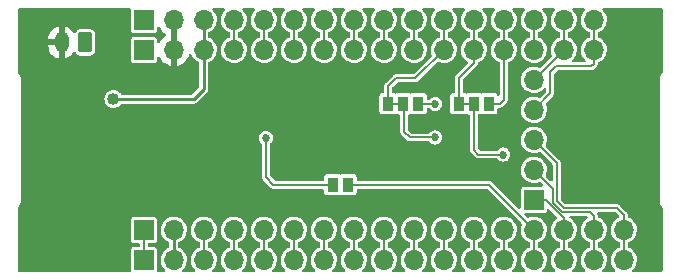
<source format=gbl>
G04 #@! TF.GenerationSoftware,KiCad,Pcbnew,(6.0.0-0)*
G04 #@! TF.CreationDate,2023-05-15T09:27:01-07:00*
G04 #@! TF.ProjectId,ItsyBitsy breadboard,49747379-4269-4747-9379-206272656164,3.0.1*
G04 #@! TF.SameCoordinates,Original*
G04 #@! TF.FileFunction,Copper,L2,Bot*
G04 #@! TF.FilePolarity,Positive*
%FSLAX46Y46*%
G04 Gerber Fmt 4.6, Leading zero omitted, Abs format (unit mm)*
G04 Created by KiCad (PCBNEW (6.0.0-0)) date 2023-05-15 09:27:01*
%MOMM*%
%LPD*%
G01*
G04 APERTURE LIST*
G04 Aperture macros list*
%AMRoundRect*
0 Rectangle with rounded corners*
0 $1 Rounding radius*
0 $2 $3 $4 $5 $6 $7 $8 $9 X,Y pos of 4 corners*
0 Add a 4 corners polygon primitive as box body*
4,1,4,$2,$3,$4,$5,$6,$7,$8,$9,$2,$3,0*
0 Add four circle primitives for the rounded corners*
1,1,$1+$1,$2,$3*
1,1,$1+$1,$4,$5*
1,1,$1+$1,$6,$7*
1,1,$1+$1,$8,$9*
0 Add four rect primitives between the rounded corners*
20,1,$1+$1,$2,$3,$4,$5,0*
20,1,$1+$1,$4,$5,$6,$7,0*
20,1,$1+$1,$6,$7,$8,$9,0*
20,1,$1+$1,$8,$9,$2,$3,0*%
G04 Aperture macros list end*
G04 #@! TA.AperFunction,ComponentPad*
%ADD10R,1.700000X1.700000*%
G04 #@! TD*
G04 #@! TA.AperFunction,ComponentPad*
%ADD11O,1.700000X1.700000*%
G04 #@! TD*
G04 #@! TA.AperFunction,ComponentPad*
%ADD12RoundRect,0.250000X0.350000X0.625000X-0.350000X0.625000X-0.350000X-0.625000X0.350000X-0.625000X0*%
G04 #@! TD*
G04 #@! TA.AperFunction,ComponentPad*
%ADD13O,1.200000X1.750000*%
G04 #@! TD*
G04 #@! TA.AperFunction,SMDPad,CuDef*
%ADD14R,0.970000X1.270000*%
G04 #@! TD*
G04 #@! TA.AperFunction,ViaPad*
%ADD15C,0.685800*%
G04 #@! TD*
G04 #@! TA.AperFunction,ViaPad*
%ADD16C,1.016000*%
G04 #@! TD*
G04 #@! TA.AperFunction,Conductor*
%ADD17C,0.152400*%
G04 #@! TD*
G04 #@! TA.AperFunction,Conductor*
%ADD18C,0.254000*%
G04 #@! TD*
G04 APERTURE END LIST*
D10*
X111760000Y-115570000D03*
D11*
X114300000Y-115570000D03*
X116840000Y-115570000D03*
X119380000Y-115570000D03*
X121920000Y-115570000D03*
X124460000Y-115570000D03*
X127000000Y-115570000D03*
X129540000Y-115570000D03*
X132080000Y-115570000D03*
X134620000Y-115570000D03*
X137160000Y-115570000D03*
X139700000Y-115570000D03*
X142240000Y-115570000D03*
X144780000Y-115570000D03*
X147320000Y-115570000D03*
X149860000Y-115570000D03*
X152400000Y-115570000D03*
D10*
X111760000Y-100330000D03*
D11*
X114300000Y-100330000D03*
X116840000Y-100330000D03*
X119380000Y-100330000D03*
X121920000Y-100330000D03*
X124460000Y-100330000D03*
X127000000Y-100330000D03*
X129540000Y-100330000D03*
X132080000Y-100330000D03*
X134620000Y-100330000D03*
X137160000Y-100330000D03*
X139700000Y-100330000D03*
X142240000Y-100330000D03*
X144780000Y-100330000D03*
X147320000Y-100330000D03*
X149860000Y-100330000D03*
D10*
X144780000Y-113030000D03*
D11*
X144780000Y-110490000D03*
X144780000Y-107950000D03*
X144780000Y-105410000D03*
X144780000Y-102870000D03*
D12*
X106800000Y-99700000D03*
D13*
X104800000Y-99700000D03*
D10*
X111760000Y-118110000D03*
D11*
X114300000Y-118110000D03*
X116840000Y-118110000D03*
X119380000Y-118110000D03*
X121920000Y-118110000D03*
X124460000Y-118110000D03*
X127000000Y-118110000D03*
X129540000Y-118110000D03*
X132080000Y-118110000D03*
X134620000Y-118110000D03*
X137160000Y-118110000D03*
X139700000Y-118110000D03*
X142240000Y-118110000D03*
X144780000Y-118110000D03*
X147320000Y-118110000D03*
X149860000Y-118110000D03*
X152400000Y-118110000D03*
D10*
X111760000Y-97790000D03*
D11*
X114300000Y-97790000D03*
X116840000Y-97790000D03*
X119380000Y-97790000D03*
X121920000Y-97790000D03*
X124460000Y-97790000D03*
X127000000Y-97790000D03*
X129540000Y-97790000D03*
X132080000Y-97790000D03*
X134620000Y-97790000D03*
X137160000Y-97790000D03*
X139700000Y-97790000D03*
X142240000Y-97790000D03*
X144780000Y-97790000D03*
X147320000Y-97790000D03*
X149860000Y-97790000D03*
D14*
X132461000Y-104902000D03*
X133731000Y-104902000D03*
X135001000Y-104902000D03*
X129037000Y-111760000D03*
X127757000Y-111760000D03*
X138430000Y-104902000D03*
X139700000Y-104902000D03*
X140970000Y-104902000D03*
D15*
X102300000Y-113700000D03*
X151085000Y-99100000D03*
X148545000Y-99100000D03*
X146100000Y-116840000D03*
X153600000Y-108500000D03*
X138400000Y-101500000D03*
X141000000Y-102200000D03*
X111300000Y-107800000D03*
X153797000Y-116840000D03*
X148590000Y-116840000D03*
X123200000Y-103300000D03*
X151130000Y-116840000D03*
X136450000Y-107750000D03*
X142200000Y-109200000D03*
X136450000Y-104900000D03*
X122100000Y-107800000D03*
D16*
X109200000Y-104500000D03*
D17*
X133800000Y-104971000D02*
X133731000Y-104902000D01*
X132461000Y-104902000D02*
X133731000Y-104902000D01*
X133800000Y-107250000D02*
X133800000Y-104971000D01*
X137160000Y-99127919D02*
X137160000Y-97790000D01*
X137160000Y-100330000D02*
X137160000Y-99127919D01*
X137160000Y-100330000D02*
X134740000Y-102750000D01*
X134300000Y-107750000D02*
X133800000Y-107250000D01*
X136450000Y-107750000D02*
X134300000Y-107750000D01*
X134740000Y-102750000D02*
X133100000Y-102750000D01*
X132461000Y-104902000D02*
X132461000Y-103389000D01*
X132461000Y-103389000D02*
X133100000Y-102750000D01*
X142200000Y-109200000D02*
X140100000Y-109200000D01*
X139700000Y-101460000D02*
X138430000Y-102730000D01*
X139700000Y-108800000D02*
X139700000Y-104902000D01*
X139700000Y-100330000D02*
X139700000Y-97790000D01*
X139700000Y-100330000D02*
X139700000Y-101460000D01*
X138430000Y-104902000D02*
X139700000Y-104902000D01*
X138430000Y-102730000D02*
X138430000Y-104902000D01*
X140100000Y-109200000D02*
X139700000Y-108800000D01*
D18*
X114300000Y-115570000D02*
X114300000Y-118110000D01*
D17*
X116840000Y-115570000D02*
X116840000Y-116772081D01*
X116840000Y-116772081D02*
X116840000Y-118110000D01*
X119380000Y-115570000D02*
X119380000Y-118110000D01*
X121920000Y-116772081D02*
X121920000Y-118110000D01*
X121920000Y-115570000D02*
X121920000Y-116772081D01*
X124460000Y-115570000D02*
X124460000Y-118110000D01*
X127000000Y-115570000D02*
X127000000Y-118110000D01*
X129540000Y-115570000D02*
X129540000Y-118110000D01*
X132080000Y-115570000D02*
X132080000Y-118110000D01*
X134620000Y-115570000D02*
X134620000Y-118110000D01*
X137160000Y-115570000D02*
X137160000Y-118110000D01*
X139700000Y-115570000D02*
X139700000Y-118110000D01*
X142240000Y-115570000D02*
X142240000Y-118110000D01*
X144780000Y-115570000D02*
X144780000Y-118110000D01*
X129037000Y-111760000D02*
X140970000Y-111760000D01*
X140970000Y-111760000D02*
X144780000Y-115570000D01*
X147320000Y-115570000D02*
X147320000Y-114604066D01*
X146126191Y-113373791D02*
X145782400Y-113030000D01*
X147320000Y-118110000D02*
X147320000Y-115570000D01*
X146126191Y-113410257D02*
X146126191Y-113373791D01*
X145782400Y-113030000D02*
X144780000Y-113030000D01*
X147320000Y-114604066D02*
X146126191Y-113410257D01*
X149538081Y-114046000D02*
X149860000Y-114367919D01*
X146431000Y-112141000D02*
X146431000Y-113284000D01*
X146431000Y-113284000D02*
X147193000Y-114046000D01*
X149860000Y-118110000D02*
X149860000Y-115570000D01*
X149860000Y-114367919D02*
X149860000Y-115570000D01*
X144780000Y-110490000D02*
X146431000Y-112141000D01*
X147193000Y-114046000D02*
X149538081Y-114046000D01*
X152400000Y-114300000D02*
X152400000Y-115570000D01*
X144780000Y-107950000D02*
X146735810Y-109905810D01*
X147319256Y-113741190D02*
X151841190Y-113741190D01*
X152400000Y-118110000D02*
X152400000Y-115570000D01*
X146735810Y-113157744D02*
X147319256Y-113741190D01*
X151841190Y-113741190D02*
X152400000Y-114300000D01*
X146735810Y-109905810D02*
X146735810Y-113157744D01*
X149860000Y-101532081D02*
X149665081Y-101727000D01*
X146177000Y-104013000D02*
X144780000Y-105410000D01*
X149860000Y-100330000D02*
X149860000Y-101532081D01*
X149860000Y-100330000D02*
X149860000Y-97790000D01*
X146177000Y-102235000D02*
X146177000Y-104013000D01*
X149665081Y-101727000D02*
X146685000Y-101727000D01*
X146685000Y-101727000D02*
X146177000Y-102235000D01*
X144780000Y-102870000D02*
X147320000Y-100330000D01*
X147320000Y-100330000D02*
X147320000Y-97790000D01*
X144780000Y-100330000D02*
X144780000Y-97790000D01*
X136450000Y-104900000D02*
X135003000Y-104900000D01*
X135003000Y-104900000D02*
X135001000Y-104902000D01*
X141898000Y-104902000D02*
X142240000Y-104560000D01*
X142240000Y-104560000D02*
X142240000Y-100330000D01*
X140970000Y-104902000D02*
X141898000Y-104902000D01*
X142240000Y-100330000D02*
X142240000Y-97790000D01*
X134620000Y-100330000D02*
X134620000Y-97790000D01*
X132080000Y-100330000D02*
X132080000Y-97790000D01*
X129540000Y-100330000D02*
X129540000Y-97790000D01*
X127000000Y-100330000D02*
X127000000Y-97790000D01*
X124460000Y-100330000D02*
X124460000Y-97790000D01*
X121920000Y-100330000D02*
X121920000Y-97790000D01*
X119380000Y-100330000D02*
X119380000Y-97790000D01*
X111760000Y-115570000D02*
X111760000Y-118110000D01*
X122100000Y-107800000D02*
X122100000Y-111120000D01*
X127757000Y-111760000D02*
X122740000Y-111760000D01*
X122100000Y-111120000D02*
X122740000Y-111760000D01*
D18*
X116840000Y-100330000D02*
X116840000Y-97790000D01*
X116000000Y-104500000D02*
X109200000Y-104500000D01*
X116840000Y-103660000D02*
X116000000Y-104500000D01*
X116840000Y-100330000D02*
X116840000Y-103660000D01*
G04 #@! TA.AperFunction,Conductor*
G36*
X110599092Y-96794002D02*
G01*
X110645585Y-96847658D01*
X110656204Y-96911393D01*
X110655500Y-96914933D01*
X110655500Y-96921123D01*
X110655501Y-97790068D01*
X110655501Y-98665066D01*
X110670266Y-98739301D01*
X110677161Y-98749620D01*
X110677162Y-98749622D01*
X110717516Y-98810015D01*
X110726516Y-98823484D01*
X110810699Y-98879734D01*
X110884933Y-98894500D01*
X111759858Y-98894500D01*
X112635066Y-98894499D01*
X112670818Y-98887388D01*
X112697126Y-98882156D01*
X112697128Y-98882155D01*
X112709301Y-98879734D01*
X112719621Y-98872839D01*
X112719622Y-98872838D01*
X112783168Y-98830377D01*
X112793484Y-98823484D01*
X112849734Y-98739301D01*
X112864500Y-98665067D01*
X112864500Y-98493428D01*
X112884502Y-98425307D01*
X112938158Y-98378814D01*
X113008432Y-98368710D01*
X113073012Y-98398204D01*
X113097933Y-98427593D01*
X113197694Y-98590388D01*
X113203777Y-98598699D01*
X113343213Y-98759667D01*
X113350580Y-98766883D01*
X113514434Y-98902916D01*
X113522881Y-98908831D01*
X113592479Y-98949501D01*
X113641203Y-99001140D01*
X113654274Y-99070923D01*
X113627543Y-99136694D01*
X113587087Y-99170053D01*
X113578462Y-99174542D01*
X113569738Y-99180036D01*
X113399433Y-99307905D01*
X113391726Y-99314748D01*
X113244590Y-99468717D01*
X113238104Y-99476727D01*
X113118098Y-99652649D01*
X113113000Y-99661623D01*
X113104787Y-99679316D01*
X113057963Y-99732683D01*
X112989720Y-99752264D01*
X112921724Y-99731841D01*
X112875564Y-99677899D01*
X112864499Y-99626266D01*
X112864499Y-99454934D01*
X112849734Y-99380699D01*
X112823654Y-99341667D01*
X112800377Y-99306832D01*
X112793484Y-99296516D01*
X112709301Y-99240266D01*
X112635067Y-99225500D01*
X111760142Y-99225500D01*
X110884934Y-99225501D01*
X110849182Y-99232612D01*
X110822874Y-99237844D01*
X110822872Y-99237845D01*
X110810699Y-99240266D01*
X110800379Y-99247161D01*
X110800378Y-99247162D01*
X110760665Y-99273698D01*
X110726516Y-99296516D01*
X110670266Y-99380699D01*
X110655500Y-99454933D01*
X110655501Y-101205066D01*
X110662539Y-101240453D01*
X110662829Y-101241907D01*
X110670266Y-101279301D01*
X110677161Y-101289620D01*
X110677162Y-101289622D01*
X110717516Y-101350015D01*
X110726516Y-101363484D01*
X110810699Y-101419734D01*
X110884933Y-101434500D01*
X111759858Y-101434500D01*
X112635066Y-101434499D01*
X112670818Y-101427388D01*
X112697126Y-101422156D01*
X112697128Y-101422155D01*
X112709301Y-101419734D01*
X112719621Y-101412839D01*
X112719622Y-101412838D01*
X112783168Y-101370377D01*
X112793484Y-101363484D01*
X112849734Y-101279301D01*
X112864500Y-101205067D01*
X112864500Y-101033428D01*
X112884502Y-100965307D01*
X112938158Y-100918814D01*
X113008432Y-100908710D01*
X113073012Y-100938204D01*
X113097933Y-100967593D01*
X113197694Y-101130388D01*
X113203777Y-101138699D01*
X113343213Y-101299667D01*
X113350580Y-101306883D01*
X113514434Y-101442916D01*
X113522881Y-101448831D01*
X113706756Y-101556279D01*
X113716042Y-101560729D01*
X113915001Y-101636703D01*
X113924899Y-101639579D01*
X114028250Y-101660606D01*
X114042299Y-101659410D01*
X114046000Y-101649065D01*
X114046000Y-97662000D01*
X114066002Y-97593879D01*
X114119658Y-97547386D01*
X114172000Y-97536000D01*
X114428000Y-97536000D01*
X114496121Y-97556002D01*
X114542614Y-97609658D01*
X114554000Y-97662000D01*
X114554000Y-101648517D01*
X114558064Y-101662359D01*
X114571478Y-101664393D01*
X114578184Y-101663534D01*
X114588262Y-101661392D01*
X114792255Y-101600191D01*
X114801842Y-101596433D01*
X114993095Y-101502739D01*
X115001945Y-101497464D01*
X115175328Y-101373792D01*
X115183200Y-101367139D01*
X115334052Y-101216812D01*
X115340730Y-101208965D01*
X115465003Y-101036020D01*
X115470313Y-101027183D01*
X115564670Y-100836267D01*
X115568469Y-100826672D01*
X115585066Y-100772047D01*
X115624007Y-100712683D01*
X115688862Y-100683796D01*
X115759038Y-100694558D01*
X115812256Y-100741551D01*
X115820048Y-100755922D01*
X115879377Y-100884616D01*
X115893429Y-100904499D01*
X115988919Y-101039615D01*
X115996533Y-101050389D01*
X116141938Y-101192035D01*
X116310720Y-101304812D01*
X116316027Y-101307092D01*
X116316029Y-101307093D01*
X116382237Y-101335538D01*
X116436930Y-101380806D01*
X116458500Y-101451306D01*
X116458500Y-103449787D01*
X116438498Y-103517908D01*
X116421595Y-103538883D01*
X115878881Y-104081596D01*
X115816569Y-104115621D01*
X115789786Y-104118500D01*
X109930630Y-104118500D01*
X109862509Y-104098498D01*
X109823776Y-104059270D01*
X109805081Y-104029352D01*
X109801348Y-104023378D01*
X109791745Y-104013707D01*
X109693774Y-103915050D01*
X109680809Y-103901994D01*
X109615539Y-103860573D01*
X109542316Y-103814104D01*
X109542313Y-103814102D01*
X109536373Y-103810333D01*
X109529740Y-103807971D01*
X109381854Y-103755311D01*
X109381849Y-103755310D01*
X109375219Y-103752949D01*
X109368231Y-103752116D01*
X109368228Y-103752115D01*
X109252655Y-103738334D01*
X109205357Y-103732694D01*
X109198354Y-103733430D01*
X109198353Y-103733430D01*
X109181085Y-103735245D01*
X109035228Y-103750575D01*
X109025071Y-103754033D01*
X108879956Y-103803434D01*
X108879953Y-103803435D01*
X108873289Y-103805704D01*
X108727588Y-103895340D01*
X108722557Y-103900267D01*
X108722554Y-103900269D01*
X108697359Y-103924942D01*
X108605366Y-104015028D01*
X108601547Y-104020953D01*
X108601546Y-104020955D01*
X108580951Y-104052912D01*
X108512698Y-104158820D01*
X108510287Y-104165443D01*
X108510286Y-104165446D01*
X108456600Y-104312947D01*
X108456599Y-104312952D01*
X108454190Y-104319570D01*
X108432750Y-104489286D01*
X108449443Y-104659536D01*
X108503440Y-104821856D01*
X108507087Y-104827878D01*
X108507088Y-104827880D01*
X108588406Y-104962154D01*
X108588409Y-104962157D01*
X108592056Y-104968180D01*
X108710889Y-105091234D01*
X108854030Y-105184903D01*
X108860634Y-105187359D01*
X108860636Y-105187360D01*
X109007757Y-105242074D01*
X109007759Y-105242074D01*
X109014367Y-105244532D01*
X109093454Y-105255085D01*
X109176949Y-105266226D01*
X109176953Y-105266226D01*
X109183930Y-105267157D01*
X109190941Y-105266519D01*
X109190945Y-105266519D01*
X109347273Y-105252292D01*
X109347275Y-105252292D01*
X109354292Y-105251653D01*
X109360990Y-105249477D01*
X109360993Y-105249476D01*
X109510289Y-105200966D01*
X109510291Y-105200965D01*
X109516985Y-105198790D01*
X109632657Y-105129836D01*
X109657872Y-105114805D01*
X109657874Y-105114804D01*
X109663924Y-105111197D01*
X109787805Y-104993227D01*
X109824650Y-104937770D01*
X109879005Y-104892103D01*
X109929596Y-104881500D01*
X115945865Y-104881500D01*
X115970164Y-104884086D01*
X115971602Y-104884154D01*
X115981780Y-104886345D01*
X116015341Y-104882373D01*
X116021320Y-104882021D01*
X116021312Y-104881928D01*
X116026490Y-104881500D01*
X116031692Y-104881500D01*
X116050846Y-104878312D01*
X116056704Y-104877478D01*
X116073318Y-104875512D01*
X116097567Y-104872642D01*
X116097568Y-104872642D01*
X116107907Y-104871418D01*
X116116206Y-104867433D01*
X116125283Y-104865922D01*
X116170651Y-104841442D01*
X116175914Y-104838761D01*
X116215250Y-104819873D01*
X116215254Y-104819870D01*
X116222398Y-104816440D01*
X116226692Y-104812830D01*
X116228624Y-104810898D01*
X116230573Y-104809111D01*
X116230626Y-104809082D01*
X116230745Y-104809212D01*
X116231313Y-104808711D01*
X116237057Y-104805612D01*
X116273854Y-104765805D01*
X116277284Y-104762238D01*
X117071483Y-103968040D01*
X117090494Y-103952686D01*
X117091556Y-103951720D01*
X117100304Y-103946071D01*
X117106748Y-103937896D01*
X117106751Y-103937894D01*
X117121229Y-103919528D01*
X117125208Y-103915050D01*
X117125137Y-103914990D01*
X117128490Y-103911033D01*
X117132171Y-103907352D01*
X117137233Y-103900269D01*
X117143469Y-103891543D01*
X117147032Y-103886798D01*
X117151989Y-103880510D01*
X117178934Y-103846330D01*
X117181984Y-103837645D01*
X117187334Y-103830158D01*
X117202109Y-103780753D01*
X117203930Y-103775150D01*
X117212561Y-103750575D01*
X117221016Y-103726498D01*
X117221500Y-103720909D01*
X117221500Y-103718196D01*
X117221615Y-103715531D01*
X117221634Y-103715468D01*
X117221808Y-103715475D01*
X117221855Y-103714729D01*
X117223725Y-103708476D01*
X117221597Y-103654322D01*
X117221500Y-103649375D01*
X117221500Y-101455597D01*
X117241502Y-101387476D01*
X117291740Y-101344361D01*
X117291165Y-101343334D01*
X117355878Y-101307093D01*
X117468276Y-101244147D01*
X117507969Y-101211135D01*
X117595696Y-101138172D01*
X117624345Y-101114345D01*
X117690002Y-101035402D01*
X117750453Y-100962718D01*
X117750455Y-100962715D01*
X117754147Y-100958276D01*
X117853334Y-100781165D01*
X117855190Y-100775698D01*
X117855192Y-100775693D01*
X117916728Y-100594414D01*
X117916729Y-100594409D01*
X117918584Y-100588945D01*
X117919412Y-100583236D01*
X117919413Y-100583231D01*
X117947179Y-100391727D01*
X117947712Y-100388053D01*
X117949232Y-100330000D01*
X117930658Y-100127859D01*
X117929090Y-100122299D01*
X117877125Y-99938046D01*
X117877124Y-99938044D01*
X117875557Y-99932487D01*
X117864978Y-99911033D01*
X117788331Y-99755609D01*
X117785776Y-99750428D01*
X117771897Y-99731841D01*
X117712761Y-99652649D01*
X117664320Y-99587779D01*
X117515258Y-99449987D01*
X117510375Y-99446906D01*
X117510371Y-99446903D01*
X117348464Y-99344748D01*
X117343581Y-99341667D01*
X117338221Y-99339528D01*
X117338214Y-99339525D01*
X117300808Y-99324601D01*
X117244949Y-99280780D01*
X117221500Y-99207572D01*
X117221500Y-98915597D01*
X117241502Y-98847476D01*
X117291740Y-98804361D01*
X117291165Y-98803334D01*
X117355878Y-98767093D01*
X117468276Y-98704147D01*
X117507969Y-98671135D01*
X117595696Y-98598172D01*
X117624345Y-98574345D01*
X117689488Y-98496020D01*
X117750453Y-98422718D01*
X117750455Y-98422715D01*
X117754147Y-98418276D01*
X117853334Y-98241165D01*
X117855190Y-98235698D01*
X117855192Y-98235693D01*
X117916728Y-98054414D01*
X117916729Y-98054409D01*
X117918584Y-98048945D01*
X117919412Y-98043236D01*
X117919413Y-98043231D01*
X117947179Y-97851727D01*
X117947712Y-97848053D01*
X117949232Y-97790000D01*
X117930658Y-97587859D01*
X117929090Y-97582299D01*
X117877125Y-97398046D01*
X117877124Y-97398044D01*
X117875557Y-97392487D01*
X117864978Y-97371033D01*
X117788331Y-97215609D01*
X117785776Y-97210428D01*
X117771897Y-97191841D01*
X117712761Y-97112649D01*
X117664320Y-97047779D01*
X117637134Y-97022648D01*
X117604546Y-96992524D01*
X117568101Y-96931596D01*
X117570382Y-96860636D01*
X117610665Y-96802174D01*
X117676160Y-96774771D01*
X117690075Y-96774000D01*
X118528487Y-96774000D01*
X118596608Y-96794002D01*
X118643101Y-96847658D01*
X118653205Y-96917932D01*
X118623711Y-96982512D01*
X118611565Y-96994732D01*
X118575392Y-97026455D01*
X118449720Y-97185869D01*
X118447031Y-97190980D01*
X118447029Y-97190983D01*
X118435833Y-97212264D01*
X118355203Y-97365515D01*
X118295007Y-97559378D01*
X118271148Y-97760964D01*
X118284424Y-97963522D01*
X118285845Y-97969118D01*
X118285846Y-97969123D01*
X118306119Y-98048945D01*
X118334392Y-98160269D01*
X118336809Y-98165512D01*
X118374010Y-98246208D01*
X118419377Y-98344616D01*
X118536533Y-98510389D01*
X118681938Y-98652035D01*
X118850720Y-98764812D01*
X118856023Y-98767090D01*
X118856026Y-98767092D01*
X118973038Y-98817364D01*
X119027731Y-98862632D01*
X119049300Y-98933132D01*
X119049300Y-99186836D01*
X119029298Y-99254957D01*
X118975642Y-99301450D01*
X118966914Y-99305047D01*
X118902463Y-99328824D01*
X118728010Y-99432612D01*
X118723670Y-99436418D01*
X118723666Y-99436421D01*
X118579733Y-99562648D01*
X118575392Y-99566455D01*
X118449720Y-99725869D01*
X118447031Y-99730980D01*
X118447029Y-99730983D01*
X118435833Y-99752264D01*
X118355203Y-99905515D01*
X118295007Y-100099378D01*
X118271148Y-100300964D01*
X118284424Y-100503522D01*
X118285845Y-100509118D01*
X118285846Y-100509123D01*
X118328793Y-100678224D01*
X118334392Y-100700269D01*
X118336807Y-100705507D01*
X118336809Y-100705512D01*
X118374010Y-100786208D01*
X118419377Y-100884616D01*
X118433429Y-100904499D01*
X118528919Y-101039615D01*
X118536533Y-101050389D01*
X118681938Y-101192035D01*
X118850720Y-101304812D01*
X118856023Y-101307090D01*
X118856026Y-101307092D01*
X119027601Y-101380806D01*
X119037228Y-101384942D01*
X119110244Y-101401464D01*
X119229579Y-101428467D01*
X119229584Y-101428468D01*
X119235216Y-101429742D01*
X119240987Y-101429969D01*
X119240989Y-101429969D01*
X119300756Y-101432317D01*
X119438053Y-101437712D01*
X119545348Y-101422155D01*
X119633231Y-101409413D01*
X119633236Y-101409412D01*
X119638945Y-101408584D01*
X119644409Y-101406729D01*
X119644414Y-101406728D01*
X119825693Y-101345192D01*
X119825700Y-101345189D01*
X119831165Y-101343334D01*
X119841010Y-101337821D01*
X119909138Y-101299667D01*
X120008276Y-101244147D01*
X120047969Y-101211135D01*
X120135696Y-101138172D01*
X120164345Y-101114345D01*
X120230002Y-101035402D01*
X120290453Y-100962718D01*
X120290455Y-100962715D01*
X120294147Y-100958276D01*
X120393334Y-100781165D01*
X120395190Y-100775698D01*
X120395192Y-100775693D01*
X120456728Y-100594414D01*
X120456729Y-100594409D01*
X120458584Y-100588945D01*
X120459412Y-100583236D01*
X120459413Y-100583231D01*
X120487179Y-100391727D01*
X120487712Y-100388053D01*
X120489232Y-100330000D01*
X120470658Y-100127859D01*
X120469090Y-100122299D01*
X120417125Y-99938046D01*
X120417124Y-99938044D01*
X120415557Y-99932487D01*
X120404978Y-99911033D01*
X120328331Y-99755609D01*
X120325776Y-99750428D01*
X120311897Y-99731841D01*
X120252761Y-99652649D01*
X120204320Y-99587779D01*
X120055258Y-99449987D01*
X120050375Y-99446906D01*
X120050371Y-99446903D01*
X119888464Y-99344748D01*
X119883581Y-99341667D01*
X119872485Y-99337240D01*
X119790009Y-99304335D01*
X119734150Y-99260514D01*
X119710700Y-99187305D01*
X119710700Y-98934516D01*
X119730702Y-98866395D01*
X119784358Y-98819902D01*
X119796184Y-98815208D01*
X119831165Y-98803334D01*
X120008276Y-98704147D01*
X120047969Y-98671135D01*
X120135696Y-98598172D01*
X120164345Y-98574345D01*
X120229488Y-98496020D01*
X120290453Y-98422718D01*
X120290455Y-98422715D01*
X120294147Y-98418276D01*
X120393334Y-98241165D01*
X120395190Y-98235698D01*
X120395192Y-98235693D01*
X120456728Y-98054414D01*
X120456729Y-98054409D01*
X120458584Y-98048945D01*
X120459412Y-98043236D01*
X120459413Y-98043231D01*
X120487179Y-97851727D01*
X120487712Y-97848053D01*
X120489232Y-97790000D01*
X120470658Y-97587859D01*
X120469090Y-97582299D01*
X120417125Y-97398046D01*
X120417124Y-97398044D01*
X120415557Y-97392487D01*
X120404978Y-97371033D01*
X120328331Y-97215609D01*
X120325776Y-97210428D01*
X120311897Y-97191841D01*
X120252761Y-97112649D01*
X120204320Y-97047779D01*
X120177134Y-97022648D01*
X120144546Y-96992524D01*
X120108101Y-96931596D01*
X120110382Y-96860636D01*
X120150665Y-96802174D01*
X120216160Y-96774771D01*
X120230075Y-96774000D01*
X121068487Y-96774000D01*
X121136608Y-96794002D01*
X121183101Y-96847658D01*
X121193205Y-96917932D01*
X121163711Y-96982512D01*
X121151565Y-96994732D01*
X121115392Y-97026455D01*
X120989720Y-97185869D01*
X120987031Y-97190980D01*
X120987029Y-97190983D01*
X120975833Y-97212264D01*
X120895203Y-97365515D01*
X120835007Y-97559378D01*
X120811148Y-97760964D01*
X120824424Y-97963522D01*
X120825845Y-97969118D01*
X120825846Y-97969123D01*
X120846119Y-98048945D01*
X120874392Y-98160269D01*
X120876809Y-98165512D01*
X120914010Y-98246208D01*
X120959377Y-98344616D01*
X121076533Y-98510389D01*
X121221938Y-98652035D01*
X121390720Y-98764812D01*
X121396023Y-98767090D01*
X121396026Y-98767092D01*
X121513038Y-98817364D01*
X121567731Y-98862632D01*
X121589300Y-98933132D01*
X121589300Y-99186836D01*
X121569298Y-99254957D01*
X121515642Y-99301450D01*
X121506914Y-99305047D01*
X121442463Y-99328824D01*
X121268010Y-99432612D01*
X121263670Y-99436418D01*
X121263666Y-99436421D01*
X121119733Y-99562648D01*
X121115392Y-99566455D01*
X120989720Y-99725869D01*
X120987031Y-99730980D01*
X120987029Y-99730983D01*
X120975833Y-99752264D01*
X120895203Y-99905515D01*
X120835007Y-100099378D01*
X120811148Y-100300964D01*
X120824424Y-100503522D01*
X120825845Y-100509118D01*
X120825846Y-100509123D01*
X120868793Y-100678224D01*
X120874392Y-100700269D01*
X120876807Y-100705507D01*
X120876809Y-100705512D01*
X120914010Y-100786208D01*
X120959377Y-100884616D01*
X120973429Y-100904499D01*
X121068919Y-101039615D01*
X121076533Y-101050389D01*
X121221938Y-101192035D01*
X121390720Y-101304812D01*
X121396023Y-101307090D01*
X121396026Y-101307092D01*
X121567601Y-101380806D01*
X121577228Y-101384942D01*
X121650244Y-101401464D01*
X121769579Y-101428467D01*
X121769584Y-101428468D01*
X121775216Y-101429742D01*
X121780987Y-101429969D01*
X121780989Y-101429969D01*
X121840756Y-101432317D01*
X121978053Y-101437712D01*
X122085348Y-101422155D01*
X122173231Y-101409413D01*
X122173236Y-101409412D01*
X122178945Y-101408584D01*
X122184409Y-101406729D01*
X122184414Y-101406728D01*
X122365693Y-101345192D01*
X122365700Y-101345189D01*
X122371165Y-101343334D01*
X122381010Y-101337821D01*
X122449138Y-101299667D01*
X122548276Y-101244147D01*
X122587969Y-101211135D01*
X122675696Y-101138172D01*
X122704345Y-101114345D01*
X122770002Y-101035402D01*
X122830453Y-100962718D01*
X122830455Y-100962715D01*
X122834147Y-100958276D01*
X122933334Y-100781165D01*
X122935190Y-100775698D01*
X122935192Y-100775693D01*
X122996728Y-100594414D01*
X122996729Y-100594409D01*
X122998584Y-100588945D01*
X122999412Y-100583236D01*
X122999413Y-100583231D01*
X123027179Y-100391727D01*
X123027712Y-100388053D01*
X123029232Y-100330000D01*
X123010658Y-100127859D01*
X123009090Y-100122299D01*
X122957125Y-99938046D01*
X122957124Y-99938044D01*
X122955557Y-99932487D01*
X122944978Y-99911033D01*
X122868331Y-99755609D01*
X122865776Y-99750428D01*
X122851897Y-99731841D01*
X122792761Y-99652649D01*
X122744320Y-99587779D01*
X122595258Y-99449987D01*
X122590375Y-99446906D01*
X122590371Y-99446903D01*
X122428464Y-99344748D01*
X122423581Y-99341667D01*
X122412485Y-99337240D01*
X122330009Y-99304335D01*
X122274150Y-99260514D01*
X122250700Y-99187305D01*
X122250700Y-98934516D01*
X122270702Y-98866395D01*
X122324358Y-98819902D01*
X122336184Y-98815208D01*
X122371165Y-98803334D01*
X122548276Y-98704147D01*
X122587969Y-98671135D01*
X122675696Y-98598172D01*
X122704345Y-98574345D01*
X122769488Y-98496020D01*
X122830453Y-98422718D01*
X122830455Y-98422715D01*
X122834147Y-98418276D01*
X122933334Y-98241165D01*
X122935190Y-98235698D01*
X122935192Y-98235693D01*
X122996728Y-98054414D01*
X122996729Y-98054409D01*
X122998584Y-98048945D01*
X122999412Y-98043236D01*
X122999413Y-98043231D01*
X123027179Y-97851727D01*
X123027712Y-97848053D01*
X123029232Y-97790000D01*
X123010658Y-97587859D01*
X123009090Y-97582299D01*
X122957125Y-97398046D01*
X122957124Y-97398044D01*
X122955557Y-97392487D01*
X122944978Y-97371033D01*
X122868331Y-97215609D01*
X122865776Y-97210428D01*
X122851897Y-97191841D01*
X122792761Y-97112649D01*
X122744320Y-97047779D01*
X122717134Y-97022648D01*
X122684546Y-96992524D01*
X122648101Y-96931596D01*
X122650382Y-96860636D01*
X122690665Y-96802174D01*
X122756160Y-96774771D01*
X122770075Y-96774000D01*
X123608487Y-96774000D01*
X123676608Y-96794002D01*
X123723101Y-96847658D01*
X123733205Y-96917932D01*
X123703711Y-96982512D01*
X123691565Y-96994732D01*
X123655392Y-97026455D01*
X123529720Y-97185869D01*
X123527031Y-97190980D01*
X123527029Y-97190983D01*
X123515833Y-97212264D01*
X123435203Y-97365515D01*
X123375007Y-97559378D01*
X123351148Y-97760964D01*
X123364424Y-97963522D01*
X123365845Y-97969118D01*
X123365846Y-97969123D01*
X123386119Y-98048945D01*
X123414392Y-98160269D01*
X123416809Y-98165512D01*
X123454010Y-98246208D01*
X123499377Y-98344616D01*
X123616533Y-98510389D01*
X123761938Y-98652035D01*
X123930720Y-98764812D01*
X123936023Y-98767090D01*
X123936026Y-98767092D01*
X124053038Y-98817364D01*
X124107731Y-98862632D01*
X124129300Y-98933132D01*
X124129300Y-99186836D01*
X124109298Y-99254957D01*
X124055642Y-99301450D01*
X124046914Y-99305047D01*
X123982463Y-99328824D01*
X123808010Y-99432612D01*
X123803670Y-99436418D01*
X123803666Y-99436421D01*
X123659733Y-99562648D01*
X123655392Y-99566455D01*
X123529720Y-99725869D01*
X123527031Y-99730980D01*
X123527029Y-99730983D01*
X123515833Y-99752264D01*
X123435203Y-99905515D01*
X123375007Y-100099378D01*
X123351148Y-100300964D01*
X123364424Y-100503522D01*
X123365845Y-100509118D01*
X123365846Y-100509123D01*
X123408793Y-100678224D01*
X123414392Y-100700269D01*
X123416807Y-100705507D01*
X123416809Y-100705512D01*
X123454010Y-100786208D01*
X123499377Y-100884616D01*
X123513429Y-100904499D01*
X123608919Y-101039615D01*
X123616533Y-101050389D01*
X123761938Y-101192035D01*
X123930720Y-101304812D01*
X123936023Y-101307090D01*
X123936026Y-101307092D01*
X124107601Y-101380806D01*
X124117228Y-101384942D01*
X124190244Y-101401464D01*
X124309579Y-101428467D01*
X124309584Y-101428468D01*
X124315216Y-101429742D01*
X124320987Y-101429969D01*
X124320989Y-101429969D01*
X124380756Y-101432317D01*
X124518053Y-101437712D01*
X124625348Y-101422155D01*
X124713231Y-101409413D01*
X124713236Y-101409412D01*
X124718945Y-101408584D01*
X124724409Y-101406729D01*
X124724414Y-101406728D01*
X124905693Y-101345192D01*
X124905700Y-101345189D01*
X124911165Y-101343334D01*
X124921010Y-101337821D01*
X124989138Y-101299667D01*
X125088276Y-101244147D01*
X125127969Y-101211135D01*
X125215696Y-101138172D01*
X125244345Y-101114345D01*
X125310002Y-101035402D01*
X125370453Y-100962718D01*
X125370455Y-100962715D01*
X125374147Y-100958276D01*
X125473334Y-100781165D01*
X125475190Y-100775698D01*
X125475192Y-100775693D01*
X125536728Y-100594414D01*
X125536729Y-100594409D01*
X125538584Y-100588945D01*
X125539412Y-100583236D01*
X125539413Y-100583231D01*
X125567179Y-100391727D01*
X125567712Y-100388053D01*
X125569232Y-100330000D01*
X125550658Y-100127859D01*
X125549090Y-100122299D01*
X125497125Y-99938046D01*
X125497124Y-99938044D01*
X125495557Y-99932487D01*
X125484978Y-99911033D01*
X125408331Y-99755609D01*
X125405776Y-99750428D01*
X125391897Y-99731841D01*
X125332761Y-99652649D01*
X125284320Y-99587779D01*
X125135258Y-99449987D01*
X125130375Y-99446906D01*
X125130371Y-99446903D01*
X124968464Y-99344748D01*
X124963581Y-99341667D01*
X124952485Y-99337240D01*
X124870009Y-99304335D01*
X124814150Y-99260514D01*
X124790700Y-99187305D01*
X124790700Y-98934516D01*
X124810702Y-98866395D01*
X124864358Y-98819902D01*
X124876184Y-98815208D01*
X124911165Y-98803334D01*
X125088276Y-98704147D01*
X125127969Y-98671135D01*
X125215696Y-98598172D01*
X125244345Y-98574345D01*
X125309488Y-98496020D01*
X125370453Y-98422718D01*
X125370455Y-98422715D01*
X125374147Y-98418276D01*
X125473334Y-98241165D01*
X125475190Y-98235698D01*
X125475192Y-98235693D01*
X125536728Y-98054414D01*
X125536729Y-98054409D01*
X125538584Y-98048945D01*
X125539412Y-98043236D01*
X125539413Y-98043231D01*
X125567179Y-97851727D01*
X125567712Y-97848053D01*
X125569232Y-97790000D01*
X125550658Y-97587859D01*
X125549090Y-97582299D01*
X125497125Y-97398046D01*
X125497124Y-97398044D01*
X125495557Y-97392487D01*
X125484978Y-97371033D01*
X125408331Y-97215609D01*
X125405776Y-97210428D01*
X125391897Y-97191841D01*
X125332761Y-97112649D01*
X125284320Y-97047779D01*
X125257134Y-97022648D01*
X125224546Y-96992524D01*
X125188101Y-96931596D01*
X125190382Y-96860636D01*
X125230665Y-96802174D01*
X125296160Y-96774771D01*
X125310075Y-96774000D01*
X126148487Y-96774000D01*
X126216608Y-96794002D01*
X126263101Y-96847658D01*
X126273205Y-96917932D01*
X126243711Y-96982512D01*
X126231565Y-96994732D01*
X126195392Y-97026455D01*
X126069720Y-97185869D01*
X126067031Y-97190980D01*
X126067029Y-97190983D01*
X126055833Y-97212264D01*
X125975203Y-97365515D01*
X125915007Y-97559378D01*
X125891148Y-97760964D01*
X125904424Y-97963522D01*
X125905845Y-97969118D01*
X125905846Y-97969123D01*
X125926119Y-98048945D01*
X125954392Y-98160269D01*
X125956809Y-98165512D01*
X125994010Y-98246208D01*
X126039377Y-98344616D01*
X126156533Y-98510389D01*
X126301938Y-98652035D01*
X126470720Y-98764812D01*
X126476023Y-98767090D01*
X126476026Y-98767092D01*
X126593038Y-98817364D01*
X126647731Y-98862632D01*
X126669300Y-98933132D01*
X126669300Y-99186836D01*
X126649298Y-99254957D01*
X126595642Y-99301450D01*
X126586914Y-99305047D01*
X126522463Y-99328824D01*
X126348010Y-99432612D01*
X126343670Y-99436418D01*
X126343666Y-99436421D01*
X126199733Y-99562648D01*
X126195392Y-99566455D01*
X126069720Y-99725869D01*
X126067031Y-99730980D01*
X126067029Y-99730983D01*
X126055833Y-99752264D01*
X125975203Y-99905515D01*
X125915007Y-100099378D01*
X125891148Y-100300964D01*
X125904424Y-100503522D01*
X125905845Y-100509118D01*
X125905846Y-100509123D01*
X125948793Y-100678224D01*
X125954392Y-100700269D01*
X125956807Y-100705507D01*
X125956809Y-100705512D01*
X125994010Y-100786208D01*
X126039377Y-100884616D01*
X126053429Y-100904499D01*
X126148919Y-101039615D01*
X126156533Y-101050389D01*
X126301938Y-101192035D01*
X126470720Y-101304812D01*
X126476023Y-101307090D01*
X126476026Y-101307092D01*
X126647601Y-101380806D01*
X126657228Y-101384942D01*
X126730244Y-101401464D01*
X126849579Y-101428467D01*
X126849584Y-101428468D01*
X126855216Y-101429742D01*
X126860987Y-101429969D01*
X126860989Y-101429969D01*
X126920756Y-101432317D01*
X127058053Y-101437712D01*
X127165348Y-101422155D01*
X127253231Y-101409413D01*
X127253236Y-101409412D01*
X127258945Y-101408584D01*
X127264409Y-101406729D01*
X127264414Y-101406728D01*
X127445693Y-101345192D01*
X127445700Y-101345189D01*
X127451165Y-101343334D01*
X127461010Y-101337821D01*
X127529138Y-101299667D01*
X127628276Y-101244147D01*
X127667969Y-101211135D01*
X127755696Y-101138172D01*
X127784345Y-101114345D01*
X127850002Y-101035402D01*
X127910453Y-100962718D01*
X127910455Y-100962715D01*
X127914147Y-100958276D01*
X128013334Y-100781165D01*
X128015190Y-100775698D01*
X128015192Y-100775693D01*
X128076728Y-100594414D01*
X128076729Y-100594409D01*
X128078584Y-100588945D01*
X128079412Y-100583236D01*
X128079413Y-100583231D01*
X128107179Y-100391727D01*
X128107712Y-100388053D01*
X128109232Y-100330000D01*
X128090658Y-100127859D01*
X128089090Y-100122299D01*
X128037125Y-99938046D01*
X128037124Y-99938044D01*
X128035557Y-99932487D01*
X128024978Y-99911033D01*
X127948331Y-99755609D01*
X127945776Y-99750428D01*
X127931897Y-99731841D01*
X127872761Y-99652649D01*
X127824320Y-99587779D01*
X127675258Y-99449987D01*
X127670375Y-99446906D01*
X127670371Y-99446903D01*
X127508464Y-99344748D01*
X127503581Y-99341667D01*
X127492485Y-99337240D01*
X127410009Y-99304335D01*
X127354150Y-99260514D01*
X127330700Y-99187305D01*
X127330700Y-98934516D01*
X127350702Y-98866395D01*
X127404358Y-98819902D01*
X127416184Y-98815208D01*
X127451165Y-98803334D01*
X127628276Y-98704147D01*
X127667969Y-98671135D01*
X127755696Y-98598172D01*
X127784345Y-98574345D01*
X127849488Y-98496020D01*
X127910453Y-98422718D01*
X127910455Y-98422715D01*
X127914147Y-98418276D01*
X128013334Y-98241165D01*
X128015190Y-98235698D01*
X128015192Y-98235693D01*
X128076728Y-98054414D01*
X128076729Y-98054409D01*
X128078584Y-98048945D01*
X128079412Y-98043236D01*
X128079413Y-98043231D01*
X128107179Y-97851727D01*
X128107712Y-97848053D01*
X128109232Y-97790000D01*
X128090658Y-97587859D01*
X128089090Y-97582299D01*
X128037125Y-97398046D01*
X128037124Y-97398044D01*
X128035557Y-97392487D01*
X128024978Y-97371033D01*
X127948331Y-97215609D01*
X127945776Y-97210428D01*
X127931897Y-97191841D01*
X127872761Y-97112649D01*
X127824320Y-97047779D01*
X127797134Y-97022648D01*
X127764546Y-96992524D01*
X127728101Y-96931596D01*
X127730382Y-96860636D01*
X127770665Y-96802174D01*
X127836160Y-96774771D01*
X127850075Y-96774000D01*
X128688487Y-96774000D01*
X128756608Y-96794002D01*
X128803101Y-96847658D01*
X128813205Y-96917932D01*
X128783711Y-96982512D01*
X128771565Y-96994732D01*
X128735392Y-97026455D01*
X128609720Y-97185869D01*
X128607031Y-97190980D01*
X128607029Y-97190983D01*
X128595833Y-97212264D01*
X128515203Y-97365515D01*
X128455007Y-97559378D01*
X128431148Y-97760964D01*
X128444424Y-97963522D01*
X128445845Y-97969118D01*
X128445846Y-97969123D01*
X128466119Y-98048945D01*
X128494392Y-98160269D01*
X128496809Y-98165512D01*
X128534010Y-98246208D01*
X128579377Y-98344616D01*
X128696533Y-98510389D01*
X128841938Y-98652035D01*
X129010720Y-98764812D01*
X129016023Y-98767090D01*
X129016026Y-98767092D01*
X129133038Y-98817364D01*
X129187731Y-98862632D01*
X129209300Y-98933132D01*
X129209300Y-99186836D01*
X129189298Y-99254957D01*
X129135642Y-99301450D01*
X129126914Y-99305047D01*
X129062463Y-99328824D01*
X128888010Y-99432612D01*
X128883670Y-99436418D01*
X128883666Y-99436421D01*
X128739733Y-99562648D01*
X128735392Y-99566455D01*
X128609720Y-99725869D01*
X128607031Y-99730980D01*
X128607029Y-99730983D01*
X128595833Y-99752264D01*
X128515203Y-99905515D01*
X128455007Y-100099378D01*
X128431148Y-100300964D01*
X128444424Y-100503522D01*
X128445845Y-100509118D01*
X128445846Y-100509123D01*
X128488793Y-100678224D01*
X128494392Y-100700269D01*
X128496807Y-100705507D01*
X128496809Y-100705512D01*
X128534010Y-100786208D01*
X128579377Y-100884616D01*
X128593429Y-100904499D01*
X128688919Y-101039615D01*
X128696533Y-101050389D01*
X128841938Y-101192035D01*
X129010720Y-101304812D01*
X129016023Y-101307090D01*
X129016026Y-101307092D01*
X129187601Y-101380806D01*
X129197228Y-101384942D01*
X129270244Y-101401464D01*
X129389579Y-101428467D01*
X129389584Y-101428468D01*
X129395216Y-101429742D01*
X129400987Y-101429969D01*
X129400989Y-101429969D01*
X129460756Y-101432317D01*
X129598053Y-101437712D01*
X129705348Y-101422155D01*
X129793231Y-101409413D01*
X129793236Y-101409412D01*
X129798945Y-101408584D01*
X129804409Y-101406729D01*
X129804414Y-101406728D01*
X129985693Y-101345192D01*
X129985700Y-101345189D01*
X129991165Y-101343334D01*
X130001010Y-101337821D01*
X130069138Y-101299667D01*
X130168276Y-101244147D01*
X130207969Y-101211135D01*
X130295696Y-101138172D01*
X130324345Y-101114345D01*
X130390002Y-101035402D01*
X130450453Y-100962718D01*
X130450455Y-100962715D01*
X130454147Y-100958276D01*
X130553334Y-100781165D01*
X130555190Y-100775698D01*
X130555192Y-100775693D01*
X130616728Y-100594414D01*
X130616729Y-100594409D01*
X130618584Y-100588945D01*
X130619412Y-100583236D01*
X130619413Y-100583231D01*
X130647179Y-100391727D01*
X130647712Y-100388053D01*
X130649232Y-100330000D01*
X130630658Y-100127859D01*
X130629090Y-100122299D01*
X130577125Y-99938046D01*
X130577124Y-99938044D01*
X130575557Y-99932487D01*
X130564978Y-99911033D01*
X130488331Y-99755609D01*
X130485776Y-99750428D01*
X130471897Y-99731841D01*
X130412761Y-99652649D01*
X130364320Y-99587779D01*
X130215258Y-99449987D01*
X130210375Y-99446906D01*
X130210371Y-99446903D01*
X130048464Y-99344748D01*
X130043581Y-99341667D01*
X130032485Y-99337240D01*
X129950009Y-99304335D01*
X129894150Y-99260514D01*
X129870700Y-99187305D01*
X129870700Y-98934516D01*
X129890702Y-98866395D01*
X129944358Y-98819902D01*
X129956184Y-98815208D01*
X129991165Y-98803334D01*
X130168276Y-98704147D01*
X130207969Y-98671135D01*
X130295696Y-98598172D01*
X130324345Y-98574345D01*
X130389488Y-98496020D01*
X130450453Y-98422718D01*
X130450455Y-98422715D01*
X130454147Y-98418276D01*
X130553334Y-98241165D01*
X130555190Y-98235698D01*
X130555192Y-98235693D01*
X130616728Y-98054414D01*
X130616729Y-98054409D01*
X130618584Y-98048945D01*
X130619412Y-98043236D01*
X130619413Y-98043231D01*
X130647179Y-97851727D01*
X130647712Y-97848053D01*
X130649232Y-97790000D01*
X130630658Y-97587859D01*
X130629090Y-97582299D01*
X130577125Y-97398046D01*
X130577124Y-97398044D01*
X130575557Y-97392487D01*
X130564978Y-97371033D01*
X130488331Y-97215609D01*
X130485776Y-97210428D01*
X130471897Y-97191841D01*
X130412761Y-97112649D01*
X130364320Y-97047779D01*
X130337134Y-97022648D01*
X130304546Y-96992524D01*
X130268101Y-96931596D01*
X130270382Y-96860636D01*
X130310665Y-96802174D01*
X130376160Y-96774771D01*
X130390075Y-96774000D01*
X131228487Y-96774000D01*
X131296608Y-96794002D01*
X131343101Y-96847658D01*
X131353205Y-96917932D01*
X131323711Y-96982512D01*
X131311565Y-96994732D01*
X131275392Y-97026455D01*
X131149720Y-97185869D01*
X131147031Y-97190980D01*
X131147029Y-97190983D01*
X131135833Y-97212264D01*
X131055203Y-97365515D01*
X130995007Y-97559378D01*
X130971148Y-97760964D01*
X130984424Y-97963522D01*
X130985845Y-97969118D01*
X130985846Y-97969123D01*
X131006119Y-98048945D01*
X131034392Y-98160269D01*
X131036809Y-98165512D01*
X131074010Y-98246208D01*
X131119377Y-98344616D01*
X131236533Y-98510389D01*
X131381938Y-98652035D01*
X131550720Y-98764812D01*
X131556023Y-98767090D01*
X131556026Y-98767092D01*
X131673038Y-98817364D01*
X131727731Y-98862632D01*
X131749300Y-98933132D01*
X131749300Y-99186836D01*
X131729298Y-99254957D01*
X131675642Y-99301450D01*
X131666914Y-99305047D01*
X131602463Y-99328824D01*
X131428010Y-99432612D01*
X131423670Y-99436418D01*
X131423666Y-99436421D01*
X131279733Y-99562648D01*
X131275392Y-99566455D01*
X131149720Y-99725869D01*
X131147031Y-99730980D01*
X131147029Y-99730983D01*
X131135833Y-99752264D01*
X131055203Y-99905515D01*
X130995007Y-100099378D01*
X130971148Y-100300964D01*
X130984424Y-100503522D01*
X130985845Y-100509118D01*
X130985846Y-100509123D01*
X131028793Y-100678224D01*
X131034392Y-100700269D01*
X131036807Y-100705507D01*
X131036809Y-100705512D01*
X131074010Y-100786208D01*
X131119377Y-100884616D01*
X131133429Y-100904499D01*
X131228919Y-101039615D01*
X131236533Y-101050389D01*
X131381938Y-101192035D01*
X131550720Y-101304812D01*
X131556023Y-101307090D01*
X131556026Y-101307092D01*
X131727601Y-101380806D01*
X131737228Y-101384942D01*
X131810244Y-101401464D01*
X131929579Y-101428467D01*
X131929584Y-101428468D01*
X131935216Y-101429742D01*
X131940987Y-101429969D01*
X131940989Y-101429969D01*
X132000756Y-101432317D01*
X132138053Y-101437712D01*
X132245348Y-101422155D01*
X132333231Y-101409413D01*
X132333236Y-101409412D01*
X132338945Y-101408584D01*
X132344409Y-101406729D01*
X132344414Y-101406728D01*
X132525693Y-101345192D01*
X132525700Y-101345189D01*
X132531165Y-101343334D01*
X132541010Y-101337821D01*
X132609138Y-101299667D01*
X132708276Y-101244147D01*
X132747969Y-101211135D01*
X132835696Y-101138172D01*
X132864345Y-101114345D01*
X132930002Y-101035402D01*
X132990453Y-100962718D01*
X132990455Y-100962715D01*
X132994147Y-100958276D01*
X133093334Y-100781165D01*
X133095190Y-100775698D01*
X133095192Y-100775693D01*
X133156728Y-100594414D01*
X133156729Y-100594409D01*
X133158584Y-100588945D01*
X133159412Y-100583236D01*
X133159413Y-100583231D01*
X133187179Y-100391727D01*
X133187712Y-100388053D01*
X133189232Y-100330000D01*
X133170658Y-100127859D01*
X133169090Y-100122299D01*
X133117125Y-99938046D01*
X133117124Y-99938044D01*
X133115557Y-99932487D01*
X133104978Y-99911033D01*
X133028331Y-99755609D01*
X133025776Y-99750428D01*
X133011897Y-99731841D01*
X132952761Y-99652649D01*
X132904320Y-99587779D01*
X132755258Y-99449987D01*
X132750375Y-99446906D01*
X132750371Y-99446903D01*
X132588464Y-99344748D01*
X132583581Y-99341667D01*
X132572485Y-99337240D01*
X132490009Y-99304335D01*
X132434150Y-99260514D01*
X132410700Y-99187305D01*
X132410700Y-98934516D01*
X132430702Y-98866395D01*
X132484358Y-98819902D01*
X132496184Y-98815208D01*
X132531165Y-98803334D01*
X132708276Y-98704147D01*
X132747969Y-98671135D01*
X132835696Y-98598172D01*
X132864345Y-98574345D01*
X132929488Y-98496020D01*
X132990453Y-98422718D01*
X132990455Y-98422715D01*
X132994147Y-98418276D01*
X133093334Y-98241165D01*
X133095190Y-98235698D01*
X133095192Y-98235693D01*
X133156728Y-98054414D01*
X133156729Y-98054409D01*
X133158584Y-98048945D01*
X133159412Y-98043236D01*
X133159413Y-98043231D01*
X133187179Y-97851727D01*
X133187712Y-97848053D01*
X133189232Y-97790000D01*
X133170658Y-97587859D01*
X133169090Y-97582299D01*
X133117125Y-97398046D01*
X133117124Y-97398044D01*
X133115557Y-97392487D01*
X133104978Y-97371033D01*
X133028331Y-97215609D01*
X133025776Y-97210428D01*
X133011897Y-97191841D01*
X132952761Y-97112649D01*
X132904320Y-97047779D01*
X132877134Y-97022648D01*
X132844546Y-96992524D01*
X132808101Y-96931596D01*
X132810382Y-96860636D01*
X132850665Y-96802174D01*
X132916160Y-96774771D01*
X132930075Y-96774000D01*
X133768487Y-96774000D01*
X133836608Y-96794002D01*
X133883101Y-96847658D01*
X133893205Y-96917932D01*
X133863711Y-96982512D01*
X133851565Y-96994732D01*
X133815392Y-97026455D01*
X133689720Y-97185869D01*
X133687031Y-97190980D01*
X133687029Y-97190983D01*
X133675833Y-97212264D01*
X133595203Y-97365515D01*
X133535007Y-97559378D01*
X133511148Y-97760964D01*
X133524424Y-97963522D01*
X133525845Y-97969118D01*
X133525846Y-97969123D01*
X133546119Y-98048945D01*
X133574392Y-98160269D01*
X133576809Y-98165512D01*
X133614010Y-98246208D01*
X133659377Y-98344616D01*
X133776533Y-98510389D01*
X133921938Y-98652035D01*
X134090720Y-98764812D01*
X134096023Y-98767090D01*
X134096026Y-98767092D01*
X134213038Y-98817364D01*
X134267731Y-98862632D01*
X134289300Y-98933132D01*
X134289300Y-99186836D01*
X134269298Y-99254957D01*
X134215642Y-99301450D01*
X134206914Y-99305047D01*
X134142463Y-99328824D01*
X133968010Y-99432612D01*
X133963670Y-99436418D01*
X133963666Y-99436421D01*
X133819733Y-99562648D01*
X133815392Y-99566455D01*
X133689720Y-99725869D01*
X133687031Y-99730980D01*
X133687029Y-99730983D01*
X133675833Y-99752264D01*
X133595203Y-99905515D01*
X133535007Y-100099378D01*
X133511148Y-100300964D01*
X133524424Y-100503522D01*
X133525845Y-100509118D01*
X133525846Y-100509123D01*
X133568793Y-100678224D01*
X133574392Y-100700269D01*
X133576807Y-100705507D01*
X133576809Y-100705512D01*
X133614010Y-100786208D01*
X133659377Y-100884616D01*
X133673429Y-100904499D01*
X133768919Y-101039615D01*
X133776533Y-101050389D01*
X133921938Y-101192035D01*
X134090720Y-101304812D01*
X134096023Y-101307090D01*
X134096026Y-101307092D01*
X134267601Y-101380806D01*
X134277228Y-101384942D01*
X134350244Y-101401464D01*
X134469579Y-101428467D01*
X134469584Y-101428468D01*
X134475216Y-101429742D01*
X134480987Y-101429969D01*
X134480989Y-101429969D01*
X134540756Y-101432317D01*
X134678053Y-101437712D01*
X134785348Y-101422155D01*
X134873231Y-101409413D01*
X134873236Y-101409412D01*
X134878945Y-101408584D01*
X134884409Y-101406729D01*
X134884414Y-101406728D01*
X135065693Y-101345192D01*
X135065700Y-101345189D01*
X135071165Y-101343334D01*
X135081010Y-101337821D01*
X135149138Y-101299667D01*
X135248276Y-101244147D01*
X135287969Y-101211135D01*
X135375696Y-101138172D01*
X135404345Y-101114345D01*
X135470002Y-101035402D01*
X135530453Y-100962718D01*
X135530455Y-100962715D01*
X135534147Y-100958276D01*
X135633334Y-100781165D01*
X135635190Y-100775698D01*
X135635192Y-100775693D01*
X135696728Y-100594414D01*
X135696729Y-100594409D01*
X135698584Y-100588945D01*
X135699412Y-100583236D01*
X135699413Y-100583231D01*
X135727179Y-100391727D01*
X135727712Y-100388053D01*
X135729232Y-100330000D01*
X135710658Y-100127859D01*
X135709090Y-100122299D01*
X135657125Y-99938046D01*
X135657124Y-99938044D01*
X135655557Y-99932487D01*
X135644978Y-99911033D01*
X135568331Y-99755609D01*
X135565776Y-99750428D01*
X135551897Y-99731841D01*
X135492761Y-99652649D01*
X135444320Y-99587779D01*
X135295258Y-99449987D01*
X135290375Y-99446906D01*
X135290371Y-99446903D01*
X135128464Y-99344748D01*
X135123581Y-99341667D01*
X135112485Y-99337240D01*
X135030009Y-99304335D01*
X134974150Y-99260514D01*
X134950700Y-99187305D01*
X134950700Y-98934516D01*
X134970702Y-98866395D01*
X135024358Y-98819902D01*
X135036184Y-98815208D01*
X135071165Y-98803334D01*
X135248276Y-98704147D01*
X135287969Y-98671135D01*
X135375696Y-98598172D01*
X135404345Y-98574345D01*
X135469488Y-98496020D01*
X135530453Y-98422718D01*
X135530455Y-98422715D01*
X135534147Y-98418276D01*
X135633334Y-98241165D01*
X135635190Y-98235698D01*
X135635192Y-98235693D01*
X135696728Y-98054414D01*
X135696729Y-98054409D01*
X135698584Y-98048945D01*
X135699412Y-98043236D01*
X135699413Y-98043231D01*
X135727179Y-97851727D01*
X135727712Y-97848053D01*
X135729232Y-97790000D01*
X135710658Y-97587859D01*
X135709090Y-97582299D01*
X135657125Y-97398046D01*
X135657124Y-97398044D01*
X135655557Y-97392487D01*
X135644978Y-97371033D01*
X135568331Y-97215609D01*
X135565776Y-97210428D01*
X135551897Y-97191841D01*
X135492761Y-97112649D01*
X135444320Y-97047779D01*
X135417134Y-97022648D01*
X135384546Y-96992524D01*
X135348101Y-96931596D01*
X135350382Y-96860636D01*
X135390665Y-96802174D01*
X135456160Y-96774771D01*
X135470075Y-96774000D01*
X136308487Y-96774000D01*
X136376608Y-96794002D01*
X136423101Y-96847658D01*
X136433205Y-96917932D01*
X136403711Y-96982512D01*
X136391565Y-96994732D01*
X136355392Y-97026455D01*
X136229720Y-97185869D01*
X136227031Y-97190980D01*
X136227029Y-97190983D01*
X136215833Y-97212264D01*
X136135203Y-97365515D01*
X136075007Y-97559378D01*
X136051148Y-97760964D01*
X136064424Y-97963522D01*
X136065845Y-97969118D01*
X136065846Y-97969123D01*
X136086119Y-98048945D01*
X136114392Y-98160269D01*
X136116809Y-98165512D01*
X136154010Y-98246208D01*
X136199377Y-98344616D01*
X136316533Y-98510389D01*
X136461938Y-98652035D01*
X136630720Y-98764812D01*
X136636023Y-98767090D01*
X136636026Y-98767092D01*
X136753038Y-98817364D01*
X136807731Y-98862632D01*
X136829300Y-98933132D01*
X136829300Y-99186836D01*
X136809298Y-99254957D01*
X136755642Y-99301450D01*
X136746914Y-99305047D01*
X136682463Y-99328824D01*
X136508010Y-99432612D01*
X136503670Y-99436418D01*
X136503666Y-99436421D01*
X136359733Y-99562648D01*
X136355392Y-99566455D01*
X136229720Y-99725869D01*
X136227031Y-99730980D01*
X136227029Y-99730983D01*
X136215833Y-99752264D01*
X136135203Y-99905515D01*
X136075007Y-100099378D01*
X136051148Y-100300964D01*
X136064424Y-100503522D01*
X136065845Y-100509118D01*
X136065846Y-100509123D01*
X136108793Y-100678224D01*
X136114392Y-100700269D01*
X136143152Y-100762655D01*
X136153507Y-100832889D01*
X136124245Y-100897575D01*
X136117821Y-100904499D01*
X134639925Y-102382395D01*
X134577613Y-102416421D01*
X134550830Y-102419300D01*
X133119938Y-102419300D01*
X133108957Y-102418821D01*
X133081710Y-102416437D01*
X133081708Y-102416437D01*
X133070733Y-102415477D01*
X133060089Y-102418329D01*
X133060087Y-102418329D01*
X133033682Y-102425404D01*
X133022953Y-102427783D01*
X132996003Y-102432535D01*
X132996002Y-102432535D01*
X132985149Y-102434449D01*
X132975604Y-102439960D01*
X132972114Y-102441230D01*
X132968735Y-102442806D01*
X132958083Y-102445660D01*
X132926639Y-102467678D01*
X132917383Y-102473574D01*
X132884151Y-102492761D01*
X132877066Y-102501204D01*
X132877063Y-102501207D01*
X132859478Y-102522164D01*
X132852052Y-102530268D01*
X132241268Y-103141052D01*
X132233164Y-103148478D01*
X132212206Y-103166064D01*
X132212204Y-103166067D01*
X132203761Y-103173151D01*
X132185382Y-103204983D01*
X132184578Y-103206376D01*
X132178673Y-103215645D01*
X132162985Y-103238050D01*
X132162984Y-103238053D01*
X132156660Y-103247084D01*
X132153806Y-103257733D01*
X132152231Y-103261111D01*
X132150960Y-103264604D01*
X132145449Y-103274149D01*
X132143535Y-103285002D01*
X132143535Y-103285003D01*
X132138785Y-103311943D01*
X132136409Y-103322661D01*
X132126476Y-103359733D01*
X132127436Y-103370708D01*
X132127436Y-103370709D01*
X132129821Y-103397968D01*
X132130300Y-103408949D01*
X132130300Y-103886501D01*
X132110298Y-103954622D01*
X132056642Y-104001115D01*
X132004300Y-104012501D01*
X131950934Y-104012501D01*
X131921381Y-104018379D01*
X131888874Y-104024844D01*
X131888872Y-104024845D01*
X131876699Y-104027266D01*
X131866379Y-104034161D01*
X131866378Y-104034162D01*
X131807575Y-104073454D01*
X131792516Y-104083516D01*
X131736266Y-104167699D01*
X131721500Y-104241933D01*
X131721501Y-105562066D01*
X131736266Y-105636301D01*
X131743161Y-105646620D01*
X131743162Y-105646622D01*
X131783516Y-105707015D01*
X131792516Y-105720484D01*
X131876699Y-105776734D01*
X131950933Y-105791500D01*
X132460917Y-105791500D01*
X132971066Y-105791499D01*
X133045301Y-105776734D01*
X133051333Y-105772703D01*
X133118373Y-105765496D01*
X133138902Y-105771524D01*
X133146699Y-105776734D01*
X133220933Y-105791500D01*
X133343300Y-105791500D01*
X133411421Y-105811502D01*
X133457914Y-105865158D01*
X133469300Y-105917500D01*
X133469300Y-107230051D01*
X133468821Y-107241032D01*
X133465476Y-107279267D01*
X133475409Y-107316339D01*
X133477784Y-107327053D01*
X133484449Y-107364851D01*
X133489960Y-107374396D01*
X133491231Y-107377889D01*
X133492806Y-107381267D01*
X133495660Y-107391916D01*
X133501984Y-107400947D01*
X133501985Y-107400950D01*
X133517673Y-107423355D01*
X133523578Y-107432624D01*
X133542761Y-107465849D01*
X133551202Y-107472932D01*
X133551203Y-107472933D01*
X133572159Y-107490517D01*
X133580263Y-107497943D01*
X134052063Y-107969744D01*
X134059488Y-107977847D01*
X134084151Y-108007239D01*
X134093695Y-108012749D01*
X134093696Y-108012750D01*
X134117375Y-108026421D01*
X134126645Y-108032327D01*
X134149050Y-108048015D01*
X134149053Y-108048016D01*
X134158084Y-108054340D01*
X134168733Y-108057194D01*
X134172111Y-108058769D01*
X134175604Y-108060040D01*
X134185149Y-108065551D01*
X134196002Y-108067465D01*
X134196003Y-108067465D01*
X134207100Y-108069422D01*
X134222947Y-108072216D01*
X134233661Y-108074591D01*
X134270733Y-108084524D01*
X134281708Y-108083564D01*
X134281709Y-108083564D01*
X134308968Y-108081179D01*
X134319949Y-108080700D01*
X135888613Y-108080700D01*
X135956734Y-108100702D01*
X135988574Y-108129996D01*
X136023929Y-108176071D01*
X136030479Y-108181097D01*
X136030480Y-108181098D01*
X136066771Y-108208945D01*
X136148722Y-108271828D01*
X136294047Y-108332023D01*
X136450000Y-108352555D01*
X136605953Y-108332023D01*
X136751278Y-108271828D01*
X136876071Y-108176071D01*
X136971828Y-108051277D01*
X137032023Y-107905953D01*
X137052555Y-107750000D01*
X137032023Y-107594047D01*
X136971828Y-107448723D01*
X136876071Y-107323929D01*
X136751278Y-107228172D01*
X136605953Y-107167977D01*
X136450000Y-107147445D01*
X136294047Y-107167977D01*
X136148723Y-107228172D01*
X136087679Y-107275012D01*
X136033839Y-107316325D01*
X136023929Y-107323929D01*
X135989418Y-107368906D01*
X135988576Y-107370003D01*
X135931239Y-107411871D01*
X135888613Y-107419300D01*
X134489172Y-107419300D01*
X134421051Y-107399298D01*
X134400077Y-107382396D01*
X134167605Y-107149925D01*
X134133580Y-107087612D01*
X134130700Y-107060829D01*
X134130700Y-105915959D01*
X134150702Y-105847838D01*
X134204358Y-105801345D01*
X134240888Y-105791499D01*
X134241066Y-105791499D01*
X134247132Y-105790292D01*
X134247137Y-105790292D01*
X134289841Y-105781798D01*
X134315301Y-105776734D01*
X134321333Y-105772703D01*
X134388373Y-105765496D01*
X134408902Y-105771524D01*
X134416699Y-105776734D01*
X134490933Y-105791500D01*
X135000917Y-105791500D01*
X135511066Y-105791499D01*
X135546818Y-105784388D01*
X135573126Y-105779156D01*
X135573128Y-105779155D01*
X135585301Y-105776734D01*
X135595621Y-105769839D01*
X135595622Y-105769838D01*
X135659168Y-105727377D01*
X135669484Y-105720484D01*
X135725734Y-105636301D01*
X135740500Y-105562067D01*
X135740500Y-105356700D01*
X135760502Y-105288579D01*
X135814158Y-105242086D01*
X135866500Y-105230700D01*
X135888613Y-105230700D01*
X135956734Y-105250702D01*
X135988574Y-105279996D01*
X136023929Y-105326071D01*
X136030479Y-105331097D01*
X136030480Y-105331098D01*
X136066452Y-105358700D01*
X136148722Y-105421828D01*
X136294047Y-105482023D01*
X136450000Y-105502555D01*
X136605953Y-105482023D01*
X136751278Y-105421828D01*
X136876071Y-105326071D01*
X136971828Y-105201277D01*
X137032023Y-105055953D01*
X137052555Y-104900000D01*
X137032023Y-104744047D01*
X136971828Y-104598723D01*
X136876071Y-104473929D01*
X136751278Y-104378172D01*
X136605953Y-104317977D01*
X136450000Y-104297445D01*
X136294047Y-104317977D01*
X136148723Y-104378172D01*
X136023929Y-104473929D01*
X135991325Y-104516421D01*
X135988576Y-104520003D01*
X135931239Y-104561871D01*
X135888613Y-104569300D01*
X135866499Y-104569300D01*
X135798378Y-104549298D01*
X135751885Y-104495642D01*
X135740499Y-104443300D01*
X135740499Y-104241934D01*
X135730340Y-104190857D01*
X135728156Y-104179874D01*
X135728155Y-104179872D01*
X135725734Y-104167699D01*
X135717194Y-104154917D01*
X135676377Y-104093832D01*
X135669484Y-104083516D01*
X135585301Y-104027266D01*
X135511067Y-104012500D01*
X135001083Y-104012500D01*
X134490934Y-104012501D01*
X134416699Y-104027266D01*
X134410667Y-104031297D01*
X134343627Y-104038504D01*
X134323098Y-104032476D01*
X134315301Y-104027266D01*
X134241067Y-104012500D01*
X133731083Y-104012500D01*
X133220934Y-104012501D01*
X133146699Y-104027266D01*
X133140667Y-104031297D01*
X133073627Y-104038504D01*
X133053098Y-104032476D01*
X133045301Y-104027266D01*
X132971067Y-104012500D01*
X132917700Y-104012500D01*
X132849579Y-103992498D01*
X132803086Y-103938842D01*
X132791700Y-103886500D01*
X132791700Y-103578170D01*
X132811702Y-103510049D01*
X132828605Y-103489075D01*
X133200075Y-103117605D01*
X133262387Y-103083579D01*
X133289170Y-103080700D01*
X134720051Y-103080700D01*
X134731032Y-103081179D01*
X134758291Y-103083564D01*
X134758292Y-103083564D01*
X134769267Y-103084524D01*
X134806339Y-103074591D01*
X134817053Y-103072216D01*
X134832900Y-103069422D01*
X134843997Y-103067465D01*
X134843998Y-103067465D01*
X134854851Y-103065551D01*
X134864396Y-103060040D01*
X134867889Y-103058769D01*
X134871267Y-103057194D01*
X134881916Y-103054340D01*
X134890947Y-103048016D01*
X134890950Y-103048015D01*
X134913355Y-103032327D01*
X134922624Y-103026422D01*
X134924017Y-103025618D01*
X134955849Y-103007239D01*
X134962933Y-102998796D01*
X134962936Y-102998794D01*
X134980522Y-102977836D01*
X134987948Y-102969732D01*
X136585833Y-101371847D01*
X136648145Y-101337821D01*
X136724665Y-101345174D01*
X136817228Y-101384942D01*
X136890244Y-101401464D01*
X137009579Y-101428467D01*
X137009584Y-101428468D01*
X137015216Y-101429742D01*
X137020987Y-101429969D01*
X137020989Y-101429969D01*
X137080756Y-101432317D01*
X137218053Y-101437712D01*
X137325348Y-101422155D01*
X137413231Y-101409413D01*
X137413236Y-101409412D01*
X137418945Y-101408584D01*
X137424409Y-101406729D01*
X137424414Y-101406728D01*
X137605693Y-101345192D01*
X137605700Y-101345189D01*
X137611165Y-101343334D01*
X137621010Y-101337821D01*
X137689138Y-101299667D01*
X137788276Y-101244147D01*
X137827969Y-101211135D01*
X137915696Y-101138172D01*
X137944345Y-101114345D01*
X138010002Y-101035402D01*
X138070453Y-100962718D01*
X138070455Y-100962715D01*
X138074147Y-100958276D01*
X138173334Y-100781165D01*
X138175190Y-100775698D01*
X138175192Y-100775693D01*
X138236728Y-100594414D01*
X138236729Y-100594409D01*
X138238584Y-100588945D01*
X138239412Y-100583236D01*
X138239413Y-100583231D01*
X138267179Y-100391727D01*
X138267712Y-100388053D01*
X138269232Y-100330000D01*
X138250658Y-100127859D01*
X138249090Y-100122299D01*
X138197125Y-99938046D01*
X138197124Y-99938044D01*
X138195557Y-99932487D01*
X138184978Y-99911033D01*
X138108331Y-99755609D01*
X138105776Y-99750428D01*
X138091897Y-99731841D01*
X138032761Y-99652649D01*
X137984320Y-99587779D01*
X137835258Y-99449987D01*
X137830375Y-99446906D01*
X137830371Y-99446903D01*
X137668464Y-99344748D01*
X137663581Y-99341667D01*
X137652485Y-99337240D01*
X137570009Y-99304335D01*
X137514150Y-99260514D01*
X137490700Y-99187305D01*
X137490700Y-98934516D01*
X137510702Y-98866395D01*
X137564358Y-98819902D01*
X137576184Y-98815208D01*
X137611165Y-98803334D01*
X137788276Y-98704147D01*
X137827969Y-98671135D01*
X137915696Y-98598172D01*
X137944345Y-98574345D01*
X138009488Y-98496020D01*
X138070453Y-98422718D01*
X138070455Y-98422715D01*
X138074147Y-98418276D01*
X138173334Y-98241165D01*
X138175190Y-98235698D01*
X138175192Y-98235693D01*
X138236728Y-98054414D01*
X138236729Y-98054409D01*
X138238584Y-98048945D01*
X138239412Y-98043236D01*
X138239413Y-98043231D01*
X138267179Y-97851727D01*
X138267712Y-97848053D01*
X138269232Y-97790000D01*
X138250658Y-97587859D01*
X138249090Y-97582299D01*
X138197125Y-97398046D01*
X138197124Y-97398044D01*
X138195557Y-97392487D01*
X138184978Y-97371033D01*
X138108331Y-97215609D01*
X138105776Y-97210428D01*
X138091897Y-97191841D01*
X138032761Y-97112649D01*
X137984320Y-97047779D01*
X137957134Y-97022648D01*
X137924546Y-96992524D01*
X137888101Y-96931596D01*
X137890382Y-96860636D01*
X137930665Y-96802174D01*
X137996160Y-96774771D01*
X138010075Y-96774000D01*
X138848487Y-96774000D01*
X138916608Y-96794002D01*
X138963101Y-96847658D01*
X138973205Y-96917932D01*
X138943711Y-96982512D01*
X138931565Y-96994732D01*
X138895392Y-97026455D01*
X138769720Y-97185869D01*
X138767031Y-97190980D01*
X138767029Y-97190983D01*
X138755833Y-97212264D01*
X138675203Y-97365515D01*
X138615007Y-97559378D01*
X138591148Y-97760964D01*
X138604424Y-97963522D01*
X138605845Y-97969118D01*
X138605846Y-97969123D01*
X138626119Y-98048945D01*
X138654392Y-98160269D01*
X138656809Y-98165512D01*
X138694010Y-98246208D01*
X138739377Y-98344616D01*
X138856533Y-98510389D01*
X139001938Y-98652035D01*
X139170720Y-98764812D01*
X139176023Y-98767090D01*
X139176026Y-98767092D01*
X139293038Y-98817364D01*
X139347731Y-98862632D01*
X139369300Y-98933132D01*
X139369300Y-99186836D01*
X139349298Y-99254957D01*
X139295642Y-99301450D01*
X139286914Y-99305047D01*
X139222463Y-99328824D01*
X139048010Y-99432612D01*
X139043670Y-99436418D01*
X139043666Y-99436421D01*
X138899733Y-99562648D01*
X138895392Y-99566455D01*
X138769720Y-99725869D01*
X138767031Y-99730980D01*
X138767029Y-99730983D01*
X138755833Y-99752264D01*
X138675203Y-99905515D01*
X138615007Y-100099378D01*
X138591148Y-100300964D01*
X138604424Y-100503522D01*
X138605845Y-100509118D01*
X138605846Y-100509123D01*
X138648793Y-100678224D01*
X138654392Y-100700269D01*
X138656807Y-100705507D01*
X138656809Y-100705512D01*
X138694010Y-100786208D01*
X138739377Y-100884616D01*
X138753429Y-100904499D01*
X138848919Y-101039615D01*
X138856533Y-101050389D01*
X139001938Y-101192035D01*
X139006742Y-101195245D01*
X139170720Y-101304812D01*
X139169622Y-101306455D01*
X139213661Y-101350305D01*
X139228901Y-101419646D01*
X139204233Y-101486219D01*
X139192298Y-101500022D01*
X138210268Y-102482052D01*
X138202164Y-102489478D01*
X138181206Y-102507064D01*
X138181204Y-102507067D01*
X138172761Y-102514151D01*
X138164679Y-102528149D01*
X138153578Y-102547376D01*
X138147673Y-102556645D01*
X138131985Y-102579050D01*
X138131984Y-102579053D01*
X138125660Y-102588084D01*
X138122806Y-102598733D01*
X138121231Y-102602111D01*
X138119960Y-102605604D01*
X138114449Y-102615149D01*
X138112535Y-102626002D01*
X138112535Y-102626003D01*
X138107785Y-102652943D01*
X138105409Y-102663661D01*
X138095476Y-102700733D01*
X138096436Y-102711708D01*
X138096436Y-102711709D01*
X138098821Y-102738968D01*
X138099300Y-102749949D01*
X138099300Y-103886501D01*
X138079298Y-103954622D01*
X138025642Y-104001115D01*
X137973300Y-104012501D01*
X137919934Y-104012501D01*
X137890381Y-104018379D01*
X137857874Y-104024844D01*
X137857872Y-104024845D01*
X137845699Y-104027266D01*
X137835379Y-104034161D01*
X137835378Y-104034162D01*
X137776575Y-104073454D01*
X137761516Y-104083516D01*
X137705266Y-104167699D01*
X137690500Y-104241933D01*
X137690501Y-105562066D01*
X137705266Y-105636301D01*
X137712161Y-105646620D01*
X137712162Y-105646622D01*
X137752516Y-105707015D01*
X137761516Y-105720484D01*
X137845699Y-105776734D01*
X137919933Y-105791500D01*
X138429917Y-105791500D01*
X138940066Y-105791499D01*
X139014301Y-105776734D01*
X139020333Y-105772703D01*
X139087373Y-105765496D01*
X139107902Y-105771524D01*
X139115699Y-105776734D01*
X139189933Y-105791500D01*
X139243300Y-105791500D01*
X139311421Y-105811502D01*
X139357914Y-105865158D01*
X139369300Y-105917500D01*
X139369300Y-108780051D01*
X139368821Y-108791032D01*
X139366984Y-108812035D01*
X139365476Y-108829267D01*
X139375409Y-108866339D01*
X139377784Y-108877053D01*
X139384449Y-108914851D01*
X139389960Y-108924396D01*
X139391231Y-108927889D01*
X139392806Y-108931267D01*
X139395660Y-108941916D01*
X139401984Y-108950947D01*
X139401985Y-108950950D01*
X139417673Y-108973355D01*
X139423578Y-108982624D01*
X139442761Y-109015849D01*
X139451204Y-109022933D01*
X139451206Y-109022936D01*
X139472164Y-109040522D01*
X139480268Y-109047948D01*
X139852052Y-109419732D01*
X139859478Y-109427836D01*
X139877063Y-109448793D01*
X139877066Y-109448796D01*
X139884151Y-109457239D01*
X139893698Y-109462751D01*
X139917383Y-109476426D01*
X139926639Y-109482322D01*
X139958083Y-109504340D01*
X139968735Y-109507194D01*
X139972114Y-109508770D01*
X139975604Y-109510040D01*
X139985149Y-109515551D01*
X139996002Y-109517465D01*
X139996003Y-109517465D01*
X140022953Y-109522217D01*
X140033682Y-109524596D01*
X140060087Y-109531671D01*
X140060089Y-109531671D01*
X140070733Y-109534523D01*
X140081708Y-109533563D01*
X140081710Y-109533563D01*
X140108957Y-109531179D01*
X140119938Y-109530700D01*
X141638613Y-109530700D01*
X141706734Y-109550702D01*
X141738574Y-109579996D01*
X141773929Y-109626071D01*
X141898722Y-109721828D01*
X142044047Y-109782023D01*
X142200000Y-109802555D01*
X142355953Y-109782023D01*
X142501278Y-109721828D01*
X142626071Y-109626071D01*
X142721828Y-109501277D01*
X142782023Y-109355953D01*
X142802555Y-109200000D01*
X142782023Y-109044047D01*
X142721828Y-108898723D01*
X142626071Y-108773929D01*
X142501278Y-108678172D01*
X142355953Y-108617977D01*
X142200000Y-108597445D01*
X142044047Y-108617977D01*
X141898723Y-108678172D01*
X141773929Y-108773929D01*
X141739890Y-108818291D01*
X141738576Y-108820003D01*
X141681239Y-108861871D01*
X141638613Y-108869300D01*
X140289170Y-108869300D01*
X140221049Y-108849298D01*
X140200075Y-108832395D01*
X140067605Y-108699925D01*
X140033579Y-108637613D01*
X140030700Y-108610830D01*
X140030700Y-105917499D01*
X140050702Y-105849378D01*
X140104358Y-105802885D01*
X140156700Y-105791499D01*
X140210066Y-105791499D01*
X140284301Y-105776734D01*
X140290333Y-105772703D01*
X140357373Y-105765496D01*
X140377902Y-105771524D01*
X140385699Y-105776734D01*
X140459933Y-105791500D01*
X140969917Y-105791500D01*
X141480066Y-105791499D01*
X141515818Y-105784388D01*
X141542126Y-105779156D01*
X141542128Y-105779155D01*
X141554301Y-105776734D01*
X141564621Y-105769839D01*
X141564622Y-105769838D01*
X141628168Y-105727377D01*
X141638484Y-105720484D01*
X141694734Y-105636301D01*
X141709500Y-105562067D01*
X141709500Y-105358700D01*
X141729502Y-105290579D01*
X141783158Y-105244086D01*
X141835500Y-105232700D01*
X141878051Y-105232700D01*
X141889032Y-105233179D01*
X141916291Y-105235564D01*
X141916292Y-105235564D01*
X141927267Y-105236524D01*
X141964339Y-105226591D01*
X141975053Y-105224216D01*
X141990900Y-105221422D01*
X142001997Y-105219465D01*
X142001998Y-105219465D01*
X142012851Y-105217551D01*
X142022396Y-105212040D01*
X142025889Y-105210769D01*
X142029267Y-105209194D01*
X142039916Y-105206340D01*
X142048947Y-105200016D01*
X142048950Y-105200015D01*
X142071355Y-105184327D01*
X142080624Y-105178422D01*
X142082017Y-105177618D01*
X142113849Y-105159239D01*
X142120933Y-105150796D01*
X142120936Y-105150794D01*
X142138522Y-105129836D01*
X142145948Y-105121732D01*
X142459732Y-104807948D01*
X142467836Y-104800522D01*
X142488794Y-104782936D01*
X142488796Y-104782933D01*
X142497239Y-104775849D01*
X142516422Y-104742624D01*
X142522327Y-104733355D01*
X142538015Y-104710950D01*
X142538016Y-104710947D01*
X142544340Y-104701916D01*
X142547194Y-104691267D01*
X142548769Y-104687889D01*
X142550040Y-104684396D01*
X142555551Y-104674851D01*
X142558252Y-104659536D01*
X142562215Y-104637057D01*
X142564591Y-104626339D01*
X142574524Y-104589267D01*
X142571179Y-104551032D01*
X142570700Y-104540051D01*
X142570700Y-101474516D01*
X142590702Y-101406395D01*
X142644358Y-101359902D01*
X142656184Y-101355208D01*
X142691165Y-101343334D01*
X142701010Y-101337821D01*
X142769138Y-101299667D01*
X142868276Y-101244147D01*
X142907969Y-101211135D01*
X142995696Y-101138172D01*
X143024345Y-101114345D01*
X143090002Y-101035402D01*
X143150453Y-100962718D01*
X143150455Y-100962715D01*
X143154147Y-100958276D01*
X143253334Y-100781165D01*
X143255190Y-100775698D01*
X143255192Y-100775693D01*
X143316728Y-100594414D01*
X143316729Y-100594409D01*
X143318584Y-100588945D01*
X143319412Y-100583236D01*
X143319413Y-100583231D01*
X143347179Y-100391727D01*
X143347712Y-100388053D01*
X143349232Y-100330000D01*
X143330658Y-100127859D01*
X143329090Y-100122299D01*
X143277125Y-99938046D01*
X143277124Y-99938044D01*
X143275557Y-99932487D01*
X143264978Y-99911033D01*
X143188331Y-99755609D01*
X143185776Y-99750428D01*
X143171897Y-99731841D01*
X143112761Y-99652649D01*
X143064320Y-99587779D01*
X142915258Y-99449987D01*
X142910375Y-99446906D01*
X142910371Y-99446903D01*
X142748464Y-99344748D01*
X142743581Y-99341667D01*
X142732485Y-99337240D01*
X142650009Y-99304335D01*
X142594150Y-99260514D01*
X142570700Y-99187305D01*
X142570700Y-98934516D01*
X142590702Y-98866395D01*
X142644358Y-98819902D01*
X142656184Y-98815208D01*
X142691165Y-98803334D01*
X142868276Y-98704147D01*
X142907969Y-98671135D01*
X142995696Y-98598172D01*
X143024345Y-98574345D01*
X143089488Y-98496020D01*
X143150453Y-98422718D01*
X143150455Y-98422715D01*
X143154147Y-98418276D01*
X143253334Y-98241165D01*
X143255190Y-98235698D01*
X143255192Y-98235693D01*
X143316728Y-98054414D01*
X143316729Y-98054409D01*
X143318584Y-98048945D01*
X143319412Y-98043236D01*
X143319413Y-98043231D01*
X143347179Y-97851727D01*
X143347712Y-97848053D01*
X143349232Y-97790000D01*
X143330658Y-97587859D01*
X143329090Y-97582299D01*
X143277125Y-97398046D01*
X143277124Y-97398044D01*
X143275557Y-97392487D01*
X143264978Y-97371033D01*
X143188331Y-97215609D01*
X143185776Y-97210428D01*
X143171897Y-97191841D01*
X143112761Y-97112649D01*
X143064320Y-97047779D01*
X143037134Y-97022648D01*
X143004546Y-96992524D01*
X142968101Y-96931596D01*
X142970382Y-96860636D01*
X143010665Y-96802174D01*
X143076160Y-96774771D01*
X143090075Y-96774000D01*
X143928487Y-96774000D01*
X143996608Y-96794002D01*
X144043101Y-96847658D01*
X144053205Y-96917932D01*
X144023711Y-96982512D01*
X144011565Y-96994732D01*
X143975392Y-97026455D01*
X143849720Y-97185869D01*
X143847031Y-97190980D01*
X143847029Y-97190983D01*
X143835833Y-97212264D01*
X143755203Y-97365515D01*
X143695007Y-97559378D01*
X143671148Y-97760964D01*
X143684424Y-97963522D01*
X143685845Y-97969118D01*
X143685846Y-97969123D01*
X143706119Y-98048945D01*
X143734392Y-98160269D01*
X143736809Y-98165512D01*
X143774010Y-98246208D01*
X143819377Y-98344616D01*
X143936533Y-98510389D01*
X144081938Y-98652035D01*
X144250720Y-98764812D01*
X144256023Y-98767090D01*
X144256026Y-98767092D01*
X144373038Y-98817364D01*
X144427731Y-98862632D01*
X144449300Y-98933132D01*
X144449300Y-99186836D01*
X144429298Y-99254957D01*
X144375642Y-99301450D01*
X144366914Y-99305047D01*
X144302463Y-99328824D01*
X144128010Y-99432612D01*
X144123670Y-99436418D01*
X144123666Y-99436421D01*
X143979733Y-99562648D01*
X143975392Y-99566455D01*
X143849720Y-99725869D01*
X143847031Y-99730980D01*
X143847029Y-99730983D01*
X143835833Y-99752264D01*
X143755203Y-99905515D01*
X143695007Y-100099378D01*
X143671148Y-100300964D01*
X143684424Y-100503522D01*
X143685845Y-100509118D01*
X143685846Y-100509123D01*
X143728793Y-100678224D01*
X143734392Y-100700269D01*
X143736807Y-100705507D01*
X143736809Y-100705512D01*
X143774010Y-100786208D01*
X143819377Y-100884616D01*
X143833429Y-100904499D01*
X143928919Y-101039615D01*
X143936533Y-101050389D01*
X144081938Y-101192035D01*
X144250720Y-101304812D01*
X144256023Y-101307090D01*
X144256026Y-101307092D01*
X144427601Y-101380806D01*
X144437228Y-101384942D01*
X144510244Y-101401464D01*
X144629579Y-101428467D01*
X144629584Y-101428468D01*
X144635216Y-101429742D01*
X144640987Y-101429969D01*
X144640989Y-101429969D01*
X144700756Y-101432317D01*
X144838053Y-101437712D01*
X144945348Y-101422155D01*
X145033231Y-101409413D01*
X145033236Y-101409412D01*
X145038945Y-101408584D01*
X145044409Y-101406729D01*
X145044414Y-101406728D01*
X145225693Y-101345192D01*
X145225700Y-101345189D01*
X145231165Y-101343334D01*
X145241010Y-101337821D01*
X145309138Y-101299667D01*
X145408276Y-101244147D01*
X145447969Y-101211135D01*
X145535696Y-101138172D01*
X145564345Y-101114345D01*
X145630002Y-101035402D01*
X145690453Y-100962718D01*
X145690455Y-100962715D01*
X145694147Y-100958276D01*
X145793334Y-100781165D01*
X145795190Y-100775698D01*
X145795192Y-100775693D01*
X145856728Y-100594414D01*
X145856729Y-100594409D01*
X145858584Y-100588945D01*
X145859412Y-100583236D01*
X145859413Y-100583231D01*
X145887179Y-100391727D01*
X145887712Y-100388053D01*
X145889232Y-100330000D01*
X145870658Y-100127859D01*
X145869090Y-100122299D01*
X145817125Y-99938046D01*
X145817124Y-99938044D01*
X145815557Y-99932487D01*
X145804978Y-99911033D01*
X145728331Y-99755609D01*
X145725776Y-99750428D01*
X145711897Y-99731841D01*
X145652761Y-99652649D01*
X145604320Y-99587779D01*
X145455258Y-99449987D01*
X145450375Y-99446906D01*
X145450371Y-99446903D01*
X145288464Y-99344748D01*
X145283581Y-99341667D01*
X145272485Y-99337240D01*
X145190009Y-99304335D01*
X145134150Y-99260514D01*
X145110700Y-99187305D01*
X145110700Y-98934516D01*
X145130702Y-98866395D01*
X145184358Y-98819902D01*
X145196184Y-98815208D01*
X145231165Y-98803334D01*
X145408276Y-98704147D01*
X145447969Y-98671135D01*
X145535696Y-98598172D01*
X145564345Y-98574345D01*
X145629488Y-98496020D01*
X145690453Y-98422718D01*
X145690455Y-98422715D01*
X145694147Y-98418276D01*
X145793334Y-98241165D01*
X145795190Y-98235698D01*
X145795192Y-98235693D01*
X145856728Y-98054414D01*
X145856729Y-98054409D01*
X145858584Y-98048945D01*
X145859412Y-98043236D01*
X145859413Y-98043231D01*
X145887179Y-97851727D01*
X145887712Y-97848053D01*
X145889232Y-97790000D01*
X145870658Y-97587859D01*
X145869090Y-97582299D01*
X145817125Y-97398046D01*
X145817124Y-97398044D01*
X145815557Y-97392487D01*
X145804978Y-97371033D01*
X145728331Y-97215609D01*
X145725776Y-97210428D01*
X145711897Y-97191841D01*
X145652761Y-97112649D01*
X145604320Y-97047779D01*
X145577134Y-97022648D01*
X145544546Y-96992524D01*
X145508101Y-96931596D01*
X145510382Y-96860636D01*
X145550665Y-96802174D01*
X145616160Y-96774771D01*
X145630075Y-96774000D01*
X146468487Y-96774000D01*
X146536608Y-96794002D01*
X146583101Y-96847658D01*
X146593205Y-96917932D01*
X146563711Y-96982512D01*
X146551565Y-96994732D01*
X146515392Y-97026455D01*
X146389720Y-97185869D01*
X146387031Y-97190980D01*
X146387029Y-97190983D01*
X146375833Y-97212264D01*
X146295203Y-97365515D01*
X146235007Y-97559378D01*
X146211148Y-97760964D01*
X146224424Y-97963522D01*
X146225845Y-97969118D01*
X146225846Y-97969123D01*
X146246119Y-98048945D01*
X146274392Y-98160269D01*
X146276809Y-98165512D01*
X146314010Y-98246208D01*
X146359377Y-98344616D01*
X146476533Y-98510389D01*
X146621938Y-98652035D01*
X146790720Y-98764812D01*
X146796023Y-98767090D01*
X146796026Y-98767092D01*
X146913038Y-98817364D01*
X146967731Y-98862632D01*
X146989300Y-98933132D01*
X146989300Y-99186836D01*
X146969298Y-99254957D01*
X146915642Y-99301450D01*
X146906914Y-99305047D01*
X146842463Y-99328824D01*
X146668010Y-99432612D01*
X146663670Y-99436418D01*
X146663666Y-99436421D01*
X146519733Y-99562648D01*
X146515392Y-99566455D01*
X146389720Y-99725869D01*
X146387031Y-99730980D01*
X146387029Y-99730983D01*
X146375833Y-99752264D01*
X146295203Y-99905515D01*
X146235007Y-100099378D01*
X146211148Y-100300964D01*
X146224424Y-100503522D01*
X146225845Y-100509118D01*
X146225846Y-100509123D01*
X146268793Y-100678224D01*
X146274392Y-100700269D01*
X146303152Y-100762655D01*
X146313507Y-100832889D01*
X146284245Y-100897575D01*
X146277821Y-100904499D01*
X145354476Y-101827844D01*
X145292164Y-101861870D01*
X145218693Y-101855779D01*
X145095039Y-101806446D01*
X145089379Y-101805320D01*
X145089375Y-101805319D01*
X144901613Y-101767971D01*
X144901610Y-101767971D01*
X144895946Y-101766844D01*
X144890171Y-101766768D01*
X144890167Y-101766768D01*
X144788793Y-101765441D01*
X144692971Y-101764187D01*
X144687274Y-101765166D01*
X144687273Y-101765166D01*
X144498607Y-101797585D01*
X144492910Y-101798564D01*
X144302463Y-101868824D01*
X144128010Y-101972612D01*
X144123670Y-101976418D01*
X144123666Y-101976421D01*
X144037627Y-102051876D01*
X143975392Y-102106455D01*
X143849720Y-102265869D01*
X143847031Y-102270980D01*
X143847029Y-102270983D01*
X143813309Y-102335075D01*
X143755203Y-102445515D01*
X143695007Y-102639378D01*
X143671148Y-102840964D01*
X143684424Y-103043522D01*
X143685845Y-103049118D01*
X143685846Y-103049123D01*
X143694597Y-103083579D01*
X143734392Y-103240269D01*
X143736809Y-103245512D01*
X143772382Y-103322675D01*
X143819377Y-103424616D01*
X143822710Y-103429332D01*
X143927898Y-103578170D01*
X143936533Y-103590389D01*
X143940675Y-103594424D01*
X143999629Y-103651854D01*
X144081938Y-103732035D01*
X144250720Y-103844812D01*
X144256023Y-103847090D01*
X144256026Y-103847092D01*
X144431921Y-103922662D01*
X144437228Y-103924942D01*
X144510244Y-103941464D01*
X144629579Y-103968467D01*
X144629584Y-103968468D01*
X144635216Y-103969742D01*
X144640987Y-103969969D01*
X144640989Y-103969969D01*
X144700756Y-103972317D01*
X144838053Y-103977712D01*
X144938499Y-103963148D01*
X145033231Y-103949413D01*
X145033236Y-103949412D01*
X145038945Y-103948584D01*
X145044409Y-103946729D01*
X145044414Y-103946728D01*
X145225693Y-103885192D01*
X145225698Y-103885190D01*
X145231165Y-103883334D01*
X145408276Y-103784147D01*
X145415735Y-103777944D01*
X145559913Y-103658031D01*
X145564345Y-103654345D01*
X145568031Y-103649913D01*
X145568036Y-103649908D01*
X145623426Y-103583309D01*
X145682364Y-103543725D01*
X145753346Y-103542289D01*
X145813836Y-103579456D01*
X145844629Y-103643427D01*
X145846300Y-103663878D01*
X145846300Y-103823830D01*
X145826298Y-103891951D01*
X145809395Y-103912925D01*
X145354476Y-104367844D01*
X145292164Y-104401870D01*
X145218693Y-104395779D01*
X145095039Y-104346446D01*
X145089379Y-104345320D01*
X145089375Y-104345319D01*
X144901613Y-104307971D01*
X144901610Y-104307971D01*
X144895946Y-104306844D01*
X144890171Y-104306768D01*
X144890167Y-104306768D01*
X144788793Y-104305441D01*
X144692971Y-104304187D01*
X144687274Y-104305166D01*
X144687273Y-104305166D01*
X144562757Y-104326562D01*
X144492910Y-104338564D01*
X144302463Y-104408824D01*
X144128010Y-104512612D01*
X144123670Y-104516418D01*
X144123666Y-104516421D01*
X144028467Y-104599909D01*
X143975392Y-104646455D01*
X143849720Y-104805869D01*
X143847031Y-104810980D01*
X143847029Y-104810983D01*
X143810378Y-104880646D01*
X143755203Y-104985515D01*
X143695007Y-105179378D01*
X143671148Y-105380964D01*
X143671526Y-105386730D01*
X143683416Y-105568135D01*
X143684424Y-105583522D01*
X143685845Y-105589118D01*
X143685846Y-105589123D01*
X143706119Y-105668945D01*
X143734392Y-105780269D01*
X143736809Y-105785512D01*
X143773526Y-105865158D01*
X143819377Y-105964616D01*
X143936533Y-106130389D01*
X144081938Y-106272035D01*
X144250720Y-106384812D01*
X144256023Y-106387090D01*
X144256026Y-106387092D01*
X144344707Y-106425192D01*
X144437228Y-106464942D01*
X144510244Y-106481464D01*
X144629579Y-106508467D01*
X144629584Y-106508468D01*
X144635216Y-106509742D01*
X144640987Y-106509969D01*
X144640989Y-106509969D01*
X144700756Y-106512317D01*
X144838053Y-106517712D01*
X144938499Y-106503148D01*
X145033231Y-106489413D01*
X145033236Y-106489412D01*
X145038945Y-106488584D01*
X145044409Y-106486729D01*
X145044414Y-106486728D01*
X145225693Y-106425192D01*
X145225698Y-106425190D01*
X145231165Y-106423334D01*
X145408276Y-106324147D01*
X145470934Y-106272035D01*
X145559913Y-106198031D01*
X145564345Y-106194345D01*
X145694147Y-106038276D01*
X145793334Y-105861165D01*
X145795190Y-105855698D01*
X145795192Y-105855693D01*
X145856728Y-105674414D01*
X145856729Y-105674409D01*
X145858584Y-105668945D01*
X145859412Y-105663236D01*
X145859413Y-105663231D01*
X145887179Y-105471727D01*
X145887712Y-105468053D01*
X145889232Y-105410000D01*
X145877797Y-105285551D01*
X145871187Y-105213613D01*
X145871186Y-105213610D01*
X145870658Y-105207859D01*
X145864877Y-105187360D01*
X145817125Y-105018046D01*
X145817124Y-105018044D01*
X145815557Y-105012487D01*
X145812002Y-105005279D01*
X145799224Y-104979365D01*
X145787036Y-104909422D01*
X145814596Y-104843993D01*
X145823136Y-104834544D01*
X146396732Y-104260948D01*
X146404836Y-104253522D01*
X146425793Y-104235937D01*
X146425796Y-104235934D01*
X146434239Y-104228849D01*
X146453426Y-104195617D01*
X146459322Y-104186361D01*
X146481340Y-104154917D01*
X146484194Y-104144265D01*
X146485770Y-104140886D01*
X146487040Y-104137396D01*
X146492551Y-104127851D01*
X146494708Y-104115621D01*
X146499217Y-104090047D01*
X146501596Y-104079318D01*
X146508671Y-104052912D01*
X146508671Y-104052911D01*
X146511523Y-104042267D01*
X146508179Y-104004039D01*
X146507700Y-103993060D01*
X146507700Y-102424170D01*
X146527702Y-102356049D01*
X146544605Y-102335075D01*
X146785075Y-102094605D01*
X146847387Y-102060579D01*
X146874170Y-102057700D01*
X149645132Y-102057700D01*
X149656113Y-102058179D01*
X149683372Y-102060564D01*
X149683373Y-102060564D01*
X149694348Y-102061524D01*
X149731420Y-102051591D01*
X149742134Y-102049216D01*
X149767762Y-102044697D01*
X149769078Y-102044465D01*
X149769079Y-102044465D01*
X149779932Y-102042551D01*
X149789477Y-102037040D01*
X149792970Y-102035769D01*
X149796348Y-102034194D01*
X149806997Y-102031340D01*
X149816028Y-102025016D01*
X149816031Y-102025015D01*
X149838436Y-102009327D01*
X149847705Y-102003422D01*
X149864261Y-101993863D01*
X149880930Y-101984239D01*
X149888014Y-101975796D01*
X149888017Y-101975794D01*
X149905603Y-101954836D01*
X149913029Y-101946732D01*
X150079732Y-101780029D01*
X150087836Y-101772603D01*
X150108794Y-101755017D01*
X150108796Y-101755014D01*
X150117239Y-101747930D01*
X150136422Y-101714705D01*
X150142327Y-101705436D01*
X150158015Y-101683031D01*
X150158016Y-101683028D01*
X150164340Y-101673997D01*
X150167194Y-101663348D01*
X150168769Y-101659970D01*
X150170040Y-101656477D01*
X150175551Y-101646932D01*
X150182216Y-101609134D01*
X150184591Y-101598420D01*
X150194524Y-101561348D01*
X150191179Y-101523113D01*
X150190700Y-101512132D01*
X150190700Y-101474516D01*
X150210702Y-101406395D01*
X150264358Y-101359902D01*
X150276184Y-101355208D01*
X150311165Y-101343334D01*
X150321010Y-101337821D01*
X150389138Y-101299667D01*
X150488276Y-101244147D01*
X150527969Y-101211135D01*
X150615696Y-101138172D01*
X150644345Y-101114345D01*
X150710002Y-101035402D01*
X150770453Y-100962718D01*
X150770455Y-100962715D01*
X150774147Y-100958276D01*
X150873334Y-100781165D01*
X150875190Y-100775698D01*
X150875192Y-100775693D01*
X150936728Y-100594414D01*
X150936729Y-100594409D01*
X150938584Y-100588945D01*
X150939412Y-100583236D01*
X150939413Y-100583231D01*
X150967179Y-100391727D01*
X150967712Y-100388053D01*
X150969232Y-100330000D01*
X150950658Y-100127859D01*
X150949090Y-100122299D01*
X150897125Y-99938046D01*
X150897124Y-99938044D01*
X150895557Y-99932487D01*
X150884978Y-99911033D01*
X150808331Y-99755609D01*
X150805776Y-99750428D01*
X150791897Y-99731841D01*
X150732761Y-99652649D01*
X150684320Y-99587779D01*
X150535258Y-99449987D01*
X150530375Y-99446906D01*
X150530371Y-99446903D01*
X150368464Y-99344748D01*
X150363581Y-99341667D01*
X150352485Y-99337240D01*
X150270009Y-99304335D01*
X150214150Y-99260514D01*
X150190700Y-99187305D01*
X150190700Y-98934516D01*
X150210702Y-98866395D01*
X150264358Y-98819902D01*
X150276184Y-98815208D01*
X150311165Y-98803334D01*
X150488276Y-98704147D01*
X150527969Y-98671135D01*
X150615696Y-98598172D01*
X150644345Y-98574345D01*
X150709488Y-98496020D01*
X150770453Y-98422718D01*
X150770455Y-98422715D01*
X150774147Y-98418276D01*
X150873334Y-98241165D01*
X150875190Y-98235698D01*
X150875192Y-98235693D01*
X150936728Y-98054414D01*
X150936729Y-98054409D01*
X150938584Y-98048945D01*
X150939412Y-98043236D01*
X150939413Y-98043231D01*
X150967179Y-97851727D01*
X150967712Y-97848053D01*
X150969232Y-97790000D01*
X150950658Y-97587859D01*
X150949090Y-97582299D01*
X150897125Y-97398046D01*
X150897124Y-97398044D01*
X150895557Y-97392487D01*
X150884978Y-97371033D01*
X150808331Y-97215609D01*
X150805776Y-97210428D01*
X150791897Y-97191841D01*
X150732761Y-97112649D01*
X150684320Y-97047779D01*
X150657134Y-97022648D01*
X150624546Y-96992524D01*
X150588101Y-96931596D01*
X150590382Y-96860636D01*
X150630665Y-96802174D01*
X150696160Y-96774771D01*
X150710075Y-96774000D01*
X155576000Y-96774000D01*
X155644121Y-96794002D01*
X155690614Y-96847658D01*
X155702000Y-96900000D01*
X155702000Y-102197328D01*
X155681998Y-102265449D01*
X155673399Y-102277262D01*
X155594247Y-102373708D01*
X155591330Y-102379166D01*
X155591329Y-102379167D01*
X155526098Y-102501207D01*
X155511697Y-102528149D01*
X155460863Y-102695726D01*
X155444361Y-102863278D01*
X155443024Y-102870000D01*
X155445445Y-102882170D01*
X155445579Y-102882844D01*
X155448000Y-102907425D01*
X155448000Y-112992575D01*
X155445579Y-113017153D01*
X155443024Y-113030000D01*
X155444361Y-113036722D01*
X155460863Y-113204274D01*
X155511697Y-113371851D01*
X155514613Y-113377306D01*
X155514614Y-113377309D01*
X155559890Y-113462014D01*
X155594247Y-113526292D01*
X155626748Y-113565894D01*
X155673399Y-113622738D01*
X155701153Y-113688085D01*
X155702000Y-113702672D01*
X155702000Y-119000000D01*
X155681998Y-119068121D01*
X155628342Y-119114614D01*
X155576000Y-119126000D01*
X153254357Y-119126000D01*
X153186236Y-119105998D01*
X153139743Y-119052342D01*
X153129639Y-118982068D01*
X153159133Y-118917488D01*
X153173788Y-118903126D01*
X153179908Y-118898036D01*
X153179913Y-118898031D01*
X153184345Y-118894345D01*
X153314147Y-118738276D01*
X153413334Y-118561165D01*
X153415190Y-118555698D01*
X153415192Y-118555693D01*
X153476728Y-118374414D01*
X153476729Y-118374409D01*
X153478584Y-118368945D01*
X153479412Y-118363236D01*
X153479413Y-118363231D01*
X153507179Y-118171727D01*
X153507712Y-118168053D01*
X153509232Y-118110000D01*
X153490658Y-117907859D01*
X153489090Y-117902299D01*
X153437125Y-117718046D01*
X153437124Y-117718044D01*
X153435557Y-117712487D01*
X153424978Y-117691033D01*
X153348331Y-117535609D01*
X153345776Y-117530428D01*
X153224320Y-117367779D01*
X153075258Y-117229987D01*
X153070375Y-117226906D01*
X153070371Y-117226903D01*
X152908464Y-117124748D01*
X152903581Y-117121667D01*
X152898212Y-117119525D01*
X152810009Y-117084335D01*
X152754150Y-117040514D01*
X152730700Y-116967305D01*
X152730700Y-116714516D01*
X152750702Y-116646395D01*
X152804358Y-116599902D01*
X152816184Y-116595208D01*
X152851165Y-116583334D01*
X153028276Y-116484147D01*
X153067969Y-116451135D01*
X153179913Y-116358031D01*
X153184345Y-116354345D01*
X153314147Y-116198276D01*
X153413334Y-116021165D01*
X153415190Y-116015698D01*
X153415192Y-116015693D01*
X153476728Y-115834414D01*
X153476729Y-115834409D01*
X153478584Y-115828945D01*
X153479412Y-115823236D01*
X153479413Y-115823231D01*
X153507179Y-115631727D01*
X153507712Y-115628053D01*
X153509232Y-115570000D01*
X153490658Y-115367859D01*
X153489090Y-115362299D01*
X153437125Y-115178046D01*
X153437124Y-115178044D01*
X153435557Y-115172487D01*
X153424978Y-115151033D01*
X153348331Y-114995609D01*
X153345776Y-114990428D01*
X153224320Y-114827779D01*
X153075258Y-114689987D01*
X153070372Y-114686904D01*
X153070371Y-114686903D01*
X152908464Y-114584748D01*
X152903581Y-114581667D01*
X152895124Y-114578293D01*
X152810009Y-114544335D01*
X152754150Y-114500514D01*
X152730700Y-114427305D01*
X152730700Y-114319949D01*
X152731179Y-114308968D01*
X152733564Y-114281709D01*
X152733564Y-114281708D01*
X152734524Y-114270733D01*
X152724591Y-114233661D01*
X152722215Y-114222943D01*
X152717465Y-114196003D01*
X152717465Y-114196002D01*
X152715551Y-114185149D01*
X152710040Y-114175604D01*
X152708769Y-114172111D01*
X152707194Y-114168733D01*
X152704340Y-114158084D01*
X152698016Y-114149053D01*
X152698015Y-114149050D01*
X152682327Y-114126645D01*
X152676421Y-114117375D01*
X152662750Y-114093696D01*
X152662749Y-114093695D01*
X152657239Y-114084151D01*
X152627847Y-114059488D01*
X152619744Y-114052063D01*
X152089133Y-113521453D01*
X152081707Y-113513349D01*
X152064123Y-113492393D01*
X152064122Y-113492392D01*
X152057039Y-113483951D01*
X152023815Y-113464768D01*
X152014545Y-113458863D01*
X151992140Y-113443175D01*
X151992137Y-113443174D01*
X151983106Y-113436850D01*
X151972457Y-113433996D01*
X151969079Y-113432421D01*
X151965586Y-113431150D01*
X151956041Y-113425639D01*
X151945188Y-113423725D01*
X151945187Y-113423725D01*
X151934090Y-113421768D01*
X151918243Y-113418974D01*
X151907529Y-113416599D01*
X151870457Y-113406666D01*
X151859482Y-113407626D01*
X151859481Y-113407626D01*
X151832222Y-113410011D01*
X151821241Y-113410490D01*
X147508426Y-113410490D01*
X147440305Y-113390488D01*
X147419331Y-113373585D01*
X147103415Y-113057669D01*
X147069389Y-112995357D01*
X147066510Y-112968574D01*
X147066510Y-109925759D01*
X147066989Y-109914778D01*
X147069374Y-109887519D01*
X147069374Y-109887518D01*
X147070334Y-109876543D01*
X147060401Y-109839471D01*
X147058025Y-109828753D01*
X147053275Y-109801813D01*
X147053275Y-109801812D01*
X147051361Y-109790959D01*
X147045850Y-109781414D01*
X147044579Y-109777921D01*
X147043004Y-109774543D01*
X147040150Y-109763894D01*
X147033826Y-109754863D01*
X147033825Y-109754860D01*
X147018137Y-109732455D01*
X147012232Y-109723186D01*
X147008545Y-109716801D01*
X146993049Y-109689961D01*
X146984606Y-109682877D01*
X146984604Y-109682874D01*
X146963646Y-109665288D01*
X146955542Y-109657862D01*
X145824791Y-108527111D01*
X145790765Y-108464799D01*
X145794573Y-108397515D01*
X145856728Y-108214414D01*
X145856729Y-108214409D01*
X145858584Y-108208945D01*
X145859412Y-108203236D01*
X145859413Y-108203231D01*
X145879375Y-108065551D01*
X145887712Y-108008053D01*
X145889232Y-107950000D01*
X145870658Y-107747859D01*
X145868953Y-107741812D01*
X145817125Y-107558046D01*
X145817124Y-107558044D01*
X145815557Y-107552487D01*
X145804978Y-107531033D01*
X145728331Y-107375609D01*
X145725776Y-107370428D01*
X145721612Y-107364851D01*
X145654525Y-107275012D01*
X145604320Y-107207779D01*
X145455258Y-107069987D01*
X145450375Y-107066906D01*
X145450371Y-107066903D01*
X145288464Y-106964748D01*
X145283581Y-106961667D01*
X145095039Y-106886446D01*
X145089379Y-106885320D01*
X145089375Y-106885319D01*
X144901613Y-106847971D01*
X144901610Y-106847971D01*
X144895946Y-106846844D01*
X144890171Y-106846768D01*
X144890167Y-106846768D01*
X144788793Y-106845441D01*
X144692971Y-106844187D01*
X144687274Y-106845166D01*
X144687273Y-106845166D01*
X144498607Y-106877585D01*
X144492910Y-106878564D01*
X144302463Y-106948824D01*
X144128010Y-107052612D01*
X144123670Y-107056418D01*
X144123666Y-107056421D01*
X144103723Y-107073911D01*
X143975392Y-107186455D01*
X143849720Y-107345869D01*
X143847031Y-107350980D01*
X143847029Y-107350983D01*
X143834957Y-107373929D01*
X143755203Y-107525515D01*
X143695007Y-107719378D01*
X143671148Y-107920964D01*
X143684424Y-108123522D01*
X143685845Y-108129118D01*
X143685846Y-108129123D01*
X143720813Y-108266801D01*
X143734392Y-108320269D01*
X143736809Y-108325512D01*
X143799608Y-108461734D01*
X143819377Y-108504616D01*
X143936533Y-108670389D01*
X143940675Y-108674424D01*
X143949683Y-108683199D01*
X144081938Y-108812035D01*
X144250720Y-108924812D01*
X144256023Y-108927090D01*
X144256026Y-108927092D01*
X144385281Y-108982624D01*
X144437228Y-109004942D01*
X144510244Y-109021464D01*
X144629579Y-109048467D01*
X144629584Y-109048468D01*
X144635216Y-109049742D01*
X144640987Y-109049969D01*
X144640989Y-109049969D01*
X144698688Y-109052236D01*
X144838053Y-109057712D01*
X144938499Y-109043148D01*
X145033231Y-109029413D01*
X145033236Y-109029412D01*
X145038945Y-109028584D01*
X145044409Y-109026729D01*
X145044414Y-109026728D01*
X145227515Y-108964573D01*
X145298450Y-108961617D01*
X145357111Y-108994791D01*
X146368205Y-110005885D01*
X146402231Y-110068197D01*
X146405110Y-110094980D01*
X146405110Y-111343238D01*
X146385108Y-111411359D01*
X146331452Y-111457852D01*
X146261178Y-111467956D01*
X146196598Y-111438462D01*
X146190015Y-111432334D01*
X145824791Y-111067111D01*
X145790766Y-111004798D01*
X145794573Y-110937515D01*
X145858584Y-110748945D01*
X145859412Y-110743236D01*
X145859413Y-110743231D01*
X145887179Y-110551727D01*
X145887712Y-110548053D01*
X145889232Y-110490000D01*
X145870658Y-110287859D01*
X145869090Y-110282299D01*
X145817125Y-110098046D01*
X145817124Y-110098044D01*
X145815557Y-110092487D01*
X145804978Y-110071033D01*
X145728331Y-109915609D01*
X145725776Y-109910428D01*
X145604320Y-109747779D01*
X145455258Y-109609987D01*
X145450375Y-109606906D01*
X145450371Y-109606903D01*
X145288464Y-109504748D01*
X145283581Y-109501667D01*
X145095039Y-109426446D01*
X145089379Y-109425320D01*
X145089375Y-109425319D01*
X144901613Y-109387971D01*
X144901610Y-109387971D01*
X144895946Y-109386844D01*
X144890171Y-109386768D01*
X144890167Y-109386768D01*
X144788793Y-109385441D01*
X144692971Y-109384187D01*
X144687274Y-109385166D01*
X144687273Y-109385166D01*
X144498607Y-109417585D01*
X144492910Y-109418564D01*
X144302463Y-109488824D01*
X144128010Y-109592612D01*
X144123670Y-109596418D01*
X144123666Y-109596421D01*
X144045139Y-109665288D01*
X143975392Y-109726455D01*
X143849720Y-109885869D01*
X143847031Y-109890980D01*
X143847029Y-109890983D01*
X143799128Y-109982027D01*
X143755203Y-110065515D01*
X143695007Y-110259378D01*
X143671148Y-110460964D01*
X143684424Y-110663522D01*
X143685845Y-110669118D01*
X143685846Y-110669123D01*
X143706119Y-110748945D01*
X143734392Y-110860269D01*
X143736809Y-110865512D01*
X143771847Y-110941516D01*
X143819377Y-111044616D01*
X143822710Y-111049332D01*
X143893337Y-111149267D01*
X143936533Y-111210389D01*
X144081938Y-111352035D01*
X144250720Y-111464812D01*
X144256023Y-111467090D01*
X144256026Y-111467092D01*
X144343266Y-111504573D01*
X144437228Y-111544942D01*
X144510244Y-111561464D01*
X144629579Y-111588467D01*
X144629584Y-111588468D01*
X144635216Y-111589742D01*
X144640987Y-111589969D01*
X144640989Y-111589969D01*
X144700756Y-111592317D01*
X144838053Y-111597712D01*
X144938499Y-111583148D01*
X145033231Y-111569413D01*
X145033236Y-111569412D01*
X145038945Y-111568584D01*
X145227515Y-111504573D01*
X145298448Y-111501617D01*
X145357110Y-111534791D01*
X145532724Y-111710405D01*
X145566750Y-111772717D01*
X145561685Y-111843532D01*
X145519138Y-111900368D01*
X145452618Y-111925179D01*
X145443629Y-111925500D01*
X143954705Y-111925501D01*
X143904934Y-111925501D01*
X143869182Y-111932612D01*
X143842874Y-111937844D01*
X143842872Y-111937845D01*
X143830699Y-111940266D01*
X143820379Y-111947161D01*
X143820378Y-111947162D01*
X143759985Y-111987516D01*
X143746516Y-111996516D01*
X143690266Y-112080699D01*
X143675500Y-112154933D01*
X143675501Y-113020764D01*
X143675501Y-113693630D01*
X143655499Y-113761751D01*
X143601843Y-113808244D01*
X143531569Y-113818348D01*
X143466989Y-113788854D01*
X143460406Y-113782725D01*
X141217948Y-111540268D01*
X141210522Y-111532164D01*
X141192936Y-111511206D01*
X141192933Y-111511204D01*
X141185849Y-111502761D01*
X141152625Y-111483578D01*
X141143355Y-111477673D01*
X141120950Y-111461985D01*
X141120947Y-111461984D01*
X141111916Y-111455660D01*
X141101267Y-111452806D01*
X141097889Y-111451231D01*
X141094396Y-111449960D01*
X141084851Y-111444449D01*
X141073998Y-111442535D01*
X141073997Y-111442535D01*
X141050897Y-111438462D01*
X141047053Y-111437784D01*
X141036339Y-111435409D01*
X140999267Y-111425476D01*
X140988292Y-111426436D01*
X140988291Y-111426436D01*
X140961032Y-111428821D01*
X140950051Y-111429300D01*
X129902499Y-111429300D01*
X129834378Y-111409298D01*
X129787885Y-111355642D01*
X129776499Y-111303300D01*
X129776499Y-111099934D01*
X129769388Y-111064182D01*
X129764156Y-111037874D01*
X129764155Y-111037872D01*
X129761734Y-111025699D01*
X129747769Y-111004798D01*
X129712377Y-110951832D01*
X129705484Y-110941516D01*
X129621301Y-110885266D01*
X129547067Y-110870500D01*
X129037083Y-110870500D01*
X128526934Y-110870501D01*
X128452699Y-110885266D01*
X128443932Y-110891124D01*
X128374627Y-110898575D01*
X128350707Y-110891551D01*
X128341301Y-110885266D01*
X128267067Y-110870500D01*
X127757083Y-110870500D01*
X127246934Y-110870501D01*
X127211182Y-110877612D01*
X127184874Y-110882844D01*
X127184872Y-110882845D01*
X127172699Y-110885266D01*
X127162379Y-110892161D01*
X127162378Y-110892162D01*
X127104510Y-110930829D01*
X127088516Y-110941516D01*
X127032266Y-111025699D01*
X127017500Y-111099933D01*
X127017500Y-111303300D01*
X126997498Y-111371421D01*
X126943842Y-111417914D01*
X126891500Y-111429300D01*
X122929172Y-111429300D01*
X122861051Y-111409298D01*
X122840077Y-111392396D01*
X122467605Y-111019925D01*
X122433580Y-110957612D01*
X122430700Y-110930829D01*
X122430700Y-108361388D01*
X122450702Y-108293267D01*
X122479996Y-108261426D01*
X122519518Y-108231100D01*
X122519521Y-108231097D01*
X122526071Y-108226071D01*
X122621828Y-108101277D01*
X122682023Y-107955953D01*
X122702555Y-107800000D01*
X122682023Y-107644047D01*
X122621828Y-107498723D01*
X122526071Y-107373929D01*
X122401278Y-107278172D01*
X122255953Y-107217977D01*
X122100000Y-107197445D01*
X121944047Y-107217977D01*
X121798723Y-107278172D01*
X121673929Y-107373929D01*
X121578172Y-107498723D01*
X121517977Y-107644047D01*
X121497445Y-107800000D01*
X121517977Y-107955953D01*
X121578172Y-108101277D01*
X121673929Y-108226071D01*
X121680479Y-108231097D01*
X121680482Y-108231100D01*
X121720004Y-108261426D01*
X121761872Y-108318764D01*
X121769300Y-108361388D01*
X121769300Y-111100051D01*
X121768821Y-111111032D01*
X121765476Y-111149267D01*
X121775409Y-111186339D01*
X121777784Y-111197053D01*
X121784449Y-111234851D01*
X121789960Y-111244396D01*
X121791231Y-111247889D01*
X121792806Y-111251267D01*
X121795660Y-111261916D01*
X121801984Y-111270947D01*
X121801985Y-111270950D01*
X121817673Y-111293355D01*
X121823578Y-111302624D01*
X121842761Y-111335849D01*
X121851202Y-111342932D01*
X121851203Y-111342933D01*
X121872159Y-111360517D01*
X121880263Y-111367943D01*
X122492063Y-111979744D01*
X122499488Y-111987847D01*
X122524151Y-112017239D01*
X122533695Y-112022749D01*
X122533696Y-112022750D01*
X122557375Y-112036421D01*
X122566645Y-112042327D01*
X122589050Y-112058015D01*
X122589053Y-112058016D01*
X122598084Y-112064340D01*
X122608733Y-112067194D01*
X122612111Y-112068769D01*
X122615604Y-112070040D01*
X122625149Y-112075551D01*
X122636002Y-112077465D01*
X122636003Y-112077465D01*
X122647100Y-112079422D01*
X122662947Y-112082216D01*
X122673661Y-112084591D01*
X122710733Y-112094524D01*
X122721708Y-112093564D01*
X122721709Y-112093564D01*
X122748968Y-112091179D01*
X122759949Y-112090700D01*
X126891501Y-112090700D01*
X126959622Y-112110702D01*
X127006115Y-112164358D01*
X127017501Y-112216700D01*
X127017501Y-112420066D01*
X127032266Y-112494301D01*
X127088516Y-112578484D01*
X127172699Y-112634734D01*
X127246933Y-112649500D01*
X127756917Y-112649500D01*
X128267066Y-112649499D01*
X128341301Y-112634734D01*
X128350068Y-112628876D01*
X128419373Y-112621425D01*
X128443293Y-112628449D01*
X128452699Y-112634734D01*
X128526933Y-112649500D01*
X129036917Y-112649500D01*
X129547066Y-112649499D01*
X129582818Y-112642388D01*
X129609126Y-112637156D01*
X129609128Y-112637155D01*
X129621301Y-112634734D01*
X129631621Y-112627839D01*
X129631622Y-112627838D01*
X129695168Y-112585377D01*
X129705484Y-112578484D01*
X129761734Y-112494301D01*
X129776500Y-112420067D01*
X129776500Y-112216700D01*
X129796502Y-112148579D01*
X129850158Y-112102086D01*
X129902500Y-112090700D01*
X140780830Y-112090700D01*
X140848951Y-112110702D01*
X140869925Y-112127605D01*
X143735300Y-114992981D01*
X143769326Y-115055293D01*
X143764261Y-115126109D01*
X143758224Y-115139604D01*
X143757895Y-115140399D01*
X143755203Y-115145515D01*
X143695007Y-115339378D01*
X143671148Y-115540964D01*
X143684424Y-115743522D01*
X143685845Y-115749118D01*
X143685846Y-115749123D01*
X143706119Y-115828945D01*
X143734392Y-115940269D01*
X143736809Y-115945512D01*
X143774010Y-116026208D01*
X143819377Y-116124616D01*
X143936533Y-116290389D01*
X144081938Y-116432035D01*
X144250720Y-116544812D01*
X144256023Y-116547090D01*
X144256026Y-116547092D01*
X144373038Y-116597364D01*
X144427731Y-116642632D01*
X144449300Y-116713132D01*
X144449300Y-116966836D01*
X144429298Y-117034957D01*
X144375642Y-117081450D01*
X144366914Y-117085047D01*
X144302463Y-117108824D01*
X144128010Y-117212612D01*
X144123670Y-117216418D01*
X144123666Y-117216421D01*
X143979733Y-117342648D01*
X143975392Y-117346455D01*
X143849720Y-117505869D01*
X143847031Y-117510980D01*
X143847029Y-117510983D01*
X143834073Y-117535609D01*
X143755203Y-117685515D01*
X143695007Y-117879378D01*
X143671148Y-118080964D01*
X143684424Y-118283522D01*
X143685845Y-118289118D01*
X143685846Y-118289123D01*
X143706119Y-118368945D01*
X143734392Y-118480269D01*
X143736809Y-118485512D01*
X143774010Y-118566208D01*
X143819377Y-118664616D01*
X143936533Y-118830389D01*
X143940675Y-118834424D01*
X144017996Y-118909746D01*
X144052834Y-118971607D01*
X144048697Y-119042483D01*
X144006898Y-119099871D01*
X143940709Y-119125550D01*
X143930075Y-119126000D01*
X143094357Y-119126000D01*
X143026236Y-119105998D01*
X142979743Y-119052342D01*
X142969639Y-118982068D01*
X142999133Y-118917488D01*
X143013788Y-118903126D01*
X143019908Y-118898036D01*
X143019913Y-118898031D01*
X143024345Y-118894345D01*
X143154147Y-118738276D01*
X143253334Y-118561165D01*
X143255190Y-118555698D01*
X143255192Y-118555693D01*
X143316728Y-118374414D01*
X143316729Y-118374409D01*
X143318584Y-118368945D01*
X143319412Y-118363236D01*
X143319413Y-118363231D01*
X143347179Y-118171727D01*
X143347712Y-118168053D01*
X143349232Y-118110000D01*
X143330658Y-117907859D01*
X143329090Y-117902299D01*
X143277125Y-117718046D01*
X143277124Y-117718044D01*
X143275557Y-117712487D01*
X143264978Y-117691033D01*
X143188331Y-117535609D01*
X143185776Y-117530428D01*
X143064320Y-117367779D01*
X142915258Y-117229987D01*
X142910375Y-117226906D01*
X142910371Y-117226903D01*
X142748464Y-117124748D01*
X142743581Y-117121667D01*
X142738212Y-117119525D01*
X142650009Y-117084335D01*
X142594150Y-117040514D01*
X142570700Y-116967305D01*
X142570700Y-116714516D01*
X142590702Y-116646395D01*
X142644358Y-116599902D01*
X142656184Y-116595208D01*
X142691165Y-116583334D01*
X142868276Y-116484147D01*
X142907969Y-116451135D01*
X143019913Y-116358031D01*
X143024345Y-116354345D01*
X143154147Y-116198276D01*
X143253334Y-116021165D01*
X143255190Y-116015698D01*
X143255192Y-116015693D01*
X143316728Y-115834414D01*
X143316729Y-115834409D01*
X143318584Y-115828945D01*
X143319412Y-115823236D01*
X143319413Y-115823231D01*
X143347179Y-115631727D01*
X143347712Y-115628053D01*
X143349232Y-115570000D01*
X143330658Y-115367859D01*
X143329090Y-115362299D01*
X143277125Y-115178046D01*
X143277124Y-115178044D01*
X143275557Y-115172487D01*
X143264978Y-115151033D01*
X143188331Y-114995609D01*
X143185776Y-114990428D01*
X143064320Y-114827779D01*
X142915258Y-114689987D01*
X142910372Y-114686904D01*
X142910371Y-114686903D01*
X142748464Y-114584748D01*
X142743581Y-114581667D01*
X142555039Y-114506446D01*
X142549379Y-114505320D01*
X142549375Y-114505319D01*
X142361613Y-114467971D01*
X142361610Y-114467971D01*
X142355946Y-114466844D01*
X142350171Y-114466768D01*
X142350167Y-114466768D01*
X142248793Y-114465441D01*
X142152971Y-114464187D01*
X142147274Y-114465166D01*
X142147273Y-114465166D01*
X141958607Y-114497585D01*
X141952910Y-114498564D01*
X141762463Y-114568824D01*
X141588010Y-114672612D01*
X141583670Y-114676418D01*
X141583666Y-114676421D01*
X141439733Y-114802648D01*
X141435392Y-114806455D01*
X141309720Y-114965869D01*
X141307031Y-114970980D01*
X141307029Y-114970983D01*
X141294073Y-114995609D01*
X141215203Y-115145515D01*
X141155007Y-115339378D01*
X141131148Y-115540964D01*
X141144424Y-115743522D01*
X141145845Y-115749118D01*
X141145846Y-115749123D01*
X141166119Y-115828945D01*
X141194392Y-115940269D01*
X141196809Y-115945512D01*
X141234010Y-116026208D01*
X141279377Y-116124616D01*
X141396533Y-116290389D01*
X141541938Y-116432035D01*
X141710720Y-116544812D01*
X141716023Y-116547090D01*
X141716026Y-116547092D01*
X141833038Y-116597364D01*
X141887731Y-116642632D01*
X141909300Y-116713132D01*
X141909300Y-116966836D01*
X141889298Y-117034957D01*
X141835642Y-117081450D01*
X141826914Y-117085047D01*
X141762463Y-117108824D01*
X141588010Y-117212612D01*
X141583670Y-117216418D01*
X141583666Y-117216421D01*
X141439733Y-117342648D01*
X141435392Y-117346455D01*
X141309720Y-117505869D01*
X141307031Y-117510980D01*
X141307029Y-117510983D01*
X141294073Y-117535609D01*
X141215203Y-117685515D01*
X141155007Y-117879378D01*
X141131148Y-118080964D01*
X141144424Y-118283522D01*
X141145845Y-118289118D01*
X141145846Y-118289123D01*
X141166119Y-118368945D01*
X141194392Y-118480269D01*
X141196809Y-118485512D01*
X141234010Y-118566208D01*
X141279377Y-118664616D01*
X141396533Y-118830389D01*
X141400675Y-118834424D01*
X141477996Y-118909746D01*
X141512834Y-118971607D01*
X141508697Y-119042483D01*
X141466898Y-119099871D01*
X141400709Y-119125550D01*
X141390075Y-119126000D01*
X140554357Y-119126000D01*
X140486236Y-119105998D01*
X140439743Y-119052342D01*
X140429639Y-118982068D01*
X140459133Y-118917488D01*
X140473788Y-118903126D01*
X140479908Y-118898036D01*
X140479913Y-118898031D01*
X140484345Y-118894345D01*
X140614147Y-118738276D01*
X140713334Y-118561165D01*
X140715190Y-118555698D01*
X140715192Y-118555693D01*
X140776728Y-118374414D01*
X140776729Y-118374409D01*
X140778584Y-118368945D01*
X140779412Y-118363236D01*
X140779413Y-118363231D01*
X140807179Y-118171727D01*
X140807712Y-118168053D01*
X140809232Y-118110000D01*
X140790658Y-117907859D01*
X140789090Y-117902299D01*
X140737125Y-117718046D01*
X140737124Y-117718044D01*
X140735557Y-117712487D01*
X140724978Y-117691033D01*
X140648331Y-117535609D01*
X140645776Y-117530428D01*
X140524320Y-117367779D01*
X140375258Y-117229987D01*
X140370375Y-117226906D01*
X140370371Y-117226903D01*
X140208464Y-117124748D01*
X140203581Y-117121667D01*
X140198212Y-117119525D01*
X140110009Y-117084335D01*
X140054150Y-117040514D01*
X140030700Y-116967305D01*
X140030700Y-116714516D01*
X140050702Y-116646395D01*
X140104358Y-116599902D01*
X140116184Y-116595208D01*
X140151165Y-116583334D01*
X140328276Y-116484147D01*
X140367969Y-116451135D01*
X140479913Y-116358031D01*
X140484345Y-116354345D01*
X140614147Y-116198276D01*
X140713334Y-116021165D01*
X140715190Y-116015698D01*
X140715192Y-116015693D01*
X140776728Y-115834414D01*
X140776729Y-115834409D01*
X140778584Y-115828945D01*
X140779412Y-115823236D01*
X140779413Y-115823231D01*
X140807179Y-115631727D01*
X140807712Y-115628053D01*
X140809232Y-115570000D01*
X140790658Y-115367859D01*
X140789090Y-115362299D01*
X140737125Y-115178046D01*
X140737124Y-115178044D01*
X140735557Y-115172487D01*
X140724978Y-115151033D01*
X140648331Y-114995609D01*
X140645776Y-114990428D01*
X140524320Y-114827779D01*
X140375258Y-114689987D01*
X140370372Y-114686904D01*
X140370371Y-114686903D01*
X140208464Y-114584748D01*
X140203581Y-114581667D01*
X140015039Y-114506446D01*
X140009379Y-114505320D01*
X140009375Y-114505319D01*
X139821613Y-114467971D01*
X139821610Y-114467971D01*
X139815946Y-114466844D01*
X139810171Y-114466768D01*
X139810167Y-114466768D01*
X139708793Y-114465441D01*
X139612971Y-114464187D01*
X139607274Y-114465166D01*
X139607273Y-114465166D01*
X139418607Y-114497585D01*
X139412910Y-114498564D01*
X139222463Y-114568824D01*
X139048010Y-114672612D01*
X139043670Y-114676418D01*
X139043666Y-114676421D01*
X138899733Y-114802648D01*
X138895392Y-114806455D01*
X138769720Y-114965869D01*
X138767031Y-114970980D01*
X138767029Y-114970983D01*
X138754073Y-114995609D01*
X138675203Y-115145515D01*
X138615007Y-115339378D01*
X138591148Y-115540964D01*
X138604424Y-115743522D01*
X138605845Y-115749118D01*
X138605846Y-115749123D01*
X138626119Y-115828945D01*
X138654392Y-115940269D01*
X138656809Y-115945512D01*
X138694010Y-116026208D01*
X138739377Y-116124616D01*
X138856533Y-116290389D01*
X139001938Y-116432035D01*
X139170720Y-116544812D01*
X139176023Y-116547090D01*
X139176026Y-116547092D01*
X139293038Y-116597364D01*
X139347731Y-116642632D01*
X139369300Y-116713132D01*
X139369300Y-116966836D01*
X139349298Y-117034957D01*
X139295642Y-117081450D01*
X139286914Y-117085047D01*
X139222463Y-117108824D01*
X139048010Y-117212612D01*
X139043670Y-117216418D01*
X139043666Y-117216421D01*
X138899733Y-117342648D01*
X138895392Y-117346455D01*
X138769720Y-117505869D01*
X138767031Y-117510980D01*
X138767029Y-117510983D01*
X138754073Y-117535609D01*
X138675203Y-117685515D01*
X138615007Y-117879378D01*
X138591148Y-118080964D01*
X138604424Y-118283522D01*
X138605845Y-118289118D01*
X138605846Y-118289123D01*
X138626119Y-118368945D01*
X138654392Y-118480269D01*
X138656809Y-118485512D01*
X138694010Y-118566208D01*
X138739377Y-118664616D01*
X138856533Y-118830389D01*
X138860675Y-118834424D01*
X138937996Y-118909746D01*
X138972834Y-118971607D01*
X138968697Y-119042483D01*
X138926898Y-119099871D01*
X138860709Y-119125550D01*
X138850075Y-119126000D01*
X138014357Y-119126000D01*
X137946236Y-119105998D01*
X137899743Y-119052342D01*
X137889639Y-118982068D01*
X137919133Y-118917488D01*
X137933788Y-118903126D01*
X137939908Y-118898036D01*
X137939913Y-118898031D01*
X137944345Y-118894345D01*
X138074147Y-118738276D01*
X138173334Y-118561165D01*
X138175190Y-118555698D01*
X138175192Y-118555693D01*
X138236728Y-118374414D01*
X138236729Y-118374409D01*
X138238584Y-118368945D01*
X138239412Y-118363236D01*
X138239413Y-118363231D01*
X138267179Y-118171727D01*
X138267712Y-118168053D01*
X138269232Y-118110000D01*
X138250658Y-117907859D01*
X138249090Y-117902299D01*
X138197125Y-117718046D01*
X138197124Y-117718044D01*
X138195557Y-117712487D01*
X138184978Y-117691033D01*
X138108331Y-117535609D01*
X138105776Y-117530428D01*
X137984320Y-117367779D01*
X137835258Y-117229987D01*
X137830375Y-117226906D01*
X137830371Y-117226903D01*
X137668464Y-117124748D01*
X137663581Y-117121667D01*
X137658212Y-117119525D01*
X137570009Y-117084335D01*
X137514150Y-117040514D01*
X137490700Y-116967305D01*
X137490700Y-116714516D01*
X137510702Y-116646395D01*
X137564358Y-116599902D01*
X137576184Y-116595208D01*
X137611165Y-116583334D01*
X137788276Y-116484147D01*
X137827969Y-116451135D01*
X137939913Y-116358031D01*
X137944345Y-116354345D01*
X138074147Y-116198276D01*
X138173334Y-116021165D01*
X138175190Y-116015698D01*
X138175192Y-116015693D01*
X138236728Y-115834414D01*
X138236729Y-115834409D01*
X138238584Y-115828945D01*
X138239412Y-115823236D01*
X138239413Y-115823231D01*
X138267179Y-115631727D01*
X138267712Y-115628053D01*
X138269232Y-115570000D01*
X138250658Y-115367859D01*
X138249090Y-115362299D01*
X138197125Y-115178046D01*
X138197124Y-115178044D01*
X138195557Y-115172487D01*
X138184978Y-115151033D01*
X138108331Y-114995609D01*
X138105776Y-114990428D01*
X137984320Y-114827779D01*
X137835258Y-114689987D01*
X137830372Y-114686904D01*
X137830371Y-114686903D01*
X137668464Y-114584748D01*
X137663581Y-114581667D01*
X137475039Y-114506446D01*
X137469379Y-114505320D01*
X137469375Y-114505319D01*
X137281613Y-114467971D01*
X137281610Y-114467971D01*
X137275946Y-114466844D01*
X137270171Y-114466768D01*
X137270167Y-114466768D01*
X137168793Y-114465441D01*
X137072971Y-114464187D01*
X137067274Y-114465166D01*
X137067273Y-114465166D01*
X136878607Y-114497585D01*
X136872910Y-114498564D01*
X136682463Y-114568824D01*
X136508010Y-114672612D01*
X136503670Y-114676418D01*
X136503666Y-114676421D01*
X136359733Y-114802648D01*
X136355392Y-114806455D01*
X136229720Y-114965869D01*
X136227031Y-114970980D01*
X136227029Y-114970983D01*
X136214073Y-114995609D01*
X136135203Y-115145515D01*
X136075007Y-115339378D01*
X136051148Y-115540964D01*
X136064424Y-115743522D01*
X136065845Y-115749118D01*
X136065846Y-115749123D01*
X136086119Y-115828945D01*
X136114392Y-115940269D01*
X136116809Y-115945512D01*
X136154010Y-116026208D01*
X136199377Y-116124616D01*
X136316533Y-116290389D01*
X136461938Y-116432035D01*
X136630720Y-116544812D01*
X136636023Y-116547090D01*
X136636026Y-116547092D01*
X136753038Y-116597364D01*
X136807731Y-116642632D01*
X136829300Y-116713132D01*
X136829300Y-116966836D01*
X136809298Y-117034957D01*
X136755642Y-117081450D01*
X136746914Y-117085047D01*
X136682463Y-117108824D01*
X136508010Y-117212612D01*
X136503670Y-117216418D01*
X136503666Y-117216421D01*
X136359733Y-117342648D01*
X136355392Y-117346455D01*
X136229720Y-117505869D01*
X136227031Y-117510980D01*
X136227029Y-117510983D01*
X136214073Y-117535609D01*
X136135203Y-117685515D01*
X136075007Y-117879378D01*
X136051148Y-118080964D01*
X136064424Y-118283522D01*
X136065845Y-118289118D01*
X136065846Y-118289123D01*
X136086119Y-118368945D01*
X136114392Y-118480269D01*
X136116809Y-118485512D01*
X136154010Y-118566208D01*
X136199377Y-118664616D01*
X136316533Y-118830389D01*
X136320675Y-118834424D01*
X136397996Y-118909746D01*
X136432834Y-118971607D01*
X136428697Y-119042483D01*
X136386898Y-119099871D01*
X136320709Y-119125550D01*
X136310075Y-119126000D01*
X135474357Y-119126000D01*
X135406236Y-119105998D01*
X135359743Y-119052342D01*
X135349639Y-118982068D01*
X135379133Y-118917488D01*
X135393788Y-118903126D01*
X135399908Y-118898036D01*
X135399913Y-118898031D01*
X135404345Y-118894345D01*
X135534147Y-118738276D01*
X135633334Y-118561165D01*
X135635190Y-118555698D01*
X135635192Y-118555693D01*
X135696728Y-118374414D01*
X135696729Y-118374409D01*
X135698584Y-118368945D01*
X135699412Y-118363236D01*
X135699413Y-118363231D01*
X135727179Y-118171727D01*
X135727712Y-118168053D01*
X135729232Y-118110000D01*
X135710658Y-117907859D01*
X135709090Y-117902299D01*
X135657125Y-117718046D01*
X135657124Y-117718044D01*
X135655557Y-117712487D01*
X135644978Y-117691033D01*
X135568331Y-117535609D01*
X135565776Y-117530428D01*
X135444320Y-117367779D01*
X135295258Y-117229987D01*
X135290375Y-117226906D01*
X135290371Y-117226903D01*
X135128464Y-117124748D01*
X135123581Y-117121667D01*
X135118212Y-117119525D01*
X135030009Y-117084335D01*
X134974150Y-117040514D01*
X134950700Y-116967305D01*
X134950700Y-116714516D01*
X134970702Y-116646395D01*
X135024358Y-116599902D01*
X135036184Y-116595208D01*
X135071165Y-116583334D01*
X135248276Y-116484147D01*
X135287969Y-116451135D01*
X135399913Y-116358031D01*
X135404345Y-116354345D01*
X135534147Y-116198276D01*
X135633334Y-116021165D01*
X135635190Y-116015698D01*
X135635192Y-116015693D01*
X135696728Y-115834414D01*
X135696729Y-115834409D01*
X135698584Y-115828945D01*
X135699412Y-115823236D01*
X135699413Y-115823231D01*
X135727179Y-115631727D01*
X135727712Y-115628053D01*
X135729232Y-115570000D01*
X135710658Y-115367859D01*
X135709090Y-115362299D01*
X135657125Y-115178046D01*
X135657124Y-115178044D01*
X135655557Y-115172487D01*
X135644978Y-115151033D01*
X135568331Y-114995609D01*
X135565776Y-114990428D01*
X135444320Y-114827779D01*
X135295258Y-114689987D01*
X135290372Y-114686904D01*
X135290371Y-114686903D01*
X135128464Y-114584748D01*
X135123581Y-114581667D01*
X134935039Y-114506446D01*
X134929379Y-114505320D01*
X134929375Y-114505319D01*
X134741613Y-114467971D01*
X134741610Y-114467971D01*
X134735946Y-114466844D01*
X134730171Y-114466768D01*
X134730167Y-114466768D01*
X134628793Y-114465441D01*
X134532971Y-114464187D01*
X134527274Y-114465166D01*
X134527273Y-114465166D01*
X134338607Y-114497585D01*
X134332910Y-114498564D01*
X134142463Y-114568824D01*
X133968010Y-114672612D01*
X133963670Y-114676418D01*
X133963666Y-114676421D01*
X133819733Y-114802648D01*
X133815392Y-114806455D01*
X133689720Y-114965869D01*
X133687031Y-114970980D01*
X133687029Y-114970983D01*
X133674073Y-114995609D01*
X133595203Y-115145515D01*
X133535007Y-115339378D01*
X133511148Y-115540964D01*
X133524424Y-115743522D01*
X133525845Y-115749118D01*
X133525846Y-115749123D01*
X133546119Y-115828945D01*
X133574392Y-115940269D01*
X133576809Y-115945512D01*
X133614010Y-116026208D01*
X133659377Y-116124616D01*
X133776533Y-116290389D01*
X133921938Y-116432035D01*
X134090720Y-116544812D01*
X134096023Y-116547090D01*
X134096026Y-116547092D01*
X134213038Y-116597364D01*
X134267731Y-116642632D01*
X134289300Y-116713132D01*
X134289300Y-116966836D01*
X134269298Y-117034957D01*
X134215642Y-117081450D01*
X134206914Y-117085047D01*
X134142463Y-117108824D01*
X133968010Y-117212612D01*
X133963670Y-117216418D01*
X133963666Y-117216421D01*
X133819733Y-117342648D01*
X133815392Y-117346455D01*
X133689720Y-117505869D01*
X133687031Y-117510980D01*
X133687029Y-117510983D01*
X133674073Y-117535609D01*
X133595203Y-117685515D01*
X133535007Y-117879378D01*
X133511148Y-118080964D01*
X133524424Y-118283522D01*
X133525845Y-118289118D01*
X133525846Y-118289123D01*
X133546119Y-118368945D01*
X133574392Y-118480269D01*
X133576809Y-118485512D01*
X133614010Y-118566208D01*
X133659377Y-118664616D01*
X133776533Y-118830389D01*
X133780675Y-118834424D01*
X133857996Y-118909746D01*
X133892834Y-118971607D01*
X133888697Y-119042483D01*
X133846898Y-119099871D01*
X133780709Y-119125550D01*
X133770075Y-119126000D01*
X132934357Y-119126000D01*
X132866236Y-119105998D01*
X132819743Y-119052342D01*
X132809639Y-118982068D01*
X132839133Y-118917488D01*
X132853788Y-118903126D01*
X132859908Y-118898036D01*
X132859913Y-118898031D01*
X132864345Y-118894345D01*
X132994147Y-118738276D01*
X133093334Y-118561165D01*
X133095190Y-118555698D01*
X133095192Y-118555693D01*
X133156728Y-118374414D01*
X133156729Y-118374409D01*
X133158584Y-118368945D01*
X133159412Y-118363236D01*
X133159413Y-118363231D01*
X133187179Y-118171727D01*
X133187712Y-118168053D01*
X133189232Y-118110000D01*
X133170658Y-117907859D01*
X133169090Y-117902299D01*
X133117125Y-117718046D01*
X133117124Y-117718044D01*
X133115557Y-117712487D01*
X133104978Y-117691033D01*
X133028331Y-117535609D01*
X133025776Y-117530428D01*
X132904320Y-117367779D01*
X132755258Y-117229987D01*
X132750375Y-117226906D01*
X132750371Y-117226903D01*
X132588464Y-117124748D01*
X132583581Y-117121667D01*
X132578212Y-117119525D01*
X132490009Y-117084335D01*
X132434150Y-117040514D01*
X132410700Y-116967305D01*
X132410700Y-116714516D01*
X132430702Y-116646395D01*
X132484358Y-116599902D01*
X132496184Y-116595208D01*
X132531165Y-116583334D01*
X132708276Y-116484147D01*
X132747969Y-116451135D01*
X132859913Y-116358031D01*
X132864345Y-116354345D01*
X132994147Y-116198276D01*
X133093334Y-116021165D01*
X133095190Y-116015698D01*
X133095192Y-116015693D01*
X133156728Y-115834414D01*
X133156729Y-115834409D01*
X133158584Y-115828945D01*
X133159412Y-115823236D01*
X133159413Y-115823231D01*
X133187179Y-115631727D01*
X133187712Y-115628053D01*
X133189232Y-115570000D01*
X133170658Y-115367859D01*
X133169090Y-115362299D01*
X133117125Y-115178046D01*
X133117124Y-115178044D01*
X133115557Y-115172487D01*
X133104978Y-115151033D01*
X133028331Y-114995609D01*
X133025776Y-114990428D01*
X132904320Y-114827779D01*
X132755258Y-114689987D01*
X132750372Y-114686904D01*
X132750371Y-114686903D01*
X132588464Y-114584748D01*
X132583581Y-114581667D01*
X132395039Y-114506446D01*
X132389379Y-114505320D01*
X132389375Y-114505319D01*
X132201613Y-114467971D01*
X132201610Y-114467971D01*
X132195946Y-114466844D01*
X132190171Y-114466768D01*
X132190167Y-114466768D01*
X132088793Y-114465441D01*
X131992971Y-114464187D01*
X131987274Y-114465166D01*
X131987273Y-114465166D01*
X131798607Y-114497585D01*
X131792910Y-114498564D01*
X131602463Y-114568824D01*
X131428010Y-114672612D01*
X131423670Y-114676418D01*
X131423666Y-114676421D01*
X131279733Y-114802648D01*
X131275392Y-114806455D01*
X131149720Y-114965869D01*
X131147031Y-114970980D01*
X131147029Y-114970983D01*
X131134073Y-114995609D01*
X131055203Y-115145515D01*
X130995007Y-115339378D01*
X130971148Y-115540964D01*
X130984424Y-115743522D01*
X130985845Y-115749118D01*
X130985846Y-115749123D01*
X131006119Y-115828945D01*
X131034392Y-115940269D01*
X131036809Y-115945512D01*
X131074010Y-116026208D01*
X131119377Y-116124616D01*
X131236533Y-116290389D01*
X131381938Y-116432035D01*
X131550720Y-116544812D01*
X131556023Y-116547090D01*
X131556026Y-116547092D01*
X131673038Y-116597364D01*
X131727731Y-116642632D01*
X131749300Y-116713132D01*
X131749300Y-116966836D01*
X131729298Y-117034957D01*
X131675642Y-117081450D01*
X131666914Y-117085047D01*
X131602463Y-117108824D01*
X131428010Y-117212612D01*
X131423670Y-117216418D01*
X131423666Y-117216421D01*
X131279733Y-117342648D01*
X131275392Y-117346455D01*
X131149720Y-117505869D01*
X131147031Y-117510980D01*
X131147029Y-117510983D01*
X131134073Y-117535609D01*
X131055203Y-117685515D01*
X130995007Y-117879378D01*
X130971148Y-118080964D01*
X130984424Y-118283522D01*
X130985845Y-118289118D01*
X130985846Y-118289123D01*
X131006119Y-118368945D01*
X131034392Y-118480269D01*
X131036809Y-118485512D01*
X131074010Y-118566208D01*
X131119377Y-118664616D01*
X131236533Y-118830389D01*
X131240675Y-118834424D01*
X131317996Y-118909746D01*
X131352834Y-118971607D01*
X131348697Y-119042483D01*
X131306898Y-119099871D01*
X131240709Y-119125550D01*
X131230075Y-119126000D01*
X130394357Y-119126000D01*
X130326236Y-119105998D01*
X130279743Y-119052342D01*
X130269639Y-118982068D01*
X130299133Y-118917488D01*
X130313788Y-118903126D01*
X130319908Y-118898036D01*
X130319913Y-118898031D01*
X130324345Y-118894345D01*
X130454147Y-118738276D01*
X130553334Y-118561165D01*
X130555190Y-118555698D01*
X130555192Y-118555693D01*
X130616728Y-118374414D01*
X130616729Y-118374409D01*
X130618584Y-118368945D01*
X130619412Y-118363236D01*
X130619413Y-118363231D01*
X130647179Y-118171727D01*
X130647712Y-118168053D01*
X130649232Y-118110000D01*
X130630658Y-117907859D01*
X130629090Y-117902299D01*
X130577125Y-117718046D01*
X130577124Y-117718044D01*
X130575557Y-117712487D01*
X130564978Y-117691033D01*
X130488331Y-117535609D01*
X130485776Y-117530428D01*
X130364320Y-117367779D01*
X130215258Y-117229987D01*
X130210375Y-117226906D01*
X130210371Y-117226903D01*
X130048464Y-117124748D01*
X130043581Y-117121667D01*
X130038212Y-117119525D01*
X129950009Y-117084335D01*
X129894150Y-117040514D01*
X129870700Y-116967305D01*
X129870700Y-116714516D01*
X129890702Y-116646395D01*
X129944358Y-116599902D01*
X129956184Y-116595208D01*
X129991165Y-116583334D01*
X130168276Y-116484147D01*
X130207969Y-116451135D01*
X130319913Y-116358031D01*
X130324345Y-116354345D01*
X130454147Y-116198276D01*
X130553334Y-116021165D01*
X130555190Y-116015698D01*
X130555192Y-116015693D01*
X130616728Y-115834414D01*
X130616729Y-115834409D01*
X130618584Y-115828945D01*
X130619412Y-115823236D01*
X130619413Y-115823231D01*
X130647179Y-115631727D01*
X130647712Y-115628053D01*
X130649232Y-115570000D01*
X130630658Y-115367859D01*
X130629090Y-115362299D01*
X130577125Y-115178046D01*
X130577124Y-115178044D01*
X130575557Y-115172487D01*
X130564978Y-115151033D01*
X130488331Y-114995609D01*
X130485776Y-114990428D01*
X130364320Y-114827779D01*
X130215258Y-114689987D01*
X130210372Y-114686904D01*
X130210371Y-114686903D01*
X130048464Y-114584748D01*
X130043581Y-114581667D01*
X129855039Y-114506446D01*
X129849379Y-114505320D01*
X129849375Y-114505319D01*
X129661613Y-114467971D01*
X129661610Y-114467971D01*
X129655946Y-114466844D01*
X129650171Y-114466768D01*
X129650167Y-114466768D01*
X129548793Y-114465441D01*
X129452971Y-114464187D01*
X129447274Y-114465166D01*
X129447273Y-114465166D01*
X129258607Y-114497585D01*
X129252910Y-114498564D01*
X129062463Y-114568824D01*
X128888010Y-114672612D01*
X128883670Y-114676418D01*
X128883666Y-114676421D01*
X128739733Y-114802648D01*
X128735392Y-114806455D01*
X128609720Y-114965869D01*
X128607031Y-114970980D01*
X128607029Y-114970983D01*
X128594073Y-114995609D01*
X128515203Y-115145515D01*
X128455007Y-115339378D01*
X128431148Y-115540964D01*
X128444424Y-115743522D01*
X128445845Y-115749118D01*
X128445846Y-115749123D01*
X128466119Y-115828945D01*
X128494392Y-115940269D01*
X128496809Y-115945512D01*
X128534010Y-116026208D01*
X128579377Y-116124616D01*
X128696533Y-116290389D01*
X128841938Y-116432035D01*
X129010720Y-116544812D01*
X129016023Y-116547090D01*
X129016026Y-116547092D01*
X129133038Y-116597364D01*
X129187731Y-116642632D01*
X129209300Y-116713132D01*
X129209300Y-116966836D01*
X129189298Y-117034957D01*
X129135642Y-117081450D01*
X129126914Y-117085047D01*
X129062463Y-117108824D01*
X128888010Y-117212612D01*
X128883670Y-117216418D01*
X128883666Y-117216421D01*
X128739733Y-117342648D01*
X128735392Y-117346455D01*
X128609720Y-117505869D01*
X128607031Y-117510980D01*
X128607029Y-117510983D01*
X128594073Y-117535609D01*
X128515203Y-117685515D01*
X128455007Y-117879378D01*
X128431148Y-118080964D01*
X128444424Y-118283522D01*
X128445845Y-118289118D01*
X128445846Y-118289123D01*
X128466119Y-118368945D01*
X128494392Y-118480269D01*
X128496809Y-118485512D01*
X128534010Y-118566208D01*
X128579377Y-118664616D01*
X128696533Y-118830389D01*
X128700675Y-118834424D01*
X128777996Y-118909746D01*
X128812834Y-118971607D01*
X128808697Y-119042483D01*
X128766898Y-119099871D01*
X128700709Y-119125550D01*
X128690075Y-119126000D01*
X127854357Y-119126000D01*
X127786236Y-119105998D01*
X127739743Y-119052342D01*
X127729639Y-118982068D01*
X127759133Y-118917488D01*
X127773788Y-118903126D01*
X127779908Y-118898036D01*
X127779913Y-118898031D01*
X127784345Y-118894345D01*
X127914147Y-118738276D01*
X128013334Y-118561165D01*
X128015190Y-118555698D01*
X128015192Y-118555693D01*
X128076728Y-118374414D01*
X128076729Y-118374409D01*
X128078584Y-118368945D01*
X128079412Y-118363236D01*
X128079413Y-118363231D01*
X128107179Y-118171727D01*
X128107712Y-118168053D01*
X128109232Y-118110000D01*
X128090658Y-117907859D01*
X128089090Y-117902299D01*
X128037125Y-117718046D01*
X128037124Y-117718044D01*
X128035557Y-117712487D01*
X128024978Y-117691033D01*
X127948331Y-117535609D01*
X127945776Y-117530428D01*
X127824320Y-117367779D01*
X127675258Y-117229987D01*
X127670375Y-117226906D01*
X127670371Y-117226903D01*
X127508464Y-117124748D01*
X127503581Y-117121667D01*
X127498212Y-117119525D01*
X127410009Y-117084335D01*
X127354150Y-117040514D01*
X127330700Y-116967305D01*
X127330700Y-116714516D01*
X127350702Y-116646395D01*
X127404358Y-116599902D01*
X127416184Y-116595208D01*
X127451165Y-116583334D01*
X127628276Y-116484147D01*
X127667969Y-116451135D01*
X127779913Y-116358031D01*
X127784345Y-116354345D01*
X127914147Y-116198276D01*
X128013334Y-116021165D01*
X128015190Y-116015698D01*
X128015192Y-116015693D01*
X128076728Y-115834414D01*
X128076729Y-115834409D01*
X128078584Y-115828945D01*
X128079412Y-115823236D01*
X128079413Y-115823231D01*
X128107179Y-115631727D01*
X128107712Y-115628053D01*
X128109232Y-115570000D01*
X128090658Y-115367859D01*
X128089090Y-115362299D01*
X128037125Y-115178046D01*
X128037124Y-115178044D01*
X128035557Y-115172487D01*
X128024978Y-115151033D01*
X127948331Y-114995609D01*
X127945776Y-114990428D01*
X127824320Y-114827779D01*
X127675258Y-114689987D01*
X127670372Y-114686904D01*
X127670371Y-114686903D01*
X127508464Y-114584748D01*
X127503581Y-114581667D01*
X127315039Y-114506446D01*
X127309379Y-114505320D01*
X127309375Y-114505319D01*
X127121613Y-114467971D01*
X127121610Y-114467971D01*
X127115946Y-114466844D01*
X127110171Y-114466768D01*
X127110167Y-114466768D01*
X127008793Y-114465441D01*
X126912971Y-114464187D01*
X126907274Y-114465166D01*
X126907273Y-114465166D01*
X126718607Y-114497585D01*
X126712910Y-114498564D01*
X126522463Y-114568824D01*
X126348010Y-114672612D01*
X126343670Y-114676418D01*
X126343666Y-114676421D01*
X126199733Y-114802648D01*
X126195392Y-114806455D01*
X126069720Y-114965869D01*
X126067031Y-114970980D01*
X126067029Y-114970983D01*
X126054073Y-114995609D01*
X125975203Y-115145515D01*
X125915007Y-115339378D01*
X125891148Y-115540964D01*
X125904424Y-115743522D01*
X125905845Y-115749118D01*
X125905846Y-115749123D01*
X125926119Y-115828945D01*
X125954392Y-115940269D01*
X125956809Y-115945512D01*
X125994010Y-116026208D01*
X126039377Y-116124616D01*
X126156533Y-116290389D01*
X126301938Y-116432035D01*
X126470720Y-116544812D01*
X126476023Y-116547090D01*
X126476026Y-116547092D01*
X126593038Y-116597364D01*
X126647731Y-116642632D01*
X126669300Y-116713132D01*
X126669300Y-116966836D01*
X126649298Y-117034957D01*
X126595642Y-117081450D01*
X126586914Y-117085047D01*
X126522463Y-117108824D01*
X126348010Y-117212612D01*
X126343670Y-117216418D01*
X126343666Y-117216421D01*
X126199733Y-117342648D01*
X126195392Y-117346455D01*
X126069720Y-117505869D01*
X126067031Y-117510980D01*
X126067029Y-117510983D01*
X126054073Y-117535609D01*
X125975203Y-117685515D01*
X125915007Y-117879378D01*
X125891148Y-118080964D01*
X125904424Y-118283522D01*
X125905845Y-118289118D01*
X125905846Y-118289123D01*
X125926119Y-118368945D01*
X125954392Y-118480269D01*
X125956809Y-118485512D01*
X125994010Y-118566208D01*
X126039377Y-118664616D01*
X126156533Y-118830389D01*
X126160675Y-118834424D01*
X126237996Y-118909746D01*
X126272834Y-118971607D01*
X126268697Y-119042483D01*
X126226898Y-119099871D01*
X126160709Y-119125550D01*
X126150075Y-119126000D01*
X125314357Y-119126000D01*
X125246236Y-119105998D01*
X125199743Y-119052342D01*
X125189639Y-118982068D01*
X125219133Y-118917488D01*
X125233788Y-118903126D01*
X125239908Y-118898036D01*
X125239913Y-118898031D01*
X125244345Y-118894345D01*
X125374147Y-118738276D01*
X125473334Y-118561165D01*
X125475190Y-118555698D01*
X125475192Y-118555693D01*
X125536728Y-118374414D01*
X125536729Y-118374409D01*
X125538584Y-118368945D01*
X125539412Y-118363236D01*
X125539413Y-118363231D01*
X125567179Y-118171727D01*
X125567712Y-118168053D01*
X125569232Y-118110000D01*
X125550658Y-117907859D01*
X125549090Y-117902299D01*
X125497125Y-117718046D01*
X125497124Y-117718044D01*
X125495557Y-117712487D01*
X125484978Y-117691033D01*
X125408331Y-117535609D01*
X125405776Y-117530428D01*
X125284320Y-117367779D01*
X125135258Y-117229987D01*
X125130375Y-117226906D01*
X125130371Y-117226903D01*
X124968464Y-117124748D01*
X124963581Y-117121667D01*
X124958212Y-117119525D01*
X124870009Y-117084335D01*
X124814150Y-117040514D01*
X124790700Y-116967305D01*
X124790700Y-116714516D01*
X124810702Y-116646395D01*
X124864358Y-116599902D01*
X124876184Y-116595208D01*
X124911165Y-116583334D01*
X125088276Y-116484147D01*
X125127969Y-116451135D01*
X125239913Y-116358031D01*
X125244345Y-116354345D01*
X125374147Y-116198276D01*
X125473334Y-116021165D01*
X125475190Y-116015698D01*
X125475192Y-116015693D01*
X125536728Y-115834414D01*
X125536729Y-115834409D01*
X125538584Y-115828945D01*
X125539412Y-115823236D01*
X125539413Y-115823231D01*
X125567179Y-115631727D01*
X125567712Y-115628053D01*
X125569232Y-115570000D01*
X125550658Y-115367859D01*
X125549090Y-115362299D01*
X125497125Y-115178046D01*
X125497124Y-115178044D01*
X125495557Y-115172487D01*
X125484978Y-115151033D01*
X125408331Y-114995609D01*
X125405776Y-114990428D01*
X125284320Y-114827779D01*
X125135258Y-114689987D01*
X125130372Y-114686904D01*
X125130371Y-114686903D01*
X124968464Y-114584748D01*
X124963581Y-114581667D01*
X124775039Y-114506446D01*
X124769379Y-114505320D01*
X124769375Y-114505319D01*
X124581613Y-114467971D01*
X124581610Y-114467971D01*
X124575946Y-114466844D01*
X124570171Y-114466768D01*
X124570167Y-114466768D01*
X124468793Y-114465441D01*
X124372971Y-114464187D01*
X124367274Y-114465166D01*
X124367273Y-114465166D01*
X124178607Y-114497585D01*
X124172910Y-114498564D01*
X123982463Y-114568824D01*
X123808010Y-114672612D01*
X123803670Y-114676418D01*
X123803666Y-114676421D01*
X123659733Y-114802648D01*
X123655392Y-114806455D01*
X123529720Y-114965869D01*
X123527031Y-114970980D01*
X123527029Y-114970983D01*
X123514073Y-114995609D01*
X123435203Y-115145515D01*
X123375007Y-115339378D01*
X123351148Y-115540964D01*
X123364424Y-115743522D01*
X123365845Y-115749118D01*
X123365846Y-115749123D01*
X123386119Y-115828945D01*
X123414392Y-115940269D01*
X123416809Y-115945512D01*
X123454010Y-116026208D01*
X123499377Y-116124616D01*
X123616533Y-116290389D01*
X123761938Y-116432035D01*
X123930720Y-116544812D01*
X123936023Y-116547090D01*
X123936026Y-116547092D01*
X124053038Y-116597364D01*
X124107731Y-116642632D01*
X124129300Y-116713132D01*
X124129300Y-116966836D01*
X124109298Y-117034957D01*
X124055642Y-117081450D01*
X124046914Y-117085047D01*
X123982463Y-117108824D01*
X123808010Y-117212612D01*
X123803670Y-117216418D01*
X123803666Y-117216421D01*
X123659733Y-117342648D01*
X123655392Y-117346455D01*
X123529720Y-117505869D01*
X123527031Y-117510980D01*
X123527029Y-117510983D01*
X123514073Y-117535609D01*
X123435203Y-117685515D01*
X123375007Y-117879378D01*
X123351148Y-118080964D01*
X123364424Y-118283522D01*
X123365845Y-118289118D01*
X123365846Y-118289123D01*
X123386119Y-118368945D01*
X123414392Y-118480269D01*
X123416809Y-118485512D01*
X123454010Y-118566208D01*
X123499377Y-118664616D01*
X123616533Y-118830389D01*
X123620675Y-118834424D01*
X123697996Y-118909746D01*
X123732834Y-118971607D01*
X123728697Y-119042483D01*
X123686898Y-119099871D01*
X123620709Y-119125550D01*
X123610075Y-119126000D01*
X122774357Y-119126000D01*
X122706236Y-119105998D01*
X122659743Y-119052342D01*
X122649639Y-118982068D01*
X122679133Y-118917488D01*
X122693788Y-118903126D01*
X122699908Y-118898036D01*
X122699913Y-118898031D01*
X122704345Y-118894345D01*
X122834147Y-118738276D01*
X122933334Y-118561165D01*
X122935190Y-118555698D01*
X122935192Y-118555693D01*
X122996728Y-118374414D01*
X122996729Y-118374409D01*
X122998584Y-118368945D01*
X122999412Y-118363236D01*
X122999413Y-118363231D01*
X123027179Y-118171727D01*
X123027712Y-118168053D01*
X123029232Y-118110000D01*
X123010658Y-117907859D01*
X123009090Y-117902299D01*
X122957125Y-117718046D01*
X122957124Y-117718044D01*
X122955557Y-117712487D01*
X122944978Y-117691033D01*
X122868331Y-117535609D01*
X122865776Y-117530428D01*
X122744320Y-117367779D01*
X122595258Y-117229987D01*
X122590375Y-117226906D01*
X122590371Y-117226903D01*
X122428464Y-117124748D01*
X122423581Y-117121667D01*
X122418212Y-117119525D01*
X122330009Y-117084335D01*
X122274150Y-117040514D01*
X122250700Y-116967305D01*
X122250700Y-116714516D01*
X122270702Y-116646395D01*
X122324358Y-116599902D01*
X122336184Y-116595208D01*
X122371165Y-116583334D01*
X122548276Y-116484147D01*
X122587969Y-116451135D01*
X122699913Y-116358031D01*
X122704345Y-116354345D01*
X122834147Y-116198276D01*
X122933334Y-116021165D01*
X122935190Y-116015698D01*
X122935192Y-116015693D01*
X122996728Y-115834414D01*
X122996729Y-115834409D01*
X122998584Y-115828945D01*
X122999412Y-115823236D01*
X122999413Y-115823231D01*
X123027179Y-115631727D01*
X123027712Y-115628053D01*
X123029232Y-115570000D01*
X123010658Y-115367859D01*
X123009090Y-115362299D01*
X122957125Y-115178046D01*
X122957124Y-115178044D01*
X122955557Y-115172487D01*
X122944978Y-115151033D01*
X122868331Y-114995609D01*
X122865776Y-114990428D01*
X122744320Y-114827779D01*
X122595258Y-114689987D01*
X122590372Y-114686904D01*
X122590371Y-114686903D01*
X122428464Y-114584748D01*
X122423581Y-114581667D01*
X122235039Y-114506446D01*
X122229379Y-114505320D01*
X122229375Y-114505319D01*
X122041613Y-114467971D01*
X122041610Y-114467971D01*
X122035946Y-114466844D01*
X122030171Y-114466768D01*
X122030167Y-114466768D01*
X121928793Y-114465441D01*
X121832971Y-114464187D01*
X121827274Y-114465166D01*
X121827273Y-114465166D01*
X121638607Y-114497585D01*
X121632910Y-114498564D01*
X121442463Y-114568824D01*
X121268010Y-114672612D01*
X121263670Y-114676418D01*
X121263666Y-114676421D01*
X121119733Y-114802648D01*
X121115392Y-114806455D01*
X120989720Y-114965869D01*
X120987031Y-114970980D01*
X120987029Y-114970983D01*
X120974073Y-114995609D01*
X120895203Y-115145515D01*
X120835007Y-115339378D01*
X120811148Y-115540964D01*
X120824424Y-115743522D01*
X120825845Y-115749118D01*
X120825846Y-115749123D01*
X120846119Y-115828945D01*
X120874392Y-115940269D01*
X120876809Y-115945512D01*
X120914010Y-116026208D01*
X120959377Y-116124616D01*
X121076533Y-116290389D01*
X121221938Y-116432035D01*
X121390720Y-116544812D01*
X121396023Y-116547090D01*
X121396026Y-116547092D01*
X121513038Y-116597364D01*
X121567731Y-116642632D01*
X121589300Y-116713132D01*
X121589300Y-116966836D01*
X121569298Y-117034957D01*
X121515642Y-117081450D01*
X121506914Y-117085047D01*
X121442463Y-117108824D01*
X121268010Y-117212612D01*
X121263670Y-117216418D01*
X121263666Y-117216421D01*
X121119733Y-117342648D01*
X121115392Y-117346455D01*
X120989720Y-117505869D01*
X120987031Y-117510980D01*
X120987029Y-117510983D01*
X120974073Y-117535609D01*
X120895203Y-117685515D01*
X120835007Y-117879378D01*
X120811148Y-118080964D01*
X120824424Y-118283522D01*
X120825845Y-118289118D01*
X120825846Y-118289123D01*
X120846119Y-118368945D01*
X120874392Y-118480269D01*
X120876809Y-118485512D01*
X120914010Y-118566208D01*
X120959377Y-118664616D01*
X121076533Y-118830389D01*
X121080675Y-118834424D01*
X121157996Y-118909746D01*
X121192834Y-118971607D01*
X121188697Y-119042483D01*
X121146898Y-119099871D01*
X121080709Y-119125550D01*
X121070075Y-119126000D01*
X120234357Y-119126000D01*
X120166236Y-119105998D01*
X120119743Y-119052342D01*
X120109639Y-118982068D01*
X120139133Y-118917488D01*
X120153788Y-118903126D01*
X120159908Y-118898036D01*
X120159913Y-118898031D01*
X120164345Y-118894345D01*
X120294147Y-118738276D01*
X120393334Y-118561165D01*
X120395190Y-118555698D01*
X120395192Y-118555693D01*
X120456728Y-118374414D01*
X120456729Y-118374409D01*
X120458584Y-118368945D01*
X120459412Y-118363236D01*
X120459413Y-118363231D01*
X120487179Y-118171727D01*
X120487712Y-118168053D01*
X120489232Y-118110000D01*
X120470658Y-117907859D01*
X120469090Y-117902299D01*
X120417125Y-117718046D01*
X120417124Y-117718044D01*
X120415557Y-117712487D01*
X120404978Y-117691033D01*
X120328331Y-117535609D01*
X120325776Y-117530428D01*
X120204320Y-117367779D01*
X120055258Y-117229987D01*
X120050375Y-117226906D01*
X120050371Y-117226903D01*
X119888464Y-117124748D01*
X119883581Y-117121667D01*
X119878212Y-117119525D01*
X119790009Y-117084335D01*
X119734150Y-117040514D01*
X119710700Y-116967305D01*
X119710700Y-116714516D01*
X119730702Y-116646395D01*
X119784358Y-116599902D01*
X119796184Y-116595208D01*
X119831165Y-116583334D01*
X120008276Y-116484147D01*
X120047969Y-116451135D01*
X120159913Y-116358031D01*
X120164345Y-116354345D01*
X120294147Y-116198276D01*
X120393334Y-116021165D01*
X120395190Y-116015698D01*
X120395192Y-116015693D01*
X120456728Y-115834414D01*
X120456729Y-115834409D01*
X120458584Y-115828945D01*
X120459412Y-115823236D01*
X120459413Y-115823231D01*
X120487179Y-115631727D01*
X120487712Y-115628053D01*
X120489232Y-115570000D01*
X120470658Y-115367859D01*
X120469090Y-115362299D01*
X120417125Y-115178046D01*
X120417124Y-115178044D01*
X120415557Y-115172487D01*
X120404978Y-115151033D01*
X120328331Y-114995609D01*
X120325776Y-114990428D01*
X120204320Y-114827779D01*
X120055258Y-114689987D01*
X120050372Y-114686904D01*
X120050371Y-114686903D01*
X119888464Y-114584748D01*
X119883581Y-114581667D01*
X119695039Y-114506446D01*
X119689379Y-114505320D01*
X119689375Y-114505319D01*
X119501613Y-114467971D01*
X119501610Y-114467971D01*
X119495946Y-114466844D01*
X119490171Y-114466768D01*
X119490167Y-114466768D01*
X119388793Y-114465441D01*
X119292971Y-114464187D01*
X119287274Y-114465166D01*
X119287273Y-114465166D01*
X119098607Y-114497585D01*
X119092910Y-114498564D01*
X118902463Y-114568824D01*
X118728010Y-114672612D01*
X118723670Y-114676418D01*
X118723666Y-114676421D01*
X118579733Y-114802648D01*
X118575392Y-114806455D01*
X118449720Y-114965869D01*
X118447031Y-114970980D01*
X118447029Y-114970983D01*
X118434073Y-114995609D01*
X118355203Y-115145515D01*
X118295007Y-115339378D01*
X118271148Y-115540964D01*
X118284424Y-115743522D01*
X118285845Y-115749118D01*
X118285846Y-115749123D01*
X118306119Y-115828945D01*
X118334392Y-115940269D01*
X118336809Y-115945512D01*
X118374010Y-116026208D01*
X118419377Y-116124616D01*
X118536533Y-116290389D01*
X118681938Y-116432035D01*
X118850720Y-116544812D01*
X118856023Y-116547090D01*
X118856026Y-116547092D01*
X118973038Y-116597364D01*
X119027731Y-116642632D01*
X119049300Y-116713132D01*
X119049300Y-116966836D01*
X119029298Y-117034957D01*
X118975642Y-117081450D01*
X118966914Y-117085047D01*
X118902463Y-117108824D01*
X118728010Y-117212612D01*
X118723670Y-117216418D01*
X118723666Y-117216421D01*
X118579733Y-117342648D01*
X118575392Y-117346455D01*
X118449720Y-117505869D01*
X118447031Y-117510980D01*
X118447029Y-117510983D01*
X118434073Y-117535609D01*
X118355203Y-117685515D01*
X118295007Y-117879378D01*
X118271148Y-118080964D01*
X118284424Y-118283522D01*
X118285845Y-118289118D01*
X118285846Y-118289123D01*
X118306119Y-118368945D01*
X118334392Y-118480269D01*
X118336809Y-118485512D01*
X118374010Y-118566208D01*
X118419377Y-118664616D01*
X118536533Y-118830389D01*
X118540675Y-118834424D01*
X118617996Y-118909746D01*
X118652834Y-118971607D01*
X118648697Y-119042483D01*
X118606898Y-119099871D01*
X118540709Y-119125550D01*
X118530075Y-119126000D01*
X117694357Y-119126000D01*
X117626236Y-119105998D01*
X117579743Y-119052342D01*
X117569639Y-118982068D01*
X117599133Y-118917488D01*
X117613788Y-118903126D01*
X117619908Y-118898036D01*
X117619913Y-118898031D01*
X117624345Y-118894345D01*
X117754147Y-118738276D01*
X117853334Y-118561165D01*
X117855190Y-118555698D01*
X117855192Y-118555693D01*
X117916728Y-118374414D01*
X117916729Y-118374409D01*
X117918584Y-118368945D01*
X117919412Y-118363236D01*
X117919413Y-118363231D01*
X117947179Y-118171727D01*
X117947712Y-118168053D01*
X117949232Y-118110000D01*
X117930658Y-117907859D01*
X117929090Y-117902299D01*
X117877125Y-117718046D01*
X117877124Y-117718044D01*
X117875557Y-117712487D01*
X117864978Y-117691033D01*
X117788331Y-117535609D01*
X117785776Y-117530428D01*
X117664320Y-117367779D01*
X117515258Y-117229987D01*
X117510375Y-117226906D01*
X117510371Y-117226903D01*
X117348464Y-117124748D01*
X117343581Y-117121667D01*
X117338212Y-117119525D01*
X117250009Y-117084335D01*
X117194150Y-117040514D01*
X117170700Y-116967305D01*
X117170700Y-116714516D01*
X117190702Y-116646395D01*
X117244358Y-116599902D01*
X117256184Y-116595208D01*
X117291165Y-116583334D01*
X117468276Y-116484147D01*
X117507969Y-116451135D01*
X117619913Y-116358031D01*
X117624345Y-116354345D01*
X117754147Y-116198276D01*
X117853334Y-116021165D01*
X117855190Y-116015698D01*
X117855192Y-116015693D01*
X117916728Y-115834414D01*
X117916729Y-115834409D01*
X117918584Y-115828945D01*
X117919412Y-115823236D01*
X117919413Y-115823231D01*
X117947179Y-115631727D01*
X117947712Y-115628053D01*
X117949232Y-115570000D01*
X117930658Y-115367859D01*
X117929090Y-115362299D01*
X117877125Y-115178046D01*
X117877124Y-115178044D01*
X117875557Y-115172487D01*
X117864978Y-115151033D01*
X117788331Y-114995609D01*
X117785776Y-114990428D01*
X117664320Y-114827779D01*
X117515258Y-114689987D01*
X117510372Y-114686904D01*
X117510371Y-114686903D01*
X117348464Y-114584748D01*
X117343581Y-114581667D01*
X117155039Y-114506446D01*
X117149379Y-114505320D01*
X117149375Y-114505319D01*
X116961613Y-114467971D01*
X116961610Y-114467971D01*
X116955946Y-114466844D01*
X116950171Y-114466768D01*
X116950167Y-114466768D01*
X116848793Y-114465441D01*
X116752971Y-114464187D01*
X116747274Y-114465166D01*
X116747273Y-114465166D01*
X116558607Y-114497585D01*
X116552910Y-114498564D01*
X116362463Y-114568824D01*
X116188010Y-114672612D01*
X116183670Y-114676418D01*
X116183666Y-114676421D01*
X116039733Y-114802648D01*
X116035392Y-114806455D01*
X115909720Y-114965869D01*
X115907031Y-114970980D01*
X115907029Y-114970983D01*
X115894073Y-114995609D01*
X115815203Y-115145515D01*
X115755007Y-115339378D01*
X115731148Y-115540964D01*
X115744424Y-115743522D01*
X115745845Y-115749118D01*
X115745846Y-115749123D01*
X115766119Y-115828945D01*
X115794392Y-115940269D01*
X115796809Y-115945512D01*
X115834010Y-116026208D01*
X115879377Y-116124616D01*
X115996533Y-116290389D01*
X116141938Y-116432035D01*
X116310720Y-116544812D01*
X116316023Y-116547090D01*
X116316026Y-116547092D01*
X116433038Y-116597364D01*
X116487731Y-116642632D01*
X116509300Y-116713132D01*
X116509300Y-116966836D01*
X116489298Y-117034957D01*
X116435642Y-117081450D01*
X116426914Y-117085047D01*
X116362463Y-117108824D01*
X116188010Y-117212612D01*
X116183670Y-117216418D01*
X116183666Y-117216421D01*
X116039733Y-117342648D01*
X116035392Y-117346455D01*
X115909720Y-117505869D01*
X115907031Y-117510980D01*
X115907029Y-117510983D01*
X115894073Y-117535609D01*
X115815203Y-117685515D01*
X115755007Y-117879378D01*
X115731148Y-118080964D01*
X115744424Y-118283522D01*
X115745845Y-118289118D01*
X115745846Y-118289123D01*
X115766119Y-118368945D01*
X115794392Y-118480269D01*
X115796809Y-118485512D01*
X115834010Y-118566208D01*
X115879377Y-118664616D01*
X115996533Y-118830389D01*
X116000675Y-118834424D01*
X116077996Y-118909746D01*
X116112834Y-118971607D01*
X116108697Y-119042483D01*
X116066898Y-119099871D01*
X116000709Y-119125550D01*
X115990075Y-119126000D01*
X115154357Y-119126000D01*
X115086236Y-119105998D01*
X115039743Y-119052342D01*
X115029639Y-118982068D01*
X115059133Y-118917488D01*
X115073788Y-118903126D01*
X115079908Y-118898036D01*
X115079913Y-118898031D01*
X115084345Y-118894345D01*
X115214147Y-118738276D01*
X115313334Y-118561165D01*
X115315190Y-118555698D01*
X115315192Y-118555693D01*
X115376728Y-118374414D01*
X115376729Y-118374409D01*
X115378584Y-118368945D01*
X115379412Y-118363236D01*
X115379413Y-118363231D01*
X115407179Y-118171727D01*
X115407712Y-118168053D01*
X115409232Y-118110000D01*
X115390658Y-117907859D01*
X115389090Y-117902299D01*
X115337125Y-117718046D01*
X115337124Y-117718044D01*
X115335557Y-117712487D01*
X115324978Y-117691033D01*
X115248331Y-117535609D01*
X115245776Y-117530428D01*
X115124320Y-117367779D01*
X114975258Y-117229987D01*
X114970375Y-117226906D01*
X114970371Y-117226903D01*
X114808464Y-117124748D01*
X114803581Y-117121667D01*
X114798221Y-117119528D01*
X114798214Y-117119525D01*
X114760808Y-117104601D01*
X114704949Y-117060780D01*
X114681500Y-116987572D01*
X114681500Y-116695597D01*
X114701502Y-116627476D01*
X114751740Y-116584361D01*
X114751165Y-116583334D01*
X114815878Y-116547093D01*
X114928276Y-116484147D01*
X114967969Y-116451135D01*
X115079913Y-116358031D01*
X115084345Y-116354345D01*
X115214147Y-116198276D01*
X115313334Y-116021165D01*
X115315190Y-116015698D01*
X115315192Y-116015693D01*
X115376728Y-115834414D01*
X115376729Y-115834409D01*
X115378584Y-115828945D01*
X115379412Y-115823236D01*
X115379413Y-115823231D01*
X115407179Y-115631727D01*
X115407712Y-115628053D01*
X115409232Y-115570000D01*
X115390658Y-115367859D01*
X115389090Y-115362299D01*
X115337125Y-115178046D01*
X115337124Y-115178044D01*
X115335557Y-115172487D01*
X115324978Y-115151033D01*
X115248331Y-114995609D01*
X115245776Y-114990428D01*
X115124320Y-114827779D01*
X114975258Y-114689987D01*
X114970372Y-114686904D01*
X114970371Y-114686903D01*
X114808464Y-114584748D01*
X114803581Y-114581667D01*
X114615039Y-114506446D01*
X114609379Y-114505320D01*
X114609375Y-114505319D01*
X114421613Y-114467971D01*
X114421610Y-114467971D01*
X114415946Y-114466844D01*
X114410171Y-114466768D01*
X114410167Y-114466768D01*
X114308793Y-114465441D01*
X114212971Y-114464187D01*
X114207274Y-114465166D01*
X114207273Y-114465166D01*
X114018607Y-114497585D01*
X114012910Y-114498564D01*
X113822463Y-114568824D01*
X113648010Y-114672612D01*
X113643670Y-114676418D01*
X113643666Y-114676421D01*
X113499733Y-114802648D01*
X113495392Y-114806455D01*
X113369720Y-114965869D01*
X113367031Y-114970980D01*
X113367029Y-114970983D01*
X113354073Y-114995609D01*
X113275203Y-115145515D01*
X113215007Y-115339378D01*
X113191148Y-115540964D01*
X113204424Y-115743522D01*
X113205845Y-115749118D01*
X113205846Y-115749123D01*
X113226119Y-115828945D01*
X113254392Y-115940269D01*
X113256809Y-115945512D01*
X113294010Y-116026208D01*
X113339377Y-116124616D01*
X113456533Y-116290389D01*
X113601938Y-116432035D01*
X113770720Y-116544812D01*
X113776027Y-116547092D01*
X113776029Y-116547093D01*
X113842237Y-116575538D01*
X113896930Y-116620806D01*
X113918500Y-116691306D01*
X113918500Y-116985577D01*
X113898498Y-117053698D01*
X113844842Y-117100191D01*
X113836112Y-117103789D01*
X113822463Y-117108824D01*
X113648010Y-117212612D01*
X113643670Y-117216418D01*
X113643666Y-117216421D01*
X113499733Y-117342648D01*
X113495392Y-117346455D01*
X113369720Y-117505869D01*
X113367031Y-117510980D01*
X113367029Y-117510983D01*
X113354073Y-117535609D01*
X113275203Y-117685515D01*
X113215007Y-117879378D01*
X113191148Y-118080964D01*
X113204424Y-118283522D01*
X113205845Y-118289118D01*
X113205846Y-118289123D01*
X113226119Y-118368945D01*
X113254392Y-118480269D01*
X113256809Y-118485512D01*
X113294010Y-118566208D01*
X113339377Y-118664616D01*
X113456533Y-118830389D01*
X113460675Y-118834424D01*
X113537996Y-118909746D01*
X113572834Y-118971607D01*
X113568697Y-119042483D01*
X113526898Y-119099871D01*
X113460709Y-119125550D01*
X113450075Y-119126000D01*
X112989029Y-119126000D01*
X112920908Y-119105998D01*
X112874415Y-119052342D01*
X112863796Y-118988607D01*
X112864500Y-118985067D01*
X112864499Y-117234934D01*
X112849734Y-117160699D01*
X112823654Y-117121667D01*
X112800377Y-117086832D01*
X112793484Y-117076516D01*
X112709301Y-117020266D01*
X112635067Y-117005500D01*
X112216700Y-117005500D01*
X112148579Y-116985498D01*
X112102086Y-116931842D01*
X112090700Y-116879500D01*
X112090700Y-116800499D01*
X112110702Y-116732378D01*
X112164358Y-116685885D01*
X112216700Y-116674499D01*
X112635066Y-116674499D01*
X112670818Y-116667388D01*
X112697126Y-116662156D01*
X112697128Y-116662155D01*
X112709301Y-116659734D01*
X112719621Y-116652839D01*
X112719622Y-116652838D01*
X112783168Y-116610377D01*
X112793484Y-116603484D01*
X112849734Y-116519301D01*
X112864500Y-116445067D01*
X112864499Y-114694934D01*
X112849734Y-114620699D01*
X112823654Y-114581667D01*
X112800377Y-114546832D01*
X112793484Y-114536516D01*
X112709301Y-114480266D01*
X112635067Y-114465500D01*
X111760142Y-114465500D01*
X110884934Y-114465501D01*
X110849182Y-114472612D01*
X110822874Y-114477844D01*
X110822872Y-114477845D01*
X110810699Y-114480266D01*
X110800379Y-114487161D01*
X110800378Y-114487162D01*
X110759236Y-114514653D01*
X110726516Y-114536516D01*
X110670266Y-114620699D01*
X110655500Y-114694933D01*
X110655501Y-116445066D01*
X110670266Y-116519301D01*
X110677161Y-116529620D01*
X110677162Y-116529622D01*
X110717516Y-116590015D01*
X110726516Y-116603484D01*
X110810699Y-116659734D01*
X110884933Y-116674500D01*
X111303300Y-116674500D01*
X111371421Y-116694502D01*
X111417914Y-116748158D01*
X111429300Y-116800500D01*
X111429300Y-116879501D01*
X111409298Y-116947622D01*
X111355642Y-116994115D01*
X111303300Y-117005501D01*
X110884934Y-117005501D01*
X110849182Y-117012612D01*
X110822874Y-117017844D01*
X110822872Y-117017845D01*
X110810699Y-117020266D01*
X110800379Y-117027161D01*
X110800378Y-117027162D01*
X110760665Y-117053698D01*
X110726516Y-117076516D01*
X110670266Y-117160699D01*
X110655500Y-117234933D01*
X110655501Y-118985066D01*
X110656194Y-118988550D01*
X110643137Y-119057402D01*
X110594297Y-119108931D01*
X110530972Y-119126000D01*
X101218000Y-119126000D01*
X101149879Y-119105998D01*
X101103386Y-119052342D01*
X101092000Y-119000000D01*
X101092000Y-113702672D01*
X101112002Y-113634551D01*
X101120601Y-113622738D01*
X101167252Y-113565894D01*
X101199753Y-113526292D01*
X101234110Y-113462014D01*
X101279386Y-113377309D01*
X101279387Y-113377306D01*
X101282303Y-113371851D01*
X101333137Y-113204274D01*
X101349639Y-113036722D01*
X101350976Y-113030000D01*
X101348421Y-113017153D01*
X101346000Y-112992575D01*
X101346000Y-102907425D01*
X101348421Y-102882844D01*
X101348555Y-102882170D01*
X101350976Y-102870000D01*
X101349639Y-102863278D01*
X101333137Y-102695726D01*
X101282303Y-102528149D01*
X101267903Y-102501207D01*
X101202671Y-102379167D01*
X101202670Y-102379166D01*
X101199753Y-102373708D01*
X101120601Y-102277262D01*
X101092847Y-102211915D01*
X101092000Y-102197328D01*
X101092000Y-100024832D01*
X103692000Y-100024832D01*
X103692285Y-100030808D01*
X103706471Y-100179494D01*
X103708730Y-100191228D01*
X103764872Y-100382599D01*
X103769302Y-100393675D01*
X103860619Y-100570978D01*
X103867069Y-100581024D01*
X103990262Y-100737857D01*
X103998499Y-100746506D01*
X104149123Y-100877212D01*
X104158847Y-100884147D01*
X104331467Y-100984010D01*
X104342331Y-100988984D01*
X104530727Y-101054407D01*
X104531716Y-101054648D01*
X104542008Y-101053180D01*
X104546000Y-101039615D01*
X104546000Y-101035402D01*
X105054000Y-101035402D01*
X105057973Y-101048933D01*
X105067399Y-101050288D01*
X105156537Y-101028806D01*
X105167832Y-101024917D01*
X105349382Y-100942371D01*
X105359724Y-100936424D01*
X105522397Y-100821032D01*
X105531425Y-100813239D01*
X105669342Y-100669169D01*
X105676738Y-100659804D01*
X105768573Y-100517577D01*
X105822328Y-100471199D01*
X105892624Y-100461246D01*
X105957141Y-100490878D01*
X105992407Y-100541696D01*
X106002929Y-100569764D01*
X106008309Y-100576943D01*
X106008311Y-100576946D01*
X106017304Y-100588945D01*
X106089596Y-100685404D01*
X106096776Y-100690785D01*
X106198054Y-100766689D01*
X106198057Y-100766691D01*
X106205236Y-100772071D01*
X106294954Y-100805704D01*
X106333157Y-100820026D01*
X106333159Y-100820026D01*
X106340552Y-100822798D01*
X106348402Y-100823651D01*
X106348403Y-100823651D01*
X106376212Y-100826672D01*
X106402244Y-100829500D01*
X107197756Y-100829500D01*
X107223788Y-100826672D01*
X107251597Y-100823651D01*
X107251598Y-100823651D01*
X107259448Y-100822798D01*
X107266841Y-100820026D01*
X107266843Y-100820026D01*
X107305046Y-100805704D01*
X107394764Y-100772071D01*
X107401943Y-100766691D01*
X107401946Y-100766689D01*
X107503224Y-100690785D01*
X107510404Y-100685404D01*
X107582696Y-100588945D01*
X107591689Y-100576946D01*
X107591691Y-100576943D01*
X107597071Y-100569764D01*
X107647798Y-100434448D01*
X107654500Y-100372756D01*
X107654500Y-99027244D01*
X107647798Y-98965552D01*
X107635645Y-98933132D01*
X107627462Y-98911306D01*
X107597071Y-98830236D01*
X107591691Y-98823057D01*
X107591689Y-98823054D01*
X107515785Y-98721776D01*
X107510404Y-98714596D01*
X107452414Y-98671135D01*
X107401946Y-98633311D01*
X107401943Y-98633309D01*
X107394764Y-98627929D01*
X107284947Y-98586761D01*
X107266843Y-98579974D01*
X107266841Y-98579974D01*
X107259448Y-98577202D01*
X107251598Y-98576349D01*
X107251597Y-98576349D01*
X107201153Y-98570869D01*
X107201152Y-98570869D01*
X107197756Y-98570500D01*
X106402244Y-98570500D01*
X106398848Y-98570869D01*
X106398847Y-98570869D01*
X106348403Y-98576349D01*
X106348402Y-98576349D01*
X106340552Y-98577202D01*
X106333159Y-98579974D01*
X106333157Y-98579974D01*
X106315053Y-98586761D01*
X106205236Y-98627929D01*
X106198057Y-98633309D01*
X106198054Y-98633311D01*
X106147586Y-98671135D01*
X106089596Y-98714596D01*
X106084215Y-98721776D01*
X106008311Y-98823054D01*
X106008309Y-98823057D01*
X106002929Y-98830236D01*
X105996392Y-98847674D01*
X105991980Y-98859443D01*
X105949338Y-98916207D01*
X105882776Y-98940907D01*
X105813428Y-98925699D01*
X105761982Y-98872905D01*
X105739381Y-98829022D01*
X105732931Y-98818976D01*
X105609738Y-98662143D01*
X105601501Y-98653494D01*
X105450877Y-98522788D01*
X105441153Y-98515853D01*
X105268533Y-98415990D01*
X105257669Y-98411016D01*
X105069273Y-98345593D01*
X105068284Y-98345352D01*
X105057992Y-98346820D01*
X105054000Y-98360385D01*
X105054000Y-101035402D01*
X104546000Y-101035402D01*
X104546000Y-99972115D01*
X104541525Y-99956876D01*
X104540135Y-99955671D01*
X104532452Y-99954000D01*
X103710115Y-99954000D01*
X103694876Y-99958475D01*
X103693671Y-99959865D01*
X103692000Y-99967548D01*
X103692000Y-100024832D01*
X101092000Y-100024832D01*
X101092000Y-99427885D01*
X103692000Y-99427885D01*
X103696475Y-99443124D01*
X103697865Y-99444329D01*
X103705548Y-99446000D01*
X104527885Y-99446000D01*
X104543124Y-99441525D01*
X104544329Y-99440135D01*
X104546000Y-99432452D01*
X104546000Y-98364598D01*
X104542027Y-98351067D01*
X104532601Y-98349712D01*
X104443463Y-98371194D01*
X104432168Y-98375083D01*
X104250618Y-98457629D01*
X104240276Y-98463576D01*
X104077603Y-98578968D01*
X104068575Y-98586761D01*
X103930658Y-98730831D01*
X103923262Y-98740196D01*
X103815079Y-98907741D01*
X103809583Y-98918345D01*
X103735039Y-99103312D01*
X103731645Y-99114770D01*
X103693143Y-99311928D01*
X103692066Y-99320791D01*
X103692000Y-99323500D01*
X103692000Y-99427885D01*
X101092000Y-99427885D01*
X101092000Y-96900000D01*
X101112002Y-96831879D01*
X101165658Y-96785386D01*
X101218000Y-96774000D01*
X110530971Y-96774000D01*
X110599092Y-96794002D01*
G37*
G04 #@! TD.AperFunction*
G04 #@! TA.AperFunction,Conductor*
G36*
X146048610Y-113817804D02*
G01*
X146095786Y-113847532D01*
X146711996Y-114463742D01*
X146746022Y-114526054D01*
X146740957Y-114596869D01*
X146698410Y-114653705D01*
X146687331Y-114661117D01*
X146675385Y-114668224D01*
X146672979Y-114669656D01*
X146668010Y-114672612D01*
X146663670Y-114676418D01*
X146663666Y-114676421D01*
X146519733Y-114802648D01*
X146515392Y-114806455D01*
X146389720Y-114965869D01*
X146387031Y-114970980D01*
X146387029Y-114970983D01*
X146374073Y-114995609D01*
X146295203Y-115145515D01*
X146235007Y-115339378D01*
X146211148Y-115540964D01*
X146224424Y-115743522D01*
X146225845Y-115749118D01*
X146225846Y-115749123D01*
X146246119Y-115828945D01*
X146274392Y-115940269D01*
X146276809Y-115945512D01*
X146314010Y-116026208D01*
X146359377Y-116124616D01*
X146476533Y-116290389D01*
X146621938Y-116432035D01*
X146790720Y-116544812D01*
X146796023Y-116547090D01*
X146796026Y-116547092D01*
X146913038Y-116597364D01*
X146967731Y-116642632D01*
X146989300Y-116713132D01*
X146989300Y-116966836D01*
X146969298Y-117034957D01*
X146915642Y-117081450D01*
X146906914Y-117085047D01*
X146842463Y-117108824D01*
X146668010Y-117212612D01*
X146663670Y-117216418D01*
X146663666Y-117216421D01*
X146519733Y-117342648D01*
X146515392Y-117346455D01*
X146389720Y-117505869D01*
X146387031Y-117510980D01*
X146387029Y-117510983D01*
X146374073Y-117535609D01*
X146295203Y-117685515D01*
X146235007Y-117879378D01*
X146211148Y-118080964D01*
X146224424Y-118283522D01*
X146225845Y-118289118D01*
X146225846Y-118289123D01*
X146246119Y-118368945D01*
X146274392Y-118480269D01*
X146276809Y-118485512D01*
X146314010Y-118566208D01*
X146359377Y-118664616D01*
X146476533Y-118830389D01*
X146480675Y-118834424D01*
X146557996Y-118909746D01*
X146592834Y-118971607D01*
X146588697Y-119042483D01*
X146546898Y-119099871D01*
X146480709Y-119125550D01*
X146470075Y-119126000D01*
X145634357Y-119126000D01*
X145566236Y-119105998D01*
X145519743Y-119052342D01*
X145509639Y-118982068D01*
X145539133Y-118917488D01*
X145553788Y-118903126D01*
X145559908Y-118898036D01*
X145559913Y-118898031D01*
X145564345Y-118894345D01*
X145694147Y-118738276D01*
X145793334Y-118561165D01*
X145795190Y-118555698D01*
X145795192Y-118555693D01*
X145856728Y-118374414D01*
X145856729Y-118374409D01*
X145858584Y-118368945D01*
X145859412Y-118363236D01*
X145859413Y-118363231D01*
X145887179Y-118171727D01*
X145887712Y-118168053D01*
X145889232Y-118110000D01*
X145870658Y-117907859D01*
X145869090Y-117902299D01*
X145817125Y-117718046D01*
X145817124Y-117718044D01*
X145815557Y-117712487D01*
X145804978Y-117691033D01*
X145728331Y-117535609D01*
X145725776Y-117530428D01*
X145604320Y-117367779D01*
X145455258Y-117229987D01*
X145450375Y-117226906D01*
X145450371Y-117226903D01*
X145288464Y-117124748D01*
X145283581Y-117121667D01*
X145278212Y-117119525D01*
X145190009Y-117084335D01*
X145134150Y-117040514D01*
X145110700Y-116967305D01*
X145110700Y-116714516D01*
X145130702Y-116646395D01*
X145184358Y-116599902D01*
X145196184Y-116595208D01*
X145231165Y-116583334D01*
X145408276Y-116484147D01*
X145447969Y-116451135D01*
X145559913Y-116358031D01*
X145564345Y-116354345D01*
X145694147Y-116198276D01*
X145793334Y-116021165D01*
X145795190Y-116015698D01*
X145795192Y-116015693D01*
X145856728Y-115834414D01*
X145856729Y-115834409D01*
X145858584Y-115828945D01*
X145859412Y-115823236D01*
X145859413Y-115823231D01*
X145887179Y-115631727D01*
X145887712Y-115628053D01*
X145889232Y-115570000D01*
X145870658Y-115367859D01*
X145869090Y-115362299D01*
X145817125Y-115178046D01*
X145817124Y-115178044D01*
X145815557Y-115172487D01*
X145804978Y-115151033D01*
X145728331Y-114995609D01*
X145725776Y-114990428D01*
X145604320Y-114827779D01*
X145455258Y-114689987D01*
X145450372Y-114686904D01*
X145450371Y-114686903D01*
X145288464Y-114584748D01*
X145283581Y-114581667D01*
X145095039Y-114506446D01*
X145089379Y-114505320D01*
X145089375Y-114505319D01*
X144901613Y-114467971D01*
X144901610Y-114467971D01*
X144895946Y-114466844D01*
X144890171Y-114466768D01*
X144890167Y-114466768D01*
X144788793Y-114465441D01*
X144692971Y-114464187D01*
X144687274Y-114465166D01*
X144687273Y-114465166D01*
X144498607Y-114497585D01*
X144492910Y-114498564D01*
X144337256Y-114555988D01*
X144266425Y-114560800D01*
X144204552Y-114526871D01*
X144027276Y-114349595D01*
X143993250Y-114287283D01*
X143998315Y-114216468D01*
X144040862Y-114159632D01*
X144107382Y-114134821D01*
X144116371Y-114134500D01*
X145605295Y-114134499D01*
X145655066Y-114134499D01*
X145694554Y-114126645D01*
X145717126Y-114122156D01*
X145717128Y-114122155D01*
X145729301Y-114119734D01*
X145739621Y-114112839D01*
X145739622Y-114112838D01*
X145803168Y-114070377D01*
X145813484Y-114063484D01*
X145869734Y-113979301D01*
X145883112Y-113912045D01*
X145916020Y-113849136D01*
X145977715Y-113814004D01*
X146048610Y-113817804D01*
G37*
G04 #@! TD.AperFunction*
G04 #@! TA.AperFunction,Conductor*
G36*
X149315294Y-114396702D02*
G01*
X149361787Y-114450358D01*
X149371891Y-114520632D01*
X149342397Y-114585212D01*
X149311596Y-114610985D01*
X149212978Y-114669656D01*
X149212977Y-114669657D01*
X149208010Y-114672612D01*
X149203670Y-114676418D01*
X149203666Y-114676421D01*
X149059733Y-114802648D01*
X149055392Y-114806455D01*
X148929720Y-114965869D01*
X148927031Y-114970980D01*
X148927029Y-114970983D01*
X148914073Y-114995609D01*
X148835203Y-115145515D01*
X148775007Y-115339378D01*
X148751148Y-115540964D01*
X148764424Y-115743522D01*
X148765845Y-115749118D01*
X148765846Y-115749123D01*
X148786119Y-115828945D01*
X148814392Y-115940269D01*
X148816809Y-115945512D01*
X148854010Y-116026208D01*
X148899377Y-116124616D01*
X149016533Y-116290389D01*
X149161938Y-116432035D01*
X149330720Y-116544812D01*
X149336023Y-116547090D01*
X149336026Y-116547092D01*
X149453038Y-116597364D01*
X149507731Y-116642632D01*
X149529300Y-116713132D01*
X149529300Y-116966836D01*
X149509298Y-117034957D01*
X149455642Y-117081450D01*
X149446914Y-117085047D01*
X149382463Y-117108824D01*
X149208010Y-117212612D01*
X149203670Y-117216418D01*
X149203666Y-117216421D01*
X149059733Y-117342648D01*
X149055392Y-117346455D01*
X148929720Y-117505869D01*
X148927031Y-117510980D01*
X148927029Y-117510983D01*
X148914073Y-117535609D01*
X148835203Y-117685515D01*
X148775007Y-117879378D01*
X148751148Y-118080964D01*
X148764424Y-118283522D01*
X148765845Y-118289118D01*
X148765846Y-118289123D01*
X148786119Y-118368945D01*
X148814392Y-118480269D01*
X148816809Y-118485512D01*
X148854010Y-118566208D01*
X148899377Y-118664616D01*
X149016533Y-118830389D01*
X149020675Y-118834424D01*
X149097996Y-118909746D01*
X149132834Y-118971607D01*
X149128697Y-119042483D01*
X149086898Y-119099871D01*
X149020709Y-119125550D01*
X149010075Y-119126000D01*
X148174357Y-119126000D01*
X148106236Y-119105998D01*
X148059743Y-119052342D01*
X148049639Y-118982068D01*
X148079133Y-118917488D01*
X148093788Y-118903126D01*
X148099908Y-118898036D01*
X148099913Y-118898031D01*
X148104345Y-118894345D01*
X148234147Y-118738276D01*
X148333334Y-118561165D01*
X148335190Y-118555698D01*
X148335192Y-118555693D01*
X148396728Y-118374414D01*
X148396729Y-118374409D01*
X148398584Y-118368945D01*
X148399412Y-118363236D01*
X148399413Y-118363231D01*
X148427179Y-118171727D01*
X148427712Y-118168053D01*
X148429232Y-118110000D01*
X148410658Y-117907859D01*
X148409090Y-117902299D01*
X148357125Y-117718046D01*
X148357124Y-117718044D01*
X148355557Y-117712487D01*
X148344978Y-117691033D01*
X148268331Y-117535609D01*
X148265776Y-117530428D01*
X148144320Y-117367779D01*
X147995258Y-117229987D01*
X147990375Y-117226906D01*
X147990371Y-117226903D01*
X147828464Y-117124748D01*
X147823581Y-117121667D01*
X147818212Y-117119525D01*
X147730009Y-117084335D01*
X147674150Y-117040514D01*
X147650700Y-116967305D01*
X147650700Y-116714516D01*
X147670702Y-116646395D01*
X147724358Y-116599902D01*
X147736184Y-116595208D01*
X147771165Y-116583334D01*
X147948276Y-116484147D01*
X147987969Y-116451135D01*
X148099913Y-116358031D01*
X148104345Y-116354345D01*
X148234147Y-116198276D01*
X148333334Y-116021165D01*
X148335190Y-116015698D01*
X148335192Y-116015693D01*
X148396728Y-115834414D01*
X148396729Y-115834409D01*
X148398584Y-115828945D01*
X148399412Y-115823236D01*
X148399413Y-115823231D01*
X148427179Y-115631727D01*
X148427712Y-115628053D01*
X148429232Y-115570000D01*
X148410658Y-115367859D01*
X148409090Y-115362299D01*
X148357125Y-115178046D01*
X148357124Y-115178044D01*
X148355557Y-115172487D01*
X148344978Y-115151033D01*
X148268331Y-114995609D01*
X148265776Y-114990428D01*
X148144320Y-114827779D01*
X147995258Y-114689987D01*
X147867315Y-114609261D01*
X147820377Y-114555995D01*
X147809688Y-114485808D01*
X147838642Y-114420984D01*
X147898047Y-114382104D01*
X147934551Y-114376700D01*
X149247173Y-114376700D01*
X149315294Y-114396702D01*
G37*
G04 #@! TD.AperFunction*
G04 #@! TA.AperFunction,Conductor*
G36*
X151720140Y-114091892D02*
G01*
X151741115Y-114108795D01*
X151986859Y-114354540D01*
X152020884Y-114416852D01*
X152015819Y-114487668D01*
X151973272Y-114544503D01*
X151941376Y-114561846D01*
X151927882Y-114566824D01*
X151927874Y-114566828D01*
X151922463Y-114568824D01*
X151748010Y-114672612D01*
X151743670Y-114676418D01*
X151743666Y-114676421D01*
X151599733Y-114802648D01*
X151595392Y-114806455D01*
X151469720Y-114965869D01*
X151467031Y-114970980D01*
X151467029Y-114970983D01*
X151454073Y-114995609D01*
X151375203Y-115145515D01*
X151315007Y-115339378D01*
X151291148Y-115540964D01*
X151304424Y-115743522D01*
X151305845Y-115749118D01*
X151305846Y-115749123D01*
X151326119Y-115828945D01*
X151354392Y-115940269D01*
X151356809Y-115945512D01*
X151394010Y-116026208D01*
X151439377Y-116124616D01*
X151556533Y-116290389D01*
X151701938Y-116432035D01*
X151870720Y-116544812D01*
X151876023Y-116547090D01*
X151876026Y-116547092D01*
X151993038Y-116597364D01*
X152047731Y-116642632D01*
X152069300Y-116713132D01*
X152069300Y-116966836D01*
X152049298Y-117034957D01*
X151995642Y-117081450D01*
X151986914Y-117085047D01*
X151922463Y-117108824D01*
X151748010Y-117212612D01*
X151743670Y-117216418D01*
X151743666Y-117216421D01*
X151599733Y-117342648D01*
X151595392Y-117346455D01*
X151469720Y-117505869D01*
X151467031Y-117510980D01*
X151467029Y-117510983D01*
X151454073Y-117535609D01*
X151375203Y-117685515D01*
X151315007Y-117879378D01*
X151291148Y-118080964D01*
X151304424Y-118283522D01*
X151305845Y-118289118D01*
X151305846Y-118289123D01*
X151326119Y-118368945D01*
X151354392Y-118480269D01*
X151356809Y-118485512D01*
X151394010Y-118566208D01*
X151439377Y-118664616D01*
X151556533Y-118830389D01*
X151560675Y-118834424D01*
X151637996Y-118909746D01*
X151672834Y-118971607D01*
X151668697Y-119042483D01*
X151626898Y-119099871D01*
X151560709Y-119125550D01*
X151550075Y-119126000D01*
X150714357Y-119126000D01*
X150646236Y-119105998D01*
X150599743Y-119052342D01*
X150589639Y-118982068D01*
X150619133Y-118917488D01*
X150633788Y-118903126D01*
X150639908Y-118898036D01*
X150639913Y-118898031D01*
X150644345Y-118894345D01*
X150774147Y-118738276D01*
X150873334Y-118561165D01*
X150875190Y-118555698D01*
X150875192Y-118555693D01*
X150936728Y-118374414D01*
X150936729Y-118374409D01*
X150938584Y-118368945D01*
X150939412Y-118363236D01*
X150939413Y-118363231D01*
X150967179Y-118171727D01*
X150967712Y-118168053D01*
X150969232Y-118110000D01*
X150950658Y-117907859D01*
X150949090Y-117902299D01*
X150897125Y-117718046D01*
X150897124Y-117718044D01*
X150895557Y-117712487D01*
X150884978Y-117691033D01*
X150808331Y-117535609D01*
X150805776Y-117530428D01*
X150684320Y-117367779D01*
X150535258Y-117229987D01*
X150530375Y-117226906D01*
X150530371Y-117226903D01*
X150368464Y-117124748D01*
X150363581Y-117121667D01*
X150358212Y-117119525D01*
X150270009Y-117084335D01*
X150214150Y-117040514D01*
X150190700Y-116967305D01*
X150190700Y-116714516D01*
X150210702Y-116646395D01*
X150264358Y-116599902D01*
X150276184Y-116595208D01*
X150311165Y-116583334D01*
X150488276Y-116484147D01*
X150527969Y-116451135D01*
X150639913Y-116358031D01*
X150644345Y-116354345D01*
X150774147Y-116198276D01*
X150873334Y-116021165D01*
X150875190Y-116015698D01*
X150875192Y-116015693D01*
X150936728Y-115834414D01*
X150936729Y-115834409D01*
X150938584Y-115828945D01*
X150939412Y-115823236D01*
X150939413Y-115823231D01*
X150967179Y-115631727D01*
X150967712Y-115628053D01*
X150969232Y-115570000D01*
X150950658Y-115367859D01*
X150949090Y-115362299D01*
X150897125Y-115178046D01*
X150897124Y-115178044D01*
X150895557Y-115172487D01*
X150884978Y-115151033D01*
X150808331Y-114995609D01*
X150805776Y-114990428D01*
X150684320Y-114827779D01*
X150535258Y-114689987D01*
X150530372Y-114686904D01*
X150530371Y-114686903D01*
X150368464Y-114584748D01*
X150363581Y-114581667D01*
X150355124Y-114578293D01*
X150270009Y-114544335D01*
X150214150Y-114500514D01*
X150190700Y-114427305D01*
X150190700Y-114387868D01*
X150191179Y-114376887D01*
X150193564Y-114349628D01*
X150193564Y-114349627D01*
X150194524Y-114338652D01*
X150184591Y-114301580D01*
X150182215Y-114290862D01*
X150177465Y-114263923D01*
X150175551Y-114253068D01*
X150170041Y-114243523D01*
X150169116Y-114240983D01*
X150164614Y-114170129D01*
X150199133Y-114108089D01*
X150261714Y-114074561D01*
X150287518Y-114071890D01*
X151652019Y-114071890D01*
X151720140Y-114091892D01*
G37*
G04 #@! TD.AperFunction*
G04 #@! TA.AperFunction,Conductor*
G36*
X141456608Y-96794002D02*
G01*
X141503101Y-96847658D01*
X141513205Y-96917932D01*
X141483711Y-96982512D01*
X141471565Y-96994732D01*
X141435392Y-97026455D01*
X141309720Y-97185869D01*
X141307031Y-97190980D01*
X141307029Y-97190983D01*
X141295833Y-97212264D01*
X141215203Y-97365515D01*
X141155007Y-97559378D01*
X141131148Y-97760964D01*
X141144424Y-97963522D01*
X141145845Y-97969118D01*
X141145846Y-97969123D01*
X141166119Y-98048945D01*
X141194392Y-98160269D01*
X141196809Y-98165512D01*
X141234010Y-98246208D01*
X141279377Y-98344616D01*
X141396533Y-98510389D01*
X141541938Y-98652035D01*
X141710720Y-98764812D01*
X141716023Y-98767090D01*
X141716026Y-98767092D01*
X141833038Y-98817364D01*
X141887731Y-98862632D01*
X141909300Y-98933132D01*
X141909300Y-99186836D01*
X141889298Y-99254957D01*
X141835642Y-99301450D01*
X141826914Y-99305047D01*
X141762463Y-99328824D01*
X141588010Y-99432612D01*
X141583670Y-99436418D01*
X141583666Y-99436421D01*
X141439733Y-99562648D01*
X141435392Y-99566455D01*
X141309720Y-99725869D01*
X141307031Y-99730980D01*
X141307029Y-99730983D01*
X141295833Y-99752264D01*
X141215203Y-99905515D01*
X141155007Y-100099378D01*
X141131148Y-100300964D01*
X141144424Y-100503522D01*
X141145845Y-100509118D01*
X141145846Y-100509123D01*
X141188793Y-100678224D01*
X141194392Y-100700269D01*
X141196807Y-100705507D01*
X141196809Y-100705512D01*
X141234010Y-100786208D01*
X141279377Y-100884616D01*
X141293429Y-100904499D01*
X141388919Y-101039615D01*
X141396533Y-101050389D01*
X141541938Y-101192035D01*
X141710720Y-101304812D01*
X141716023Y-101307090D01*
X141716026Y-101307092D01*
X141833038Y-101357364D01*
X141887731Y-101402632D01*
X141909300Y-101473132D01*
X141909300Y-104073454D01*
X141889298Y-104141575D01*
X141835642Y-104188068D01*
X141765368Y-104198172D01*
X141700788Y-104168678D01*
X141678535Y-104143456D01*
X141676658Y-104140646D01*
X141638484Y-104083516D01*
X141554301Y-104027266D01*
X141480067Y-104012500D01*
X140970083Y-104012500D01*
X140459934Y-104012501D01*
X140385699Y-104027266D01*
X140379667Y-104031297D01*
X140312627Y-104038504D01*
X140292098Y-104032476D01*
X140284301Y-104027266D01*
X140210067Y-104012500D01*
X139700083Y-104012500D01*
X139189934Y-104012501D01*
X139115699Y-104027266D01*
X139109667Y-104031297D01*
X139042627Y-104038504D01*
X139022098Y-104032476D01*
X139014301Y-104027266D01*
X138940067Y-104012500D01*
X138886700Y-104012500D01*
X138818579Y-103992498D01*
X138772086Y-103938842D01*
X138760700Y-103886500D01*
X138760700Y-102919170D01*
X138780702Y-102851049D01*
X138797605Y-102830075D01*
X139919732Y-101707948D01*
X139927836Y-101700522D01*
X139948794Y-101682936D01*
X139948796Y-101682933D01*
X139957239Y-101675849D01*
X139976422Y-101642624D01*
X139982327Y-101633355D01*
X139998015Y-101610950D01*
X139998016Y-101610947D01*
X140004340Y-101601916D01*
X140007194Y-101591267D01*
X140008769Y-101587889D01*
X140010040Y-101584396D01*
X140015551Y-101574851D01*
X140022216Y-101537053D01*
X140024591Y-101526339D01*
X140034524Y-101489267D01*
X140033564Y-101478290D01*
X140034525Y-101467304D01*
X140037513Y-101467565D01*
X140048094Y-101414904D01*
X140097491Y-101363909D01*
X140119119Y-101354212D01*
X140151165Y-101343334D01*
X140161010Y-101337821D01*
X140229138Y-101299667D01*
X140328276Y-101244147D01*
X140367969Y-101211135D01*
X140455696Y-101138172D01*
X140484345Y-101114345D01*
X140550002Y-101035402D01*
X140610453Y-100962718D01*
X140610455Y-100962715D01*
X140614147Y-100958276D01*
X140713334Y-100781165D01*
X140715190Y-100775698D01*
X140715192Y-100775693D01*
X140776728Y-100594414D01*
X140776729Y-100594409D01*
X140778584Y-100588945D01*
X140779412Y-100583236D01*
X140779413Y-100583231D01*
X140807179Y-100391727D01*
X140807712Y-100388053D01*
X140809232Y-100330000D01*
X140790658Y-100127859D01*
X140789090Y-100122299D01*
X140737125Y-99938046D01*
X140737124Y-99938044D01*
X140735557Y-99932487D01*
X140724978Y-99911033D01*
X140648331Y-99755609D01*
X140645776Y-99750428D01*
X140631897Y-99731841D01*
X140572761Y-99652649D01*
X140524320Y-99587779D01*
X140375258Y-99449987D01*
X140370375Y-99446906D01*
X140370371Y-99446903D01*
X140208464Y-99344748D01*
X140203581Y-99341667D01*
X140192485Y-99337240D01*
X140110009Y-99304335D01*
X140054150Y-99260514D01*
X140030700Y-99187305D01*
X140030700Y-98934516D01*
X140050702Y-98866395D01*
X140104358Y-98819902D01*
X140116184Y-98815208D01*
X140151165Y-98803334D01*
X140328276Y-98704147D01*
X140367969Y-98671135D01*
X140455696Y-98598172D01*
X140484345Y-98574345D01*
X140549488Y-98496020D01*
X140610453Y-98422718D01*
X140610455Y-98422715D01*
X140614147Y-98418276D01*
X140713334Y-98241165D01*
X140715190Y-98235698D01*
X140715192Y-98235693D01*
X140776728Y-98054414D01*
X140776729Y-98054409D01*
X140778584Y-98048945D01*
X140779412Y-98043236D01*
X140779413Y-98043231D01*
X140807179Y-97851727D01*
X140807712Y-97848053D01*
X140809232Y-97790000D01*
X140790658Y-97587859D01*
X140789090Y-97582299D01*
X140737125Y-97398046D01*
X140737124Y-97398044D01*
X140735557Y-97392487D01*
X140724978Y-97371033D01*
X140648331Y-97215609D01*
X140645776Y-97210428D01*
X140631897Y-97191841D01*
X140572761Y-97112649D01*
X140524320Y-97047779D01*
X140497134Y-97022648D01*
X140464546Y-96992524D01*
X140428101Y-96931596D01*
X140430382Y-96860636D01*
X140470665Y-96802174D01*
X140536160Y-96774771D01*
X140550075Y-96774000D01*
X141388487Y-96774000D01*
X141456608Y-96794002D01*
G37*
G04 #@! TD.AperFunction*
G04 #@! TA.AperFunction,Conductor*
G36*
X149076608Y-96794002D02*
G01*
X149123101Y-96847658D01*
X149133205Y-96917932D01*
X149103711Y-96982512D01*
X149091565Y-96994732D01*
X149055392Y-97026455D01*
X148929720Y-97185869D01*
X148927031Y-97190980D01*
X148927029Y-97190983D01*
X148915833Y-97212264D01*
X148835203Y-97365515D01*
X148775007Y-97559378D01*
X148751148Y-97760964D01*
X148764424Y-97963522D01*
X148765845Y-97969118D01*
X148765846Y-97969123D01*
X148786119Y-98048945D01*
X148814392Y-98160269D01*
X148816809Y-98165512D01*
X148854010Y-98246208D01*
X148899377Y-98344616D01*
X149016533Y-98510389D01*
X149161938Y-98652035D01*
X149330720Y-98764812D01*
X149336023Y-98767090D01*
X149336026Y-98767092D01*
X149453038Y-98817364D01*
X149507731Y-98862632D01*
X149529300Y-98933132D01*
X149529300Y-99186836D01*
X149509298Y-99254957D01*
X149455642Y-99301450D01*
X149446914Y-99305047D01*
X149382463Y-99328824D01*
X149208010Y-99432612D01*
X149203670Y-99436418D01*
X149203666Y-99436421D01*
X149059733Y-99562648D01*
X149055392Y-99566455D01*
X148929720Y-99725869D01*
X148927031Y-99730980D01*
X148927029Y-99730983D01*
X148915833Y-99752264D01*
X148835203Y-99905515D01*
X148775007Y-100099378D01*
X148751148Y-100300964D01*
X148764424Y-100503522D01*
X148765845Y-100509118D01*
X148765846Y-100509123D01*
X148808793Y-100678224D01*
X148814392Y-100700269D01*
X148816807Y-100705507D01*
X148816809Y-100705512D01*
X148854010Y-100786208D01*
X148899377Y-100884616D01*
X148913429Y-100904499D01*
X149008919Y-101039615D01*
X149016533Y-101050389D01*
X149020675Y-101054424D01*
X149149631Y-101180046D01*
X149184469Y-101241907D01*
X149180332Y-101312783D01*
X149138533Y-101370171D01*
X149072344Y-101395850D01*
X149061710Y-101396300D01*
X148113878Y-101396300D01*
X148045757Y-101376298D01*
X147999264Y-101322642D01*
X147989160Y-101252368D01*
X148018654Y-101187788D01*
X148033309Y-101173426D01*
X148099908Y-101118036D01*
X148099913Y-101118031D01*
X148104345Y-101114345D01*
X148170002Y-101035402D01*
X148230453Y-100962718D01*
X148230455Y-100962715D01*
X148234147Y-100958276D01*
X148333334Y-100781165D01*
X148335190Y-100775698D01*
X148335192Y-100775693D01*
X148396728Y-100594414D01*
X148396729Y-100594409D01*
X148398584Y-100588945D01*
X148399412Y-100583236D01*
X148399413Y-100583231D01*
X148427179Y-100391727D01*
X148427712Y-100388053D01*
X148429232Y-100330000D01*
X148410658Y-100127859D01*
X148409090Y-100122299D01*
X148357125Y-99938046D01*
X148357124Y-99938044D01*
X148355557Y-99932487D01*
X148344978Y-99911033D01*
X148268331Y-99755609D01*
X148265776Y-99750428D01*
X148251897Y-99731841D01*
X148192761Y-99652649D01*
X148144320Y-99587779D01*
X147995258Y-99449987D01*
X147990375Y-99446906D01*
X147990371Y-99446903D01*
X147828464Y-99344748D01*
X147823581Y-99341667D01*
X147812485Y-99337240D01*
X147730009Y-99304335D01*
X147674150Y-99260514D01*
X147650700Y-99187305D01*
X147650700Y-98934516D01*
X147670702Y-98866395D01*
X147724358Y-98819902D01*
X147736184Y-98815208D01*
X147771165Y-98803334D01*
X147948276Y-98704147D01*
X147987969Y-98671135D01*
X148075696Y-98598172D01*
X148104345Y-98574345D01*
X148169488Y-98496020D01*
X148230453Y-98422718D01*
X148230455Y-98422715D01*
X148234147Y-98418276D01*
X148333334Y-98241165D01*
X148335190Y-98235698D01*
X148335192Y-98235693D01*
X148396728Y-98054414D01*
X148396729Y-98054409D01*
X148398584Y-98048945D01*
X148399412Y-98043236D01*
X148399413Y-98043231D01*
X148427179Y-97851727D01*
X148427712Y-97848053D01*
X148429232Y-97790000D01*
X148410658Y-97587859D01*
X148409090Y-97582299D01*
X148357125Y-97398046D01*
X148357124Y-97398044D01*
X148355557Y-97392487D01*
X148344978Y-97371033D01*
X148268331Y-97215609D01*
X148265776Y-97210428D01*
X148251897Y-97191841D01*
X148192761Y-97112649D01*
X148144320Y-97047779D01*
X148117134Y-97022648D01*
X148084546Y-96992524D01*
X148048101Y-96931596D01*
X148050382Y-96860636D01*
X148090665Y-96802174D01*
X148156160Y-96774771D01*
X148170075Y-96774000D01*
X149008487Y-96774000D01*
X149076608Y-96794002D01*
G37*
G04 #@! TD.AperFunction*
M02*

</source>
